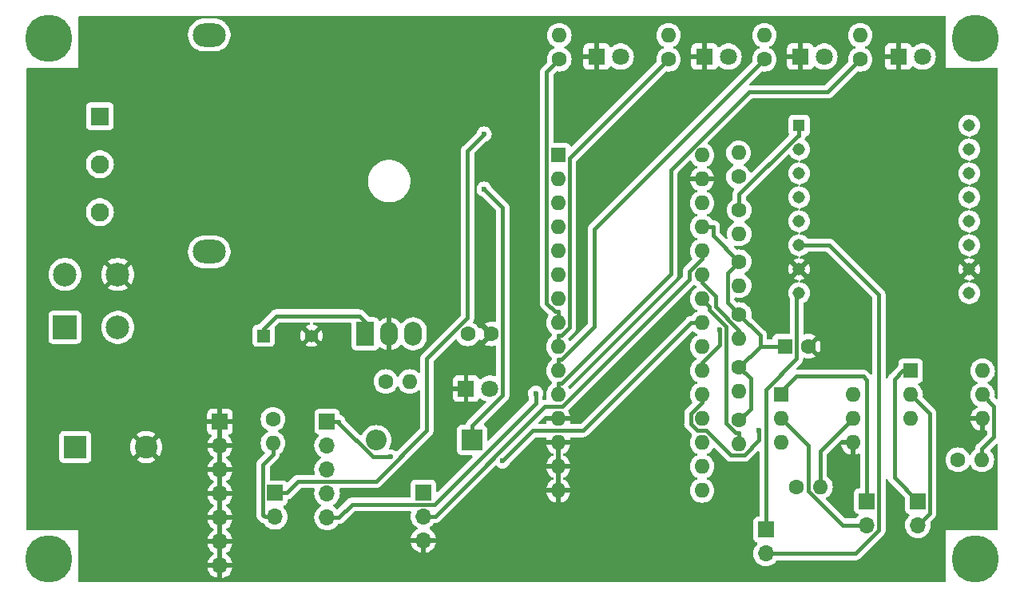
<source format=gbr>
%TF.GenerationSoftware,KiCad,Pcbnew,7.0.9*%
%TF.CreationDate,2024-06-30T11:53:46+02:00*%
%TF.ProjectId,Kicad_Projet_Trains_Sons,4b696361-645f-4507-926f-6a65745f5472,V2*%
%TF.SameCoordinates,Original*%
%TF.FileFunction,Copper,L2,Bot*%
%TF.FilePolarity,Positive*%
%FSLAX46Y46*%
G04 Gerber Fmt 4.6, Leading zero omitted, Abs format (unit mm)*
G04 Created by KiCad (PCBNEW 7.0.9) date 2024-06-30 11:53:46*
%MOMM*%
%LPD*%
G01*
G04 APERTURE LIST*
%TA.AperFunction,ComponentPad*%
%ADD10R,1.800000X1.800000*%
%TD*%
%TA.AperFunction,ComponentPad*%
%ADD11C,1.800000*%
%TD*%
%TA.AperFunction,ComponentPad*%
%ADD12R,1.700000X1.700000*%
%TD*%
%TA.AperFunction,ComponentPad*%
%ADD13O,1.700000X1.700000*%
%TD*%
%TA.AperFunction,ComponentPad*%
%ADD14C,5.000000*%
%TD*%
%TA.AperFunction,ComponentPad*%
%ADD15R,1.357000X1.357000*%
%TD*%
%TA.AperFunction,ComponentPad*%
%ADD16C,1.357000*%
%TD*%
%TA.AperFunction,ComponentPad*%
%ADD17C,1.600000*%
%TD*%
%TA.AperFunction,ComponentPad*%
%ADD18O,1.600000X1.600000*%
%TD*%
%TA.AperFunction,ComponentPad*%
%ADD19R,1.900000X2.500000*%
%TD*%
%TA.AperFunction,ComponentPad*%
%ADD20O,1.900000X2.500000*%
%TD*%
%TA.AperFunction,ComponentPad*%
%ADD21R,1.950000X1.950000*%
%TD*%
%TA.AperFunction,ComponentPad*%
%ADD22C,1.950000*%
%TD*%
%TA.AperFunction,ComponentPad*%
%ADD23R,1.600000X1.600000*%
%TD*%
%TA.AperFunction,ComponentPad*%
%ADD24O,3.500000X2.500000*%
%TD*%
%TA.AperFunction,ComponentPad*%
%ADD25R,1.308000X1.308000*%
%TD*%
%TA.AperFunction,ComponentPad*%
%ADD26C,1.308000*%
%TD*%
%TA.AperFunction,ComponentPad*%
%ADD27R,2.500000X2.500000*%
%TD*%
%TA.AperFunction,ComponentPad*%
%ADD28C,2.500000*%
%TD*%
%TA.AperFunction,ComponentPad*%
%ADD29R,2.200000X2.200000*%
%TD*%
%TA.AperFunction,ComponentPad*%
%ADD30O,2.200000X2.200000*%
%TD*%
%TA.AperFunction,ComponentPad*%
%ADD31R,2.400000X2.400000*%
%TD*%
%TA.AperFunction,ComponentPad*%
%ADD32C,2.400000*%
%TD*%
%TA.AperFunction,ViaPad*%
%ADD33C,0.600000*%
%TD*%
%TA.AperFunction,Conductor*%
%ADD34C,0.400000*%
%TD*%
G04 APERTURE END LIST*
D10*
%TO.P,D4,1,K*%
%TO.N,GND*%
X121360000Y-42300000D03*
D11*
%TO.P,D4,2,A*%
%TO.N,Net-(D4-A)*%
X123900000Y-42300000D03*
%TD*%
D12*
%TO.P,J6,1,Pin_1*%
%TO.N,GND*%
X81430000Y-81020000D03*
D13*
%TO.P,J6,2,Pin_2*%
X81430000Y-83560000D03*
%TO.P,J6,3,Pin_3*%
X81430000Y-86100000D03*
%TO.P,J6,4,Pin_4*%
X81430000Y-88640000D03*
%TO.P,J6,5,Pin_5*%
X81430000Y-91180000D03*
%TO.P,J6,6,Pin_6*%
X81430000Y-93720000D03*
%TO.P,J6,7,Pin_7*%
X81430000Y-96260000D03*
%TD*%
D14*
%TO.P,REF2,1*%
%TO.N,N/C*%
X161500000Y-40400000D03*
%TD*%
D10*
%TO.P,D3,1,K*%
%TO.N,GND*%
X107517000Y-77505000D03*
D11*
%TO.P,D3,2,A*%
%TO.N,Net-(D3-A)*%
X110057000Y-77505000D03*
%TD*%
D14*
%TO.P,REF1,1*%
%TO.N,N/C*%
X63300000Y-40400000D03*
%TD*%
D15*
%TO.P,C1,1*%
%TO.N,Net-(D1-+)*%
X86060000Y-71900000D03*
D16*
%TO.P,C1,2*%
%TO.N,GND*%
X91140000Y-71900000D03*
%TD*%
D17*
%TO.P,R9,1*%
%TO.N,+5V*%
X136473000Y-75219000D03*
D18*
%TO.P,R9,2*%
%TO.N,Net-(A1-A3)*%
X136473000Y-77759000D03*
%TD*%
D19*
%TO.P,U1,1,VI*%
%TO.N,Net-(D1-+)*%
X96830000Y-71700000D03*
D20*
%TO.P,U1,2,GND*%
%TO.N,GND*%
X99370000Y-71700000D03*
%TO.P,U1,3,VO*%
%TO.N,Net-(D2-A)*%
X101910000Y-71700000D03*
%TD*%
D17*
%TO.P,R16,1*%
%TO.N,Net-(A1-D3)*%
X136400000Y-55045000D03*
D18*
%TO.P,R16,2*%
%TO.N,Net-(U4-RX)*%
X136400000Y-52505000D03*
%TD*%
D12*
%TO.P,J2,1,Pin_1*%
%TO.N,Net-(J2-Pin_1)*%
X155400000Y-89450000D03*
D13*
%TO.P,J2,2,Pin_2*%
%TO.N,Net-(J2-Pin_2)*%
X155400000Y-91990000D03*
%TD*%
D10*
%TO.P,D7,1,K*%
%TO.N,GND*%
X153360000Y-42300000D03*
D11*
%TO.P,D7,2,A*%
%TO.N,Net-(D7-A)*%
X155900000Y-42300000D03*
%TD*%
D21*
%TO.P,J1,1,1*%
%TO.N,Net-(D1-Pad2)*%
X68700000Y-48620000D03*
D22*
%TO.P,J1,2,2*%
%TO.N,unconnected-(J1-Pad2)*%
X68700000Y-53700000D03*
%TO.P,J1,3,3*%
%TO.N,Net-(F1-Pad2)*%
X68700000Y-58780000D03*
%TD*%
D23*
%TO.P,U3,1*%
%TO.N,Net-(J3-Pin_1)*%
X140918000Y-78140000D03*
D18*
%TO.P,U3,2*%
%TO.N,Net-(J3-Pin_2)*%
X140918000Y-80680000D03*
%TO.P,U3,3,NC*%
%TO.N,unconnected-(U3-NC-Pad3)*%
X140918000Y-83220000D03*
%TO.P,U3,4*%
%TO.N,GND*%
X148538000Y-83220000D03*
%TO.P,U3,5*%
%TO.N,A1*%
X148538000Y-80680000D03*
%TO.P,U3,6*%
%TO.N,unconnected-(U3-Pad6)*%
X148538000Y-78140000D03*
%TD*%
D17*
%TO.P,R5,1*%
%TO.N,+5V*%
X136473000Y-58553000D03*
D18*
%TO.P,R5,2*%
%TO.N,Net-(A1-A2)*%
X136473000Y-61093000D03*
%TD*%
D24*
%TO.P,F1,1*%
%TO.N,Net-(D1-Pad4)*%
X80300000Y-40000000D03*
%TO.P,F1,2*%
%TO.N,Net-(F1-Pad2)*%
X80300000Y-63000000D03*
%TD*%
D12*
%TO.P,J7,1,Pin_1*%
%TO.N,+5V*%
X103000000Y-88500000D03*
D13*
%TO.P,J7,2,Pin_2*%
%TO.N,A7*%
X103000000Y-91040000D03*
%TO.P,J7,3,Pin_3*%
%TO.N,GND*%
X103000000Y-93580000D03*
%TD*%
D25*
%TO.P,U4,1,VCC*%
%TO.N,+5V*%
X142823000Y-49600000D03*
D26*
%TO.P,U4,2,RX*%
%TO.N,Net-(U4-RX)*%
X142823000Y-52140000D03*
%TO.P,U4,3,TX*%
%TO.N,Net-(A1-D2)*%
X142823000Y-54680000D03*
%TO.P,U4,4,DAC_R*%
%TO.N,unconnected-(U4-DAC_R-Pad4)*%
X142823000Y-57220000D03*
%TO.P,U4,5,DAC_L*%
%TO.N,unconnected-(U4-DAC_L-Pad5)*%
X142823000Y-59760000D03*
%TO.P,U4,6,SPK1+*%
%TO.N,Net-(J8-Pin_2)*%
X142823000Y-62300000D03*
%TO.P,U4,7,GND*%
%TO.N,GND*%
X142823000Y-64840000D03*
%TO.P,U4,8,SPK2-*%
%TO.N,Net-(J8-Pin_1)*%
X142823000Y-67380000D03*
%TO.P,U4,9,IO_1*%
%TO.N,unconnected-(U4-IO_1-Pad9)*%
X160857000Y-67380000D03*
%TO.P,U4,10,GND*%
%TO.N,GND*%
X160857000Y-64840000D03*
%TO.P,U4,11,IO_2*%
%TO.N,unconnected-(U4-IO_2-Pad11)*%
X160857000Y-62300000D03*
%TO.P,U4,12,ADKEY1*%
%TO.N,unconnected-(U4-ADKEY1-Pad12)*%
X160857000Y-59760000D03*
%TO.P,U4,13,ADKEY2*%
%TO.N,unconnected-(U4-ADKEY2-Pad13)*%
X160857000Y-57220000D03*
%TO.P,U4,14,USB+*%
%TO.N,unconnected-(U4-USB+-Pad14)*%
X160857000Y-54680000D03*
%TO.P,U4,15,USB-*%
%TO.N,unconnected-(U4-USB--Pad15)*%
X160857000Y-52140000D03*
%TO.P,U4,16,BUSY*%
%TO.N,Net-(J5-Pin_1)*%
X160857000Y-49600000D03*
%TD*%
D14*
%TO.P,REF3,1*%
%TO.N,N/C*%
X161500000Y-95600000D03*
%TD*%
D17*
%TO.P,R14,1*%
%TO.N,Net-(A1-D8)*%
X149300000Y-42580000D03*
D18*
%TO.P,R14,2*%
%TO.N,Net-(D7-A)*%
X149300000Y-40040000D03*
%TD*%
D17*
%TO.P,R13,1*%
%TO.N,Net-(A1-D7)*%
X139140000Y-42580000D03*
D18*
%TO.P,R13,2*%
%TO.N,Net-(D6-A)*%
X139140000Y-40040000D03*
%TD*%
D17*
%TO.P,C2,1*%
%TO.N,Net-(D2-A)*%
X107700000Y-71700000D03*
%TO.P,C2,2*%
%TO.N,GND*%
X110200000Y-71700000D03*
%TD*%
D27*
%TO.P,D1,1,+*%
%TO.N,Net-(D1-+)*%
X65000000Y-71000000D03*
D28*
%TO.P,D1,2*%
%TO.N,Net-(D1-Pad2)*%
X70600000Y-71000000D03*
%TO.P,D1,3,-*%
%TO.N,GND*%
X70600000Y-65400000D03*
%TO.P,D1,4*%
%TO.N,Net-(D1-Pad4)*%
X65000000Y-65400000D03*
%TD*%
D17*
%TO.P,R1,1*%
%TO.N,Net-(D2-A)*%
X99008000Y-76743000D03*
D18*
%TO.P,R1,2*%
%TO.N,Net-(D3-A)*%
X101548000Y-76743000D03*
%TD*%
D17*
%TO.P,R12,1*%
%TO.N,Net-(A1-D6)*%
X128980000Y-42580000D03*
D18*
%TO.P,R12,2*%
%TO.N,Net-(D5-A)*%
X128980000Y-40040000D03*
%TD*%
D10*
%TO.P,D5,1,K*%
%TO.N,GND*%
X132790000Y-42300000D03*
D11*
%TO.P,D5,2,A*%
%TO.N,Net-(D5-A)*%
X135330000Y-42300000D03*
%TD*%
D29*
%TO.P,D2,1,K*%
%TO.N,9V*%
X108152000Y-82966000D03*
D30*
%TO.P,D2,2,A*%
%TO.N,Net-(D2-A)*%
X97992000Y-82966000D03*
%TD*%
D14*
%TO.P,REF4,1*%
%TO.N,N/C*%
X63300000Y-95600000D03*
%TD*%
D17*
%TO.P,R15,1*%
%TO.N,+5V*%
X87050000Y-80755000D03*
D18*
%TO.P,R15,2*%
%TO.N,D4*%
X87050000Y-83295000D03*
%TD*%
D17*
%TO.P,R2,1*%
%TO.N,+5V*%
X159655000Y-85050000D03*
D18*
%TO.P,R2,2*%
%TO.N,A0*%
X162195000Y-85050000D03*
%TD*%
D10*
%TO.P,D6,1,K*%
%TO.N,GND*%
X142950000Y-42300000D03*
D11*
%TO.P,D6,2,A*%
%TO.N,Net-(D6-A)*%
X145490000Y-42300000D03*
%TD*%
D17*
%TO.P,R6,1*%
%TO.N,+5V*%
X136473000Y-64043000D03*
D18*
%TO.P,R6,2*%
%TO.N,Net-(A1-A4)*%
X136473000Y-66583000D03*
%TD*%
D12*
%TO.P,J4,1,Pin_1*%
%TO.N,Net-(A1-A2)*%
X92785000Y-81000000D03*
D13*
%TO.P,J4,2,Pin_2*%
%TO.N,Net-(A1-A3)*%
X92785000Y-83540000D03*
%TO.P,J4,3,Pin_3*%
%TO.N,Net-(A1-A4)*%
X92785000Y-86080000D03*
%TO.P,J4,4,Pin_4*%
%TO.N,Net-(A1-A5)*%
X92785000Y-88620000D03*
%TO.P,J4,5,Pin_5*%
%TO.N,Net-(A1-A6)*%
X92785000Y-91160000D03*
%TD*%
D12*
%TO.P,J3,1,Pin_1*%
%TO.N,Net-(J3-Pin_1)*%
X150000000Y-89425000D03*
D13*
%TO.P,J3,2,Pin_2*%
%TO.N,Net-(J3-Pin_2)*%
X150000000Y-91965000D03*
%TD*%
D23*
%TO.P,A1,1,D1/TX*%
%TO.N,unconnected-(A1-D1{slash}TX-Pad1)*%
X117296000Y-52740000D03*
D18*
%TO.P,A1,2,D0/RX*%
%TO.N,unconnected-(A1-D0{slash}RX-Pad2)*%
X117296000Y-55280000D03*
%TO.P,A1,3,~{RESET}*%
%TO.N,unconnected-(A1-~{RESET}-Pad3)*%
X117296000Y-57820000D03*
%TO.P,A1,4,GND*%
%TO.N,GND*%
X117296000Y-60360000D03*
%TO.P,A1,5,D2*%
%TO.N,Net-(A1-D2)*%
X117296000Y-62900000D03*
%TO.P,A1,6,D3*%
%TO.N,Net-(A1-D3)*%
X117296000Y-65440000D03*
%TO.P,A1,7,D4*%
%TO.N,D4*%
X117296000Y-67980000D03*
%TO.P,A1,8,D5*%
%TO.N,Net-(A1-D5)*%
X117296000Y-70520000D03*
%TO.P,A1,9,D6*%
%TO.N,Net-(A1-D6)*%
X117296000Y-73060000D03*
%TO.P,A1,10,D7*%
%TO.N,Net-(A1-D7)*%
X117296000Y-75600000D03*
%TO.P,A1,11,D8*%
%TO.N,Net-(A1-D8)*%
X117296000Y-78140000D03*
%TO.P,A1,12,D9*%
%TO.N,GND*%
X117296000Y-80680000D03*
%TO.P,A1,13,D10*%
X117296000Y-83220000D03*
%TO.P,A1,14,D11*%
X117296000Y-85760000D03*
%TO.P,A1,15,D12*%
X117296000Y-88300000D03*
%TO.P,A1,16,D13*%
%TO.N,unconnected-(A1-D13-Pad16)*%
X132536000Y-88300000D03*
%TO.P,A1,17,3V3*%
%TO.N,unconnected-(A1-3V3-Pad17)*%
X132536000Y-85760000D03*
%TO.P,A1,18,AREF*%
%TO.N,unconnected-(A1-AREF-Pad18)*%
X132536000Y-83220000D03*
%TO.P,A1,19,A0*%
%TO.N,A0*%
X132536000Y-80680000D03*
%TO.P,A1,20,A1*%
%TO.N,A1*%
X132536000Y-78140000D03*
%TO.P,A1,21,A2*%
%TO.N,Net-(A1-A2)*%
X132536000Y-75600000D03*
%TO.P,A1,22,A3*%
%TO.N,Net-(A1-A3)*%
X132536000Y-73060000D03*
%TO.P,A1,23,A4*%
%TO.N,Net-(A1-A4)*%
X132536000Y-70520000D03*
%TO.P,A1,24,A5*%
%TO.N,Net-(A1-A5)*%
X132536000Y-67980000D03*
%TO.P,A1,25,A6*%
%TO.N,Net-(A1-A6)*%
X132536000Y-65440000D03*
%TO.P,A1,26,A7*%
%TO.N,A7*%
X132536000Y-62900000D03*
%TO.P,A1,27,+5V*%
%TO.N,+5V*%
X132536000Y-60360000D03*
%TO.P,A1,28,~{RESET}*%
%TO.N,unconnected-(A1-~{RESET}-Pad28)*%
X132536000Y-57820000D03*
%TO.P,A1,29,GND*%
%TO.N,GND*%
X132536000Y-55280000D03*
%TO.P,A1,30,VIN*%
%TO.N,9V*%
X132536000Y-52740000D03*
%TD*%
D17*
%TO.P,R7,1*%
%TO.N,+5V*%
X136473000Y-69631000D03*
D18*
%TO.P,R7,2*%
%TO.N,Net-(A1-A6)*%
X136473000Y-72171000D03*
%TD*%
D17*
%TO.P,R11,1*%
%TO.N,Net-(A1-D5)*%
X117400000Y-42580000D03*
D18*
%TO.P,R11,2*%
%TO.N,Net-(D4-A)*%
X117400000Y-40040000D03*
%TD*%
D12*
%TO.P,J5,1,Pin_1*%
%TO.N,Net-(J5-Pin_1)*%
X87250000Y-88575000D03*
D13*
%TO.P,J5,2,Pin_2*%
%TO.N,D4*%
X87250000Y-91115000D03*
%TD*%
D31*
%TO.P,C3,1*%
%TO.N,Net-(D1-+)*%
X66100000Y-83700000D03*
D32*
%TO.P,C3,2*%
%TO.N,GND*%
X73600000Y-83700000D03*
%TD*%
D17*
%TO.P,R10,1*%
%TO.N,+5V*%
X136473000Y-80807000D03*
D18*
%TO.P,R10,2*%
%TO.N,Net-(A1-A5)*%
X136473000Y-83347000D03*
%TD*%
D23*
%TO.P,C4,1*%
%TO.N,+5V*%
X141300000Y-73000000D03*
D17*
%TO.P,C4,2*%
%TO.N,GND*%
X143800000Y-73000000D03*
%TD*%
%TO.P,R4,1*%
%TO.N,+5V*%
X142540000Y-87919000D03*
D18*
%TO.P,R4,2*%
%TO.N,A1*%
X145080000Y-87919000D03*
%TD*%
D12*
%TO.P,J8,1,Pin_1*%
%TO.N,Net-(J8-Pin_1)*%
X139300000Y-92460000D03*
D13*
%TO.P,J8,2,Pin_2*%
%TO.N,Net-(J8-Pin_2)*%
X139300000Y-95000000D03*
%TD*%
D23*
%TO.P,U2,1*%
%TO.N,Net-(J2-Pin_1)*%
X154644000Y-75615000D03*
D18*
%TO.P,U2,2*%
%TO.N,Net-(J2-Pin_2)*%
X154644000Y-78155000D03*
%TO.P,U2,3,NC*%
%TO.N,unconnected-(U2-NC-Pad3)*%
X154644000Y-80695000D03*
%TO.P,U2,4*%
%TO.N,GND*%
X162264000Y-80695000D03*
%TO.P,U2,5*%
%TO.N,A0*%
X162264000Y-78155000D03*
%TO.P,U2,6*%
%TO.N,unconnected-(U2-Pad6)*%
X162264000Y-75615000D03*
%TD*%
D33*
%TO.N,GND*%
X153000000Y-73700000D03*
X114500000Y-60300000D03*
X134600000Y-55300000D03*
X147700000Y-96500000D03*
%TO.N,A1*%
X138577700Y-81958600D03*
%TO.N,Net-(A1-A2)*%
X99524000Y-84765600D03*
X134410900Y-71245700D03*
%TO.N,Net-(A1-A4)*%
X111373300Y-85168200D03*
%TO.N,Net-(A1-A6)*%
X114900000Y-78000000D03*
%TO.N,9V*%
X109423800Y-56342600D03*
%TO.N,Net-(J5-Pin_1)*%
X109423800Y-50514000D03*
%TD*%
D34*
%TO.N,D4*%
X87050000Y-84496900D02*
X85992400Y-85554500D01*
X87050000Y-83295000D02*
X87050000Y-84496900D01*
X85992400Y-90892400D02*
X86215000Y-91115000D01*
X86215000Y-91115000D02*
X87250000Y-91115000D01*
X85992400Y-85554500D02*
X85992400Y-90892400D01*
%TO.N,Net-(A1-D5)*%
X116050700Y-68448400D02*
X116050700Y-43929300D01*
X117296000Y-69318100D02*
X116920400Y-69318100D01*
X116920400Y-69318100D02*
X116050700Y-68448400D01*
X117296000Y-70520000D02*
X117296000Y-69318100D01*
X116050700Y-43929300D02*
X117400000Y-42580000D01*
%TO.N,Net-(A1-D6)*%
X117296000Y-71858100D02*
X117671700Y-71858100D01*
X118497900Y-71031900D02*
X118497900Y-53062100D01*
X118497900Y-53062100D02*
X128980000Y-42580000D01*
X117296000Y-73060000D02*
X117296000Y-71858100D01*
X117671700Y-71858100D02*
X118497900Y-71031900D01*
%TO.N,Net-(A1-D7)*%
X117296000Y-75600000D02*
X117296000Y-74398100D01*
X121110200Y-70945600D02*
X117657700Y-74398100D01*
X117657700Y-74398100D02*
X117296000Y-74398100D01*
X139140000Y-42580000D02*
X121110200Y-60609800D01*
X121110200Y-60609800D02*
X121110200Y-70945600D01*
%TO.N,Net-(A1-D8)*%
X117671600Y-76938100D02*
X129251100Y-65358600D01*
X117296000Y-76938100D02*
X117671600Y-76938100D01*
X145844000Y-46036000D02*
X149300000Y-42580000D01*
X137522400Y-46036000D02*
X145844000Y-46036000D01*
X129251100Y-54307300D02*
X137522400Y-46036000D01*
X129251100Y-65358600D02*
X129251100Y-54307300D01*
X117296000Y-78140000D02*
X117296000Y-76938100D01*
%TO.N,A0*%
X163468100Y-82575000D02*
X163468100Y-79359100D01*
X163468100Y-79359100D02*
X162264000Y-78155000D01*
X162195000Y-85050000D02*
X162195000Y-83848100D01*
X162195000Y-83848100D02*
X163468100Y-82575000D01*
%TO.N,A1*%
X132032200Y-81950000D02*
X132993900Y-81950000D01*
X132536000Y-78140000D02*
X132536000Y-78966300D01*
X135612200Y-84568300D02*
X136997500Y-84568300D01*
X145080000Y-84138000D02*
X145080000Y-87919000D01*
X148538000Y-80680000D02*
X145080000Y-84138000D01*
X131332300Y-80170000D02*
X131332300Y-81250100D01*
X136997500Y-84568300D02*
X138577700Y-82988100D01*
X132536000Y-78966300D02*
X131332300Y-80170000D01*
X138577700Y-82988100D02*
X138577700Y-81958600D01*
X132993900Y-81950000D02*
X135612200Y-84568300D01*
X131332300Y-81250100D02*
X132032200Y-81950000D01*
%TO.N,Net-(A1-A2)*%
X94036900Y-81000000D02*
X94036900Y-81156500D01*
X97646000Y-84765600D02*
X99524000Y-84765600D01*
X92785000Y-81000000D02*
X94036900Y-81000000D01*
X134410900Y-72896800D02*
X134410900Y-71245700D01*
X132536000Y-74771700D02*
X134410900Y-72896800D01*
X132536000Y-75600000D02*
X132536000Y-74771700D01*
X94036900Y-81156500D02*
X97646000Y-84765600D01*
%TO.N,Net-(A1-A4)*%
X119904100Y-81950000D02*
X114591500Y-81950000D01*
X131334100Y-70520000D02*
X119904100Y-81950000D01*
X132536000Y-70520000D02*
X131334100Y-70520000D01*
X114591500Y-81950000D02*
X111373300Y-85168200D01*
%TO.N,Net-(A1-A5)*%
X133339700Y-68783700D02*
X132536000Y-67980000D01*
X133339700Y-69181900D02*
X133339700Y-68783700D01*
X135112800Y-81158500D02*
X135112800Y-70955000D01*
X136099400Y-82145100D02*
X135112800Y-81158500D01*
X135112800Y-70955000D02*
X133339700Y-69181900D01*
X136473000Y-83347000D02*
X136473000Y-82145100D01*
X136473000Y-82145100D02*
X136099400Y-82145100D01*
%TO.N,Net-(A1-A6)*%
X95426900Y-89770000D02*
X94036900Y-91160000D01*
X133967000Y-68836700D02*
X133967000Y-67697200D01*
X114900000Y-78000000D02*
X114900000Y-79033600D01*
X104163600Y-89770000D02*
X95426900Y-89770000D01*
X133967000Y-67697200D02*
X132536000Y-66266200D01*
X114900000Y-79033600D02*
X104163600Y-89770000D01*
X94036900Y-91160000D02*
X92785000Y-91160000D01*
X136473000Y-72171000D02*
X136473000Y-71342700D01*
X132536000Y-66266200D02*
X132536000Y-65440000D01*
X136473000Y-71342700D02*
X133967000Y-68836700D01*
%TO.N,A7*%
X131196400Y-65067900D02*
X131196400Y-65951300D01*
X115881900Y-79410000D02*
X104251900Y-91040000D01*
X132536000Y-62900000D02*
X132536000Y-63728300D01*
X104251900Y-91040000D02*
X103000000Y-91040000D01*
X131196400Y-65951300D02*
X117737700Y-79410000D01*
X117737700Y-79410000D02*
X115881900Y-79410000D01*
X132536000Y-63728300D02*
X131196400Y-65067900D01*
%TO.N,+5V*%
X132536000Y-60360000D02*
X133737900Y-60360000D01*
X136473000Y-69631000D02*
X135246500Y-68404500D01*
X133737900Y-61307900D02*
X133737900Y-60360000D01*
X136473000Y-56873800D02*
X136473000Y-58553000D01*
X138692000Y-73000000D02*
X136473000Y-75219000D01*
X136473000Y-80807000D02*
X137674900Y-79605100D01*
X138692000Y-73000000D02*
X138692000Y-71850000D01*
X142823000Y-50655900D02*
X142690900Y-50655900D01*
X136473000Y-64043000D02*
X133737900Y-61307900D01*
X138692000Y-71850000D02*
X136473000Y-69631000D01*
X142823000Y-49600000D02*
X142823000Y-50655900D01*
X142690900Y-50655900D02*
X136473000Y-56873800D01*
X141300000Y-73000000D02*
X138692000Y-73000000D01*
X137674900Y-76420900D02*
X136473000Y-75219000D01*
X135246500Y-65269500D02*
X136473000Y-64043000D01*
X137674900Y-79605100D02*
X137674900Y-76420900D01*
X135246500Y-68404500D02*
X135246500Y-65269500D01*
%TO.N,9V*%
X108152000Y-81464100D02*
X111406900Y-78209200D01*
X108152000Y-82966000D02*
X108152000Y-81464100D01*
X111406900Y-78209200D02*
X111406900Y-58325700D01*
X111406900Y-58325700D02*
X109423800Y-56342600D01*
%TO.N,Net-(D1-+)*%
X86060000Y-71900000D02*
X86060000Y-71140000D01*
X96830000Y-70430000D02*
X96830000Y-71700000D01*
X87400000Y-69800000D02*
X96200000Y-69800000D01*
X96200000Y-69800000D02*
X96830000Y-70430000D01*
X86060000Y-71140000D02*
X87400000Y-69800000D01*
%TO.N,Net-(J3-Pin_1)*%
X150000000Y-76600000D02*
X149600000Y-76200000D01*
X150000000Y-89425000D02*
X150000000Y-76600000D01*
X142500000Y-76200000D02*
X140918000Y-77782000D01*
X149600000Y-76200000D02*
X142500000Y-76200000D01*
X140918000Y-77782000D02*
X140918000Y-78140000D01*
%TO.N,Net-(J2-Pin_1)*%
X153785000Y-75615000D02*
X152900000Y-76500000D01*
X152900000Y-76500000D02*
X152900000Y-86950000D01*
X154644000Y-75615000D02*
X153785000Y-75615000D01*
X152900000Y-86950000D02*
X155400000Y-89450000D01*
%TO.N,Net-(J5-Pin_1)*%
X89726900Y-87350000D02*
X88501900Y-88575000D01*
X107677000Y-70001500D02*
X103350500Y-74328000D01*
X97959000Y-87350000D02*
X89726900Y-87350000D01*
X109423800Y-50514000D02*
X107677000Y-52260800D01*
X87250000Y-88575000D02*
X88501900Y-88575000D01*
X103350500Y-81958500D02*
X97959000Y-87350000D01*
X107677000Y-52260800D02*
X107677000Y-70001500D01*
X103350500Y-74328000D02*
X103350500Y-81958500D01*
%TO.N,Net-(J8-Pin_1)*%
X139300000Y-77582600D02*
X142549900Y-74332700D01*
X142549900Y-74332700D02*
X142549900Y-67653100D01*
X142549900Y-67653100D02*
X142823000Y-67380000D01*
X139300000Y-92460000D02*
X139300000Y-77582600D01*
%TO.N,Net-(J8-Pin_2)*%
X151278700Y-67578700D02*
X151278700Y-92474600D01*
X146000000Y-62300000D02*
X151278700Y-67578700D01*
X142823000Y-62300000D02*
X146000000Y-62300000D01*
X148753300Y-95000000D02*
X139300000Y-95000000D01*
X151278700Y-92474600D02*
X148753300Y-95000000D01*
%TO.N,Net-(J2-Pin_2)*%
X156651900Y-90738100D02*
X155400000Y-91990000D01*
X154644000Y-78155000D02*
X156651900Y-80162900D01*
X156651900Y-80162900D02*
X156651900Y-90738100D01*
%TO.N,Net-(J3-Pin_2)*%
X147396600Y-91965000D02*
X143810000Y-88378400D01*
X150000000Y-91965000D02*
X147396600Y-91965000D01*
X143810000Y-83572000D02*
X140918000Y-80680000D01*
X143810000Y-88378400D02*
X143810000Y-83572000D01*
%TD*%
%TA.AperFunction,Conductor*%
%TO.N,GND*%
G36*
X81680000Y-95824498D02*
G01*
X81572315Y-95775320D01*
X81465763Y-95760000D01*
X81394237Y-95760000D01*
X81287685Y-95775320D01*
X81180000Y-95824498D01*
X81180000Y-94155501D01*
X81287685Y-94204680D01*
X81394237Y-94220000D01*
X81465763Y-94220000D01*
X81572315Y-94204680D01*
X81680000Y-94155501D01*
X81680000Y-95824498D01*
G37*
%TD.AperFunction*%
%TA.AperFunction,Conductor*%
G36*
X81680000Y-93284498D02*
G01*
X81572315Y-93235320D01*
X81465763Y-93220000D01*
X81394237Y-93220000D01*
X81287685Y-93235320D01*
X81180000Y-93284498D01*
X81180000Y-91615501D01*
X81287685Y-91664680D01*
X81394237Y-91680000D01*
X81465763Y-91680000D01*
X81572315Y-91664680D01*
X81680000Y-91615501D01*
X81680000Y-93284498D01*
G37*
%TD.AperFunction*%
%TA.AperFunction,Conductor*%
G36*
X81680000Y-90744498D02*
G01*
X81572315Y-90695320D01*
X81465763Y-90680000D01*
X81394237Y-90680000D01*
X81287685Y-90695320D01*
X81180000Y-90744498D01*
X81180000Y-89075501D01*
X81287685Y-89124680D01*
X81394237Y-89140000D01*
X81465763Y-89140000D01*
X81572315Y-89124680D01*
X81680000Y-89075501D01*
X81680000Y-90744498D01*
G37*
%TD.AperFunction*%
%TA.AperFunction,Conductor*%
G36*
X81680000Y-88204498D02*
G01*
X81572315Y-88155320D01*
X81465763Y-88140000D01*
X81394237Y-88140000D01*
X81287685Y-88155320D01*
X81180000Y-88204498D01*
X81180000Y-86535501D01*
X81287685Y-86584680D01*
X81394237Y-86600000D01*
X81465763Y-86600000D01*
X81572315Y-86584680D01*
X81680000Y-86535501D01*
X81680000Y-88204498D01*
G37*
%TD.AperFunction*%
%TA.AperFunction,Conductor*%
G36*
X81680000Y-85664498D02*
G01*
X81572315Y-85615320D01*
X81465763Y-85600000D01*
X81394237Y-85600000D01*
X81287685Y-85615320D01*
X81180000Y-85664498D01*
X81180000Y-83995501D01*
X81287685Y-84044680D01*
X81394237Y-84060000D01*
X81465763Y-84060000D01*
X81572315Y-84044680D01*
X81680000Y-83995501D01*
X81680000Y-85664498D01*
G37*
%TD.AperFunction*%
%TA.AperFunction,Conductor*%
G36*
X81680000Y-83124498D02*
G01*
X81572315Y-83075320D01*
X81465763Y-83060000D01*
X81394237Y-83060000D01*
X81287685Y-83075320D01*
X81180000Y-83124498D01*
X81180000Y-81455501D01*
X81287685Y-81504680D01*
X81394237Y-81520000D01*
X81465763Y-81520000D01*
X81572315Y-81504680D01*
X81680000Y-81455501D01*
X81680000Y-83124498D01*
G37*
%TD.AperFunction*%
%TA.AperFunction,Conductor*%
G36*
X148210359Y-82981955D02*
G01*
X148152835Y-83094852D01*
X148133014Y-83220000D01*
X148152835Y-83345148D01*
X148210359Y-83458045D01*
X148222314Y-83470000D01*
X147259128Y-83470000D01*
X147311730Y-83666317D01*
X147311734Y-83666326D01*
X147407865Y-83872482D01*
X147538342Y-84058820D01*
X147699179Y-84219657D01*
X147885517Y-84350134D01*
X148091673Y-84446265D01*
X148091682Y-84446269D01*
X148287999Y-84498872D01*
X148288000Y-84498871D01*
X148288000Y-83535686D01*
X148299955Y-83547641D01*
X148412852Y-83605165D01*
X148506519Y-83620000D01*
X148569481Y-83620000D01*
X148663148Y-83605165D01*
X148776045Y-83547641D01*
X148788000Y-83535686D01*
X148788000Y-84498872D01*
X148984317Y-84446269D01*
X148984326Y-84446265D01*
X149123095Y-84381557D01*
X149192173Y-84371065D01*
X149255957Y-84399585D01*
X149294196Y-84458061D01*
X149299500Y-84493939D01*
X149299500Y-87950500D01*
X149279815Y-88017539D01*
X149227011Y-88063294D01*
X149175502Y-88074500D01*
X149102130Y-88074500D01*
X149102123Y-88074501D01*
X149042516Y-88080908D01*
X148907671Y-88131202D01*
X148907664Y-88131206D01*
X148792455Y-88217452D01*
X148792452Y-88217455D01*
X148706206Y-88332664D01*
X148706202Y-88332671D01*
X148655908Y-88467517D01*
X148649501Y-88527116D01*
X148649500Y-88527135D01*
X148649500Y-90322870D01*
X148649501Y-90322876D01*
X148655908Y-90382483D01*
X148706202Y-90517328D01*
X148706206Y-90517335D01*
X148792452Y-90632544D01*
X148792455Y-90632547D01*
X148907664Y-90718793D01*
X148907671Y-90718797D01*
X149039081Y-90767810D01*
X149095015Y-90809681D01*
X149119432Y-90875145D01*
X149104580Y-90943418D01*
X149083430Y-90971673D01*
X148961503Y-91093600D01*
X148878864Y-91211623D01*
X148824287Y-91255248D01*
X148777289Y-91264500D01*
X147738119Y-91264500D01*
X147671080Y-91244815D01*
X147650438Y-91228181D01*
X145680019Y-89257762D01*
X145646534Y-89196439D01*
X145651518Y-89126747D01*
X145693390Y-89070814D01*
X145715293Y-89057700D01*
X145732734Y-89049568D01*
X145919139Y-88919047D01*
X146080047Y-88758139D01*
X146210568Y-88571734D01*
X146306739Y-88365496D01*
X146365635Y-88145692D01*
X146385468Y-87919000D01*
X146385173Y-87915632D01*
X146372338Y-87768926D01*
X146365635Y-87692308D01*
X146306739Y-87472504D01*
X146210568Y-87266266D01*
X146100482Y-87109045D01*
X146080048Y-87079862D01*
X146029203Y-87029017D01*
X145919139Y-86918953D01*
X145833376Y-86858901D01*
X145789751Y-86804324D01*
X145780500Y-86757326D01*
X145780500Y-84479517D01*
X145800185Y-84412478D01*
X145816814Y-84391841D01*
X147202336Y-83006318D01*
X147263659Y-82972834D01*
X147290017Y-82970000D01*
X148222314Y-82970000D01*
X148210359Y-82981955D01*
G37*
%TD.AperFunction*%
%TA.AperFunction,Conductor*%
G36*
X109814835Y-71825148D02*
G01*
X109872359Y-71938045D01*
X109961955Y-72027641D01*
X110074852Y-72085165D01*
X110155597Y-72097953D01*
X109474526Y-72779025D01*
X109474526Y-72779026D01*
X109547512Y-72830131D01*
X109547516Y-72830133D01*
X109753673Y-72926265D01*
X109753682Y-72926269D01*
X109973389Y-72985139D01*
X109973400Y-72985141D01*
X110199998Y-73004966D01*
X110200002Y-73004966D01*
X110426599Y-72985141D01*
X110426606Y-72985140D01*
X110550306Y-72951994D01*
X110620155Y-72953657D01*
X110678018Y-72992819D01*
X110705523Y-73057047D01*
X110706400Y-73071769D01*
X110706400Y-76073536D01*
X110686715Y-76140575D01*
X110633911Y-76186330D01*
X110564753Y-76196274D01*
X110542137Y-76190817D01*
X110401984Y-76142702D01*
X110214404Y-76111401D01*
X110173049Y-76104500D01*
X109940951Y-76104500D01*
X109899596Y-76111401D01*
X109712015Y-76142702D01*
X109492504Y-76218061D01*
X109492495Y-76218064D01*
X109288371Y-76328531D01*
X109288365Y-76328535D01*
X109105222Y-76471081D01*
X109105215Y-76471087D01*
X109096484Y-76480572D01*
X109036595Y-76516561D01*
X108966757Y-76514458D01*
X108909143Y-76474932D01*
X108889075Y-76439918D01*
X108860355Y-76362915D01*
X108860350Y-76362906D01*
X108774190Y-76247812D01*
X108774187Y-76247809D01*
X108659093Y-76161649D01*
X108659086Y-76161645D01*
X108524379Y-76111403D01*
X108524372Y-76111401D01*
X108464844Y-76105000D01*
X107767000Y-76105000D01*
X107767000Y-77130810D01*
X107714453Y-77094984D01*
X107584827Y-77055000D01*
X107483276Y-77055000D01*
X107382862Y-77070135D01*
X107267000Y-77125931D01*
X107267000Y-76105000D01*
X106569155Y-76105000D01*
X106509627Y-76111401D01*
X106509620Y-76111403D01*
X106374913Y-76161645D01*
X106374906Y-76161649D01*
X106259812Y-76247809D01*
X106259809Y-76247812D01*
X106173649Y-76362906D01*
X106173645Y-76362913D01*
X106123403Y-76497620D01*
X106123401Y-76497627D01*
X106117000Y-76557155D01*
X106117000Y-77255000D01*
X107141722Y-77255000D01*
X107093375Y-77338740D01*
X107063190Y-77470992D01*
X107073327Y-77606265D01*
X107122887Y-77732541D01*
X107140797Y-77755000D01*
X106117000Y-77755000D01*
X106117000Y-78452844D01*
X106123401Y-78512372D01*
X106123403Y-78512379D01*
X106173645Y-78647086D01*
X106173649Y-78647093D01*
X106259809Y-78762187D01*
X106259812Y-78762190D01*
X106374906Y-78848350D01*
X106374913Y-78848354D01*
X106509620Y-78898596D01*
X106509627Y-78898598D01*
X106569155Y-78904999D01*
X106569172Y-78905000D01*
X107267000Y-78905000D01*
X107267000Y-77879189D01*
X107319547Y-77915016D01*
X107449173Y-77955000D01*
X107550724Y-77955000D01*
X107651138Y-77939865D01*
X107767000Y-77884068D01*
X107767000Y-78905000D01*
X108464828Y-78905000D01*
X108464844Y-78904999D01*
X108524372Y-78898598D01*
X108524379Y-78898596D01*
X108659086Y-78848354D01*
X108659093Y-78848350D01*
X108774187Y-78762190D01*
X108774190Y-78762187D01*
X108860350Y-78647093D01*
X108860355Y-78647084D01*
X108889075Y-78570081D01*
X108930945Y-78514147D01*
X108996409Y-78489729D01*
X109064682Y-78504580D01*
X109096484Y-78529428D01*
X109105216Y-78538913D01*
X109105219Y-78538915D01*
X109105222Y-78538918D01*
X109288365Y-78681464D01*
X109288371Y-78681468D01*
X109288374Y-78681470D01*
X109492497Y-78791936D01*
X109558476Y-78814586D01*
X109615490Y-78854971D01*
X109641621Y-78919770D01*
X109628570Y-78988410D01*
X109605893Y-79019548D01*
X107672966Y-80952475D01*
X107670240Y-80955042D01*
X107623818Y-80996168D01*
X107588586Y-81047209D01*
X107586368Y-81050224D01*
X107548124Y-81099039D01*
X107548119Y-81099048D01*
X107543960Y-81108288D01*
X107532942Y-81127823D01*
X107527187Y-81136161D01*
X107527183Y-81136167D01*
X107527182Y-81136170D01*
X107527180Y-81136174D01*
X107527179Y-81136177D01*
X107505189Y-81194155D01*
X107503757Y-81197613D01*
X107478304Y-81254169D01*
X107478303Y-81254171D01*
X107476528Y-81263859D01*
X107445078Y-81326250D01*
X107384890Y-81361734D01*
X107354561Y-81365500D01*
X107004130Y-81365500D01*
X107004123Y-81365501D01*
X106944516Y-81371908D01*
X106809671Y-81422202D01*
X106809664Y-81422206D01*
X106694455Y-81508452D01*
X106694452Y-81508455D01*
X106608206Y-81623664D01*
X106608202Y-81623671D01*
X106557908Y-81758517D01*
X106551501Y-81818116D01*
X106551501Y-81818123D01*
X106551500Y-81818135D01*
X106551500Y-84113870D01*
X106551501Y-84113876D01*
X106557908Y-84173483D01*
X106608202Y-84308328D01*
X106608206Y-84308335D01*
X106694452Y-84423544D01*
X106694455Y-84423547D01*
X106809664Y-84509793D01*
X106809671Y-84509797D01*
X106944517Y-84560091D01*
X106944516Y-84560091D01*
X106951444Y-84560835D01*
X107004127Y-84566500D01*
X108077081Y-84566499D01*
X108144120Y-84586183D01*
X108189875Y-84638987D01*
X108199819Y-84708146D01*
X108170794Y-84771702D01*
X108164762Y-84778180D01*
X104562180Y-88380762D01*
X104500857Y-88414247D01*
X104431165Y-88409263D01*
X104375232Y-88367391D01*
X104350815Y-88301927D01*
X104350499Y-88293081D01*
X104350499Y-87602129D01*
X104350498Y-87602123D01*
X104350497Y-87602116D01*
X104344091Y-87542517D01*
X104338008Y-87526208D01*
X104293797Y-87407671D01*
X104293793Y-87407664D01*
X104207547Y-87292455D01*
X104207544Y-87292452D01*
X104092335Y-87206206D01*
X104092328Y-87206202D01*
X103957482Y-87155908D01*
X103957483Y-87155908D01*
X103897883Y-87149501D01*
X103897881Y-87149500D01*
X103897873Y-87149500D01*
X103897864Y-87149500D01*
X102102129Y-87149500D01*
X102102123Y-87149501D01*
X102042516Y-87155908D01*
X101907671Y-87206202D01*
X101907664Y-87206206D01*
X101792455Y-87292452D01*
X101792452Y-87292455D01*
X101706206Y-87407664D01*
X101706202Y-87407671D01*
X101655908Y-87542517D01*
X101649525Y-87601890D01*
X101649500Y-87602127D01*
X101649500Y-88332671D01*
X101649501Y-88945500D01*
X101629816Y-89012539D01*
X101577013Y-89058294D01*
X101525501Y-89069500D01*
X95449948Y-89069500D01*
X95446203Y-89069387D01*
X95384296Y-89065642D01*
X95384289Y-89065642D01*
X95323286Y-89076821D01*
X95319585Y-89077384D01*
X95258028Y-89084859D01*
X95258021Y-89084861D01*
X95248547Y-89088454D01*
X95226949Y-89094475D01*
X95216969Y-89096304D01*
X95160419Y-89121755D01*
X95156960Y-89123188D01*
X95098971Y-89145181D01*
X95098966Y-89145184D01*
X95090622Y-89150943D01*
X95071087Y-89161961D01*
X95061847Y-89166120D01*
X95061845Y-89166121D01*
X95013036Y-89204359D01*
X95010022Y-89206576D01*
X94958970Y-89241817D01*
X94958968Y-89241818D01*
X94917842Y-89288240D01*
X94915275Y-89290966D01*
X93958250Y-90247991D01*
X93896927Y-90281476D01*
X93827235Y-90276492D01*
X93782888Y-90247992D01*
X93778495Y-90243599D01*
X93656401Y-90121505D01*
X93656397Y-90121502D01*
X93656396Y-90121501D01*
X93470842Y-89991575D01*
X93427217Y-89936998D01*
X93420023Y-89867500D01*
X93451546Y-89805145D01*
X93470842Y-89788425D01*
X93493026Y-89772891D01*
X93656401Y-89658495D01*
X93823495Y-89491401D01*
X93959035Y-89297830D01*
X94058903Y-89083663D01*
X94120063Y-88855408D01*
X94140659Y-88620000D01*
X94120063Y-88384592D01*
X94072369Y-88206593D01*
X94074032Y-88136743D01*
X94113195Y-88078881D01*
X94177423Y-88051377D01*
X94192144Y-88050500D01*
X97935952Y-88050500D01*
X97939697Y-88050613D01*
X97947042Y-88051057D01*
X98001606Y-88054358D01*
X98039314Y-88047447D01*
X98062621Y-88043177D01*
X98066325Y-88042613D01*
X98084170Y-88040446D01*
X98127872Y-88035140D01*
X98137335Y-88031550D01*
X98158961Y-88025522D01*
X98159893Y-88025351D01*
X98168932Y-88023695D01*
X98225512Y-87998229D01*
X98228942Y-87996809D01*
X98286930Y-87974818D01*
X98295266Y-87969062D01*
X98314821Y-87958034D01*
X98324057Y-87953878D01*
X98372896Y-87915613D01*
X98375876Y-87913421D01*
X98426929Y-87878183D01*
X98468065Y-87831748D01*
X98470599Y-87829056D01*
X103829556Y-82470099D01*
X103832248Y-82467565D01*
X103878683Y-82426429D01*
X103913927Y-82375366D01*
X103916117Y-82372390D01*
X103954377Y-82323557D01*
X103958529Y-82314328D01*
X103969562Y-82294768D01*
X103970235Y-82293793D01*
X103975318Y-82286430D01*
X103997312Y-82228433D01*
X103998731Y-82225005D01*
X104024194Y-82168432D01*
X104026020Y-82158465D01*
X104032048Y-82136840D01*
X104035640Y-82127372D01*
X104043115Y-82065809D01*
X104043679Y-82062105D01*
X104048101Y-82037973D01*
X104054857Y-82001106D01*
X104054818Y-82000468D01*
X104051113Y-81939207D01*
X104051000Y-81935463D01*
X104051000Y-74669518D01*
X104070685Y-74602479D01*
X104087314Y-74581842D01*
X106363751Y-72305404D01*
X106425072Y-72271921D01*
X106494764Y-72276905D01*
X106550697Y-72318777D01*
X106563811Y-72340680D01*
X106569430Y-72352731D01*
X106569432Y-72352734D01*
X106699954Y-72539141D01*
X106860858Y-72700045D01*
X106860861Y-72700047D01*
X107047266Y-72830568D01*
X107253504Y-72926739D01*
X107473308Y-72985635D01*
X107635230Y-72999801D01*
X107699998Y-73005468D01*
X107700000Y-73005468D01*
X107700002Y-73005468D01*
X107756673Y-73000509D01*
X107926692Y-72985635D01*
X108146496Y-72926739D01*
X108352734Y-72830568D01*
X108539139Y-72700047D01*
X108700047Y-72539139D01*
X108830568Y-72352734D01*
X108837893Y-72337023D01*
X108884062Y-72284586D01*
X108951254Y-72265432D01*
X109018136Y-72285645D01*
X109062657Y-72337023D01*
X109069865Y-72352481D01*
X109069866Y-72352483D01*
X109120973Y-72425471D01*
X109120974Y-72425472D01*
X109802046Y-71744399D01*
X109814835Y-71825148D01*
G37*
%TD.AperFunction*%
%TA.AperFunction,Conductor*%
G36*
X117546000Y-87864498D02*
G01*
X117438315Y-87815320D01*
X117331763Y-87800000D01*
X117260237Y-87800000D01*
X117153685Y-87815320D01*
X117046000Y-87864498D01*
X117046000Y-86195501D01*
X117153685Y-86244680D01*
X117260237Y-86260000D01*
X117331763Y-86260000D01*
X117438315Y-86244680D01*
X117546000Y-86195501D01*
X117546000Y-87864498D01*
G37*
%TD.AperFunction*%
%TA.AperFunction,Conductor*%
G36*
X117546000Y-85324498D02*
G01*
X117438315Y-85275320D01*
X117331763Y-85260000D01*
X117260237Y-85260000D01*
X117153685Y-85275320D01*
X117046000Y-85324498D01*
X117046000Y-83655501D01*
X117153685Y-83704680D01*
X117260237Y-83720000D01*
X117331763Y-83720000D01*
X117438315Y-83704680D01*
X117546000Y-83655501D01*
X117546000Y-85324498D01*
G37*
%TD.AperFunction*%
%TA.AperFunction,Conductor*%
G36*
X117489039Y-82670185D02*
G01*
X117534794Y-82722989D01*
X117546000Y-82774500D01*
X117546000Y-82784498D01*
X117438315Y-82735320D01*
X117331763Y-82720000D01*
X117260237Y-82720000D01*
X117153685Y-82735320D01*
X117046000Y-82784498D01*
X117046000Y-82774500D01*
X117065685Y-82707461D01*
X117118489Y-82661706D01*
X117170000Y-82650500D01*
X117422000Y-82650500D01*
X117489039Y-82670185D01*
G37*
%TD.AperFunction*%
%TA.AperFunction,Conductor*%
G36*
X115976707Y-80408361D02*
G01*
X116005975Y-80430000D01*
X116862314Y-80430000D01*
X116836507Y-80470156D01*
X116796000Y-80608111D01*
X116796000Y-80751889D01*
X116836507Y-80889844D01*
X116862314Y-80930000D01*
X116017128Y-80930000D01*
X116060912Y-81093407D01*
X116059249Y-81163257D01*
X116020086Y-81221119D01*
X115955858Y-81248623D01*
X115941137Y-81249500D01*
X115332419Y-81249500D01*
X115265380Y-81229815D01*
X115219625Y-81177011D01*
X115209681Y-81107853D01*
X115238706Y-81044297D01*
X115244738Y-81037819D01*
X115392713Y-80889844D01*
X115845697Y-80436859D01*
X115907016Y-80403377D01*
X115976707Y-80408361D01*
G37*
%TD.AperFunction*%
%TA.AperFunction,Conductor*%
G36*
X117546000Y-81125500D02*
G01*
X117526315Y-81192539D01*
X117473511Y-81238294D01*
X117422000Y-81249500D01*
X117170000Y-81249500D01*
X117102961Y-81229815D01*
X117057206Y-81177011D01*
X117046000Y-81125500D01*
X117046000Y-81115501D01*
X117153685Y-81164680D01*
X117260237Y-81180000D01*
X117331763Y-81180000D01*
X117438315Y-81164680D01*
X117546000Y-81115501D01*
X117546000Y-81125500D01*
G37*
%TD.AperFunction*%
%TA.AperFunction,Conductor*%
G36*
X131755154Y-66485715D02*
G01*
X131782943Y-66500322D01*
X131886771Y-66573022D01*
X131928723Y-66623705D01*
X131932121Y-66631256D01*
X131932122Y-66631257D01*
X131947968Y-66651484D01*
X131973818Y-66716394D01*
X131960470Y-66784977D01*
X131912163Y-66835456D01*
X131902767Y-66840337D01*
X131883271Y-66849428D01*
X131883268Y-66849430D01*
X131696858Y-66979954D01*
X131535954Y-67140858D01*
X131405432Y-67327265D01*
X131405431Y-67327267D01*
X131309261Y-67533502D01*
X131309258Y-67533511D01*
X131250366Y-67753302D01*
X131250364Y-67753313D01*
X131230532Y-67979998D01*
X131230532Y-67980001D01*
X131250364Y-68206686D01*
X131250366Y-68206697D01*
X131309258Y-68426488D01*
X131309261Y-68426497D01*
X131405431Y-68632732D01*
X131405432Y-68632734D01*
X131535954Y-68819141D01*
X131696858Y-68980045D01*
X131696861Y-68980047D01*
X131883266Y-69110568D01*
X131941275Y-69137618D01*
X131993714Y-69183791D01*
X132012866Y-69250984D01*
X131992650Y-69317865D01*
X131941275Y-69362382D01*
X131883267Y-69389431D01*
X131883265Y-69389432D01*
X131696858Y-69519954D01*
X131535954Y-69680858D01*
X131475902Y-69766623D01*
X131421325Y-69810248D01*
X131374327Y-69819500D01*
X131357148Y-69819500D01*
X131353403Y-69819387D01*
X131291496Y-69815642D01*
X131291490Y-69815642D01*
X131230486Y-69826821D01*
X131226785Y-69827384D01*
X131165228Y-69834859D01*
X131165227Y-69834860D01*
X131155753Y-69838453D01*
X131134142Y-69844477D01*
X131124168Y-69846305D01*
X131067613Y-69871757D01*
X131064155Y-69873189D01*
X131006177Y-69895179D01*
X131006174Y-69895180D01*
X131006170Y-69895182D01*
X131006167Y-69895183D01*
X131006161Y-69895187D01*
X130997823Y-69900942D01*
X130978288Y-69911960D01*
X130969048Y-69916119D01*
X130969039Y-69916124D01*
X130920224Y-69954368D01*
X130917209Y-69956586D01*
X130866168Y-69991818D01*
X130825042Y-70038240D01*
X130822475Y-70040966D01*
X119650262Y-81213181D01*
X119588939Y-81246666D01*
X119562581Y-81249500D01*
X118650863Y-81249500D01*
X118583824Y-81229815D01*
X118538069Y-81177011D01*
X118528125Y-81107853D01*
X118531088Y-81093407D01*
X118574872Y-80930000D01*
X117729686Y-80930000D01*
X117755493Y-80889844D01*
X117796000Y-80751889D01*
X117796000Y-80608111D01*
X117755493Y-80470156D01*
X117729686Y-80430000D01*
X118574872Y-80430000D01*
X118574872Y-80429999D01*
X118522269Y-80233682D01*
X118522265Y-80233673D01*
X118426133Y-80027516D01*
X118426129Y-80027510D01*
X118355963Y-79927303D01*
X118333635Y-79861097D01*
X118350645Y-79793330D01*
X118369849Y-79768506D01*
X131624141Y-66514214D01*
X131685462Y-66480731D01*
X131755154Y-66485715D01*
G37*
%TD.AperFunction*%
%TA.AperFunction,Conductor*%
G36*
X131332004Y-53319565D02*
G01*
X131387937Y-53361437D01*
X131401050Y-53383338D01*
X131405429Y-53392729D01*
X131405432Y-53392734D01*
X131535954Y-53579141D01*
X131696858Y-53740045D01*
X131696861Y-53740047D01*
X131883266Y-53870568D01*
X131941865Y-53897893D01*
X131994305Y-53944065D01*
X132013457Y-54011258D01*
X131993242Y-54078139D01*
X131941867Y-54122657D01*
X131883515Y-54149867D01*
X131697179Y-54280342D01*
X131536342Y-54441179D01*
X131405865Y-54627517D01*
X131309734Y-54833673D01*
X131309730Y-54833682D01*
X131257127Y-55029999D01*
X131257128Y-55030000D01*
X132102314Y-55030000D01*
X132076507Y-55070156D01*
X132036000Y-55208111D01*
X132036000Y-55351889D01*
X132076507Y-55489844D01*
X132102314Y-55530000D01*
X131257128Y-55530000D01*
X131309730Y-55726317D01*
X131309734Y-55726326D01*
X131405865Y-55932482D01*
X131536342Y-56118820D01*
X131697179Y-56279657D01*
X131883518Y-56410134D01*
X131883520Y-56410135D01*
X131941865Y-56437342D01*
X131994305Y-56483514D01*
X132013457Y-56550707D01*
X131993242Y-56617589D01*
X131941867Y-56662105D01*
X131916699Y-56673842D01*
X131883264Y-56689433D01*
X131696858Y-56819954D01*
X131535954Y-56980858D01*
X131405432Y-57167265D01*
X131405431Y-57167267D01*
X131309261Y-57373502D01*
X131309258Y-57373511D01*
X131250366Y-57593302D01*
X131250364Y-57593313D01*
X131230532Y-57819998D01*
X131230532Y-57820001D01*
X131250364Y-58046686D01*
X131250366Y-58046697D01*
X131309258Y-58266488D01*
X131309261Y-58266497D01*
X131405431Y-58472732D01*
X131405432Y-58472734D01*
X131535954Y-58659141D01*
X131696858Y-58820045D01*
X131696861Y-58820047D01*
X131883266Y-58950568D01*
X131941275Y-58977618D01*
X131993714Y-59023791D01*
X132012866Y-59090984D01*
X131992650Y-59157865D01*
X131941275Y-59202381D01*
X131934086Y-59205734D01*
X131883267Y-59229431D01*
X131883265Y-59229432D01*
X131696858Y-59359954D01*
X131535954Y-59520858D01*
X131405432Y-59707265D01*
X131405431Y-59707267D01*
X131309261Y-59913502D01*
X131309258Y-59913511D01*
X131250366Y-60133302D01*
X131250364Y-60133313D01*
X131230532Y-60359998D01*
X131230532Y-60360001D01*
X131250364Y-60586686D01*
X131250366Y-60586697D01*
X131309258Y-60806488D01*
X131309261Y-60806497D01*
X131405431Y-61012732D01*
X131405432Y-61012734D01*
X131535954Y-61199141D01*
X131696858Y-61360045D01*
X131696861Y-61360047D01*
X131883266Y-61490568D01*
X131941275Y-61517618D01*
X131993714Y-61563791D01*
X132012866Y-61630984D01*
X131992650Y-61697865D01*
X131941275Y-61742381D01*
X131934086Y-61745734D01*
X131883267Y-61769431D01*
X131883265Y-61769432D01*
X131696858Y-61899954D01*
X131535954Y-62060858D01*
X131405432Y-62247265D01*
X131405431Y-62247267D01*
X131309261Y-62453502D01*
X131309258Y-62453511D01*
X131250366Y-62673302D01*
X131250364Y-62673313D01*
X131230532Y-62899998D01*
X131230532Y-62900001D01*
X131250364Y-63126686D01*
X131250366Y-63126697D01*
X131309258Y-63346488D01*
X131309261Y-63346497D01*
X131359624Y-63454500D01*
X131405432Y-63552734D01*
X131473187Y-63649500D01*
X131475677Y-63653055D01*
X131498004Y-63719261D01*
X131480994Y-63787029D01*
X131461783Y-63811859D01*
X130717366Y-64556275D01*
X130714640Y-64558842D01*
X130668218Y-64599968D01*
X130632986Y-64651009D01*
X130630768Y-64654024D01*
X130592524Y-64702839D01*
X130592519Y-64702848D01*
X130588360Y-64712088D01*
X130577342Y-64731623D01*
X130571587Y-64739961D01*
X130571583Y-64739967D01*
X130571582Y-64739970D01*
X130571580Y-64739974D01*
X130571579Y-64739977D01*
X130549589Y-64797955D01*
X130548157Y-64801413D01*
X130522705Y-64857968D01*
X130520877Y-64867942D01*
X130514853Y-64889553D01*
X130511260Y-64899027D01*
X130511259Y-64899028D01*
X130503784Y-64960585D01*
X130503221Y-64964286D01*
X130492042Y-65025290D01*
X130492042Y-65025295D01*
X130495787Y-65087202D01*
X130495900Y-65090947D01*
X130495900Y-65609780D01*
X130476215Y-65676819D01*
X130459581Y-65697461D01*
X118629133Y-77527908D01*
X118567810Y-77561393D01*
X118498118Y-77556409D01*
X118442185Y-77514537D01*
X118429070Y-77492632D01*
X118426568Y-77487267D01*
X118426567Y-77487265D01*
X118357144Y-77388117D01*
X118334818Y-77321914D01*
X118351828Y-77254147D01*
X118371035Y-77229320D01*
X129730156Y-65870199D01*
X129732848Y-65867665D01*
X129779283Y-65826529D01*
X129814521Y-65775476D01*
X129816713Y-65772496D01*
X129854978Y-65723657D01*
X129859134Y-65714421D01*
X129870162Y-65694866D01*
X129875918Y-65686530D01*
X129897912Y-65628531D01*
X129899327Y-65625115D01*
X129924795Y-65568531D01*
X129926622Y-65558559D01*
X129932646Y-65536947D01*
X129936240Y-65527472D01*
X129943713Y-65465924D01*
X129944277Y-65462219D01*
X129951027Y-65425382D01*
X129955458Y-65401206D01*
X129951713Y-65339296D01*
X129951600Y-65335551D01*
X129951600Y-54648818D01*
X129971285Y-54581779D01*
X129987914Y-54561142D01*
X131200991Y-53348064D01*
X131262312Y-53314581D01*
X131332004Y-53319565D01*
G37*
%TD.AperFunction*%
%TA.AperFunction,Conductor*%
G36*
X145725520Y-63020185D02*
G01*
X145746162Y-63036819D01*
X150541881Y-67832538D01*
X150575366Y-67893861D01*
X150578200Y-67920219D01*
X150578200Y-75888181D01*
X150558515Y-75955220D01*
X150505711Y-76000975D01*
X150436553Y-76010919D01*
X150372997Y-75981894D01*
X150366519Y-75975862D01*
X150278838Y-75888181D01*
X150111598Y-75720941D01*
X150109064Y-75718250D01*
X150067929Y-75671817D01*
X150067928Y-75671816D01*
X150067924Y-75671812D01*
X150016896Y-75636591D01*
X150013887Y-75634377D01*
X149985874Y-75612431D01*
X149965060Y-75596124D01*
X149965055Y-75596120D01*
X149955813Y-75591961D01*
X149936266Y-75580936D01*
X149927931Y-75575183D01*
X149927932Y-75575183D01*
X149927930Y-75575182D01*
X149869941Y-75553189D01*
X149866490Y-75551759D01*
X149809930Y-75526304D01*
X149799946Y-75524474D01*
X149778343Y-75518451D01*
X149768874Y-75514860D01*
X149768870Y-75514859D01*
X149707313Y-75507384D01*
X149703612Y-75506821D01*
X149642608Y-75495642D01*
X149642603Y-75495642D01*
X149580697Y-75499387D01*
X149576952Y-75499500D01*
X142673118Y-75499500D01*
X142606079Y-75479815D01*
X142560324Y-75427011D01*
X142550380Y-75357853D01*
X142579405Y-75294297D01*
X142585437Y-75287819D01*
X142804682Y-75068574D01*
X143028956Y-74844299D01*
X143031648Y-74841765D01*
X143078083Y-74800629D01*
X143113317Y-74749583D01*
X143115520Y-74746587D01*
X143153778Y-74697756D01*
X143157937Y-74688513D01*
X143168961Y-74668968D01*
X143174718Y-74660630D01*
X143196710Y-74602639D01*
X143198132Y-74599203D01*
X143223595Y-74542631D01*
X143225422Y-74532659D01*
X143231446Y-74511047D01*
X143235040Y-74501572D01*
X143242513Y-74440024D01*
X143243077Y-74436319D01*
X143248515Y-74406643D01*
X143254258Y-74375306D01*
X143253849Y-74368545D01*
X143269449Y-74300440D01*
X143319394Y-74251580D01*
X143387826Y-74237478D01*
X143409717Y-74241283D01*
X143573393Y-74285140D01*
X143573400Y-74285141D01*
X143799998Y-74304966D01*
X143800002Y-74304966D01*
X144026599Y-74285141D01*
X144026610Y-74285139D01*
X144246317Y-74226269D01*
X144246331Y-74226264D01*
X144452478Y-74130136D01*
X144525472Y-74079025D01*
X143844400Y-73397953D01*
X143925148Y-73385165D01*
X144038045Y-73327641D01*
X144127641Y-73238045D01*
X144185165Y-73125148D01*
X144197953Y-73044400D01*
X144879025Y-73725472D01*
X144930136Y-73652478D01*
X145026264Y-73446331D01*
X145026269Y-73446317D01*
X145085139Y-73226610D01*
X145085141Y-73226599D01*
X145104966Y-73000002D01*
X145104966Y-72999997D01*
X145085141Y-72773400D01*
X145085139Y-72773389D01*
X145026269Y-72553682D01*
X145026265Y-72553673D01*
X144930133Y-72347516D01*
X144930131Y-72347512D01*
X144879026Y-72274526D01*
X144879025Y-72274526D01*
X144197953Y-72955598D01*
X144185165Y-72874852D01*
X144127641Y-72761955D01*
X144038045Y-72672359D01*
X143925148Y-72614835D01*
X143844400Y-72602046D01*
X144525472Y-71920974D01*
X144525471Y-71920973D01*
X144452483Y-71869866D01*
X144452481Y-71869865D01*
X144246326Y-71773734D01*
X144246317Y-71773730D01*
X144026610Y-71714860D01*
X144026599Y-71714858D01*
X143800002Y-71695034D01*
X143799998Y-71695034D01*
X143573400Y-71714858D01*
X143573389Y-71714860D01*
X143406493Y-71759580D01*
X143336643Y-71757917D01*
X143278781Y-71718754D01*
X143251277Y-71654526D01*
X143250400Y-71639805D01*
X143250400Y-68537472D01*
X143270085Y-68470433D01*
X143322889Y-68424678D01*
X143329611Y-68421844D01*
X143339802Y-68417896D01*
X143339801Y-68417896D01*
X143339810Y-68417893D01*
X143521722Y-68305258D01*
X143679841Y-68161114D01*
X143808781Y-67990370D01*
X143904151Y-67798840D01*
X143904151Y-67798837D01*
X143904153Y-67798835D01*
X143960766Y-67599858D01*
X143962704Y-67593048D01*
X143982446Y-67380000D01*
X143962704Y-67166952D01*
X143936218Y-67073862D01*
X143904153Y-66961164D01*
X143904150Y-66961158D01*
X143848515Y-66849428D01*
X143808781Y-66769630D01*
X143679841Y-66598886D01*
X143521722Y-66454742D01*
X143521716Y-66454738D01*
X143521713Y-66454736D01*
X143339813Y-66342108D01*
X143339807Y-66342106D01*
X143140297Y-66264815D01*
X143005395Y-66239597D01*
X142962795Y-66231634D01*
X142900514Y-66199965D01*
X142865241Y-66139653D01*
X142868175Y-66069845D01*
X142908384Y-66012705D01*
X142962795Y-65987856D01*
X143140163Y-65954700D01*
X143339585Y-65877444D01*
X143339586Y-65877443D01*
X143442913Y-65813465D01*
X142867401Y-65237953D01*
X142948148Y-65225165D01*
X143061045Y-65167641D01*
X143150641Y-65078045D01*
X143208165Y-64965148D01*
X143220953Y-64884400D01*
X143799018Y-65462465D01*
X143808355Y-65450101D01*
X143808357Y-65450098D01*
X143903678Y-65258669D01*
X143903684Y-65258654D01*
X143962210Y-65052956D01*
X143962211Y-65052954D01*
X143981944Y-64840000D01*
X143981944Y-64839999D01*
X143962211Y-64627045D01*
X143962210Y-64627043D01*
X143903684Y-64421345D01*
X143903678Y-64421330D01*
X143808353Y-64229893D01*
X143799019Y-64217533D01*
X143220953Y-64795598D01*
X143208165Y-64714852D01*
X143150641Y-64601955D01*
X143061045Y-64512359D01*
X142948148Y-64454835D01*
X142867401Y-64442046D01*
X143442913Y-63866533D01*
X143442912Y-63866532D01*
X143339589Y-63802557D01*
X143339583Y-63802554D01*
X143140162Y-63725299D01*
X142962795Y-63692143D01*
X142900514Y-63660475D01*
X142865241Y-63600162D01*
X142868175Y-63530354D01*
X142908384Y-63473214D01*
X142962791Y-63448366D01*
X143140297Y-63415185D01*
X143339810Y-63337893D01*
X143521722Y-63225258D01*
X143679841Y-63081114D01*
X143696173Y-63059486D01*
X143703510Y-63049772D01*
X143759619Y-63008137D01*
X143802463Y-63000500D01*
X145658481Y-63000500D01*
X145725520Y-63020185D01*
G37*
%TD.AperFunction*%
%TA.AperFunction,Conductor*%
G36*
X141763222Y-52676746D02*
G01*
X141819155Y-52718618D01*
X141830889Y-52737658D01*
X141837216Y-52750365D01*
X141837220Y-52750372D01*
X141901689Y-52835742D01*
X141966159Y-52921114D01*
X142124278Y-53065258D01*
X142124283Y-53065261D01*
X142124286Y-53065263D01*
X142306186Y-53177891D01*
X142306187Y-53177891D01*
X142306190Y-53177893D01*
X142505703Y-53255185D01*
X142681845Y-53288111D01*
X142744125Y-53319779D01*
X142779398Y-53380092D01*
X142776464Y-53449900D01*
X142736255Y-53507040D01*
X142681845Y-53531888D01*
X142505703Y-53564815D01*
X142426034Y-53595679D01*
X142306192Y-53642106D01*
X142306186Y-53642108D01*
X142124286Y-53754736D01*
X142124283Y-53754738D01*
X142124279Y-53754740D01*
X142124278Y-53754742D01*
X141997220Y-53870570D01*
X141966158Y-53898887D01*
X141837219Y-54069629D01*
X141741849Y-54261158D01*
X141741846Y-54261164D01*
X141683296Y-54466949D01*
X141683295Y-54466952D01*
X141663554Y-54679999D01*
X141663554Y-54680000D01*
X141683295Y-54893047D01*
X141683296Y-54893050D01*
X141741846Y-55098835D01*
X141741849Y-55098841D01*
X141827921Y-55271697D01*
X141837219Y-55290370D01*
X141966159Y-55461114D01*
X142124278Y-55605258D01*
X142124283Y-55605261D01*
X142124286Y-55605263D01*
X142306186Y-55717891D01*
X142306187Y-55717891D01*
X142306190Y-55717893D01*
X142505703Y-55795185D01*
X142681845Y-55828111D01*
X142744125Y-55859779D01*
X142779398Y-55920092D01*
X142776464Y-55989900D01*
X142736255Y-56047040D01*
X142681845Y-56071888D01*
X142505703Y-56104815D01*
X142449142Y-56126727D01*
X142306192Y-56182106D01*
X142306186Y-56182108D01*
X142124286Y-56294736D01*
X142124283Y-56294738D01*
X142124279Y-56294740D01*
X142124278Y-56294742D01*
X141984541Y-56422129D01*
X141966158Y-56438887D01*
X141837219Y-56609629D01*
X141741849Y-56801158D01*
X141741846Y-56801164D01*
X141683296Y-57006949D01*
X141683295Y-57006952D01*
X141663554Y-57219999D01*
X141663554Y-57220000D01*
X141683295Y-57433047D01*
X141683296Y-57433050D01*
X141741846Y-57638835D01*
X141741849Y-57638841D01*
X141797515Y-57750633D01*
X141837219Y-57830370D01*
X141966159Y-58001114D01*
X142124278Y-58145258D01*
X142124283Y-58145261D01*
X142124286Y-58145263D01*
X142306186Y-58257891D01*
X142306187Y-58257891D01*
X142306190Y-58257893D01*
X142505703Y-58335185D01*
X142681845Y-58368111D01*
X142744125Y-58399779D01*
X142779398Y-58460092D01*
X142776464Y-58529900D01*
X142736255Y-58587040D01*
X142681845Y-58611888D01*
X142505703Y-58644815D01*
X142447872Y-58667219D01*
X142306192Y-58722106D01*
X142306186Y-58722108D01*
X142124286Y-58834736D01*
X142124283Y-58834738D01*
X142124279Y-58834740D01*
X142124278Y-58834742D01*
X141997220Y-58950570D01*
X141966158Y-58978887D01*
X141837219Y-59149629D01*
X141741849Y-59341158D01*
X141741846Y-59341164D01*
X141683296Y-59546949D01*
X141683295Y-59546952D01*
X141663554Y-59759999D01*
X141663554Y-59760000D01*
X141683295Y-59973047D01*
X141683296Y-59973050D01*
X141741846Y-60178835D01*
X141741849Y-60178841D01*
X141793155Y-60281877D01*
X141837219Y-60370370D01*
X141966159Y-60541114D01*
X142124278Y-60685258D01*
X142124283Y-60685261D01*
X142124286Y-60685263D01*
X142306186Y-60797891D01*
X142306187Y-60797891D01*
X142306190Y-60797893D01*
X142505703Y-60875185D01*
X142681845Y-60908111D01*
X142744125Y-60939779D01*
X142779398Y-61000092D01*
X142776464Y-61069900D01*
X142736255Y-61127040D01*
X142681845Y-61151888D01*
X142505703Y-61184815D01*
X142379533Y-61233693D01*
X142306192Y-61262106D01*
X142306186Y-61262108D01*
X142124286Y-61374736D01*
X142124283Y-61374738D01*
X142124279Y-61374740D01*
X142124278Y-61374742D01*
X141967550Y-61517618D01*
X141966158Y-61518887D01*
X141837219Y-61689629D01*
X141741849Y-61881158D01*
X141741846Y-61881164D01*
X141683296Y-62086949D01*
X141683295Y-62086952D01*
X141663554Y-62299999D01*
X141663554Y-62300000D01*
X141683295Y-62513047D01*
X141683296Y-62513050D01*
X141741846Y-62718835D01*
X141741849Y-62718841D01*
X141816526Y-62868812D01*
X141837219Y-62910370D01*
X141966159Y-63081114D01*
X142124278Y-63225258D01*
X142124283Y-63225261D01*
X142124286Y-63225263D01*
X142306186Y-63337891D01*
X142306187Y-63337891D01*
X142306190Y-63337893D01*
X142505703Y-63415185D01*
X142683205Y-63448366D01*
X142745485Y-63480033D01*
X142780758Y-63540345D01*
X142777824Y-63610154D01*
X142737615Y-63667294D01*
X142683204Y-63692143D01*
X142505837Y-63725299D01*
X142306415Y-63802555D01*
X142203085Y-63866533D01*
X142778599Y-64442046D01*
X142697852Y-64454835D01*
X142584955Y-64512359D01*
X142495359Y-64601955D01*
X142437835Y-64714852D01*
X142425046Y-64795598D01*
X141846980Y-64217532D01*
X141846979Y-64217532D01*
X141837646Y-64229894D01*
X141837644Y-64229896D01*
X141742321Y-64421330D01*
X141742315Y-64421345D01*
X141683789Y-64627043D01*
X141683788Y-64627045D01*
X141664056Y-64839999D01*
X141664056Y-64840000D01*
X141683788Y-65052954D01*
X141683789Y-65052956D01*
X141742315Y-65258654D01*
X141742321Y-65258669D01*
X141837646Y-65450106D01*
X141846980Y-65462466D01*
X142425046Y-64884400D01*
X142437835Y-64965148D01*
X142495359Y-65078045D01*
X142584955Y-65167641D01*
X142697852Y-65225165D01*
X142778599Y-65237953D01*
X142203085Y-65813465D01*
X142306415Y-65877444D01*
X142306416Y-65877445D01*
X142505836Y-65954700D01*
X142683204Y-65987856D01*
X142745485Y-66019524D01*
X142780758Y-66079836D01*
X142777824Y-66149644D01*
X142737616Y-66206785D01*
X142683205Y-66231634D01*
X142596851Y-66247776D01*
X142505703Y-66264815D01*
X142442498Y-66289301D01*
X142306192Y-66342106D01*
X142306186Y-66342108D01*
X142124286Y-66454736D01*
X142124283Y-66454738D01*
X142124279Y-66454740D01*
X142124278Y-66454742D01*
X141983585Y-66583000D01*
X141966158Y-66598887D01*
X141837219Y-66769629D01*
X141741849Y-66961158D01*
X141741846Y-66961164D01*
X141683296Y-67166949D01*
X141683295Y-67166952D01*
X141663554Y-67379999D01*
X141663554Y-67380000D01*
X141683295Y-67593047D01*
X141683296Y-67593050D01*
X141741846Y-67798835D01*
X141741849Y-67798841D01*
X141836400Y-67988725D01*
X141849400Y-68043997D01*
X141849400Y-71575500D01*
X141829715Y-71642539D01*
X141776911Y-71688294D01*
X141725400Y-71699500D01*
X140452129Y-71699500D01*
X140452123Y-71699501D01*
X140392516Y-71705908D01*
X140257671Y-71756202D01*
X140257664Y-71756206D01*
X140142455Y-71842452D01*
X140142452Y-71842455D01*
X140056206Y-71957664D01*
X140056202Y-71957671D01*
X140005908Y-72092517D01*
X139999501Y-72152116D01*
X139999500Y-72152135D01*
X139999500Y-72175500D01*
X139979815Y-72242539D01*
X139927011Y-72288294D01*
X139875500Y-72299500D01*
X139516500Y-72299500D01*
X139449461Y-72279815D01*
X139403706Y-72227011D01*
X139392500Y-72175500D01*
X139392500Y-71873047D01*
X139392613Y-71869302D01*
X139396358Y-71807394D01*
X139385175Y-71746371D01*
X139384613Y-71742674D01*
X139381708Y-71718754D01*
X139377140Y-71681128D01*
X139373548Y-71671656D01*
X139367521Y-71650034D01*
X139366523Y-71644589D01*
X139365695Y-71640069D01*
X139340223Y-71583474D01*
X139338812Y-71580065D01*
X139316818Y-71522070D01*
X139311063Y-71513733D01*
X139300036Y-71494182D01*
X139295879Y-71484946D01*
X139295878Y-71484943D01*
X139272143Y-71454647D01*
X139257630Y-71436122D01*
X139255410Y-71433106D01*
X139247504Y-71421652D01*
X139220183Y-71382071D01*
X139173750Y-71340935D01*
X139171056Y-71338399D01*
X137794027Y-69961370D01*
X137760542Y-69900047D01*
X137758180Y-69862881D01*
X137758633Y-69857697D01*
X137758635Y-69857692D01*
X137778468Y-69631000D01*
X137758635Y-69404308D01*
X137702852Y-69196122D01*
X137699741Y-69184511D01*
X137699738Y-69184502D01*
X137603568Y-68978266D01*
X137505839Y-68838693D01*
X137473045Y-68791858D01*
X137312141Y-68630954D01*
X137125734Y-68500432D01*
X137125732Y-68500431D01*
X136919497Y-68404261D01*
X136919488Y-68404258D01*
X136699697Y-68345366D01*
X136699693Y-68345365D01*
X136699692Y-68345365D01*
X136699691Y-68345364D01*
X136699686Y-68345364D01*
X136473002Y-68325532D01*
X136472998Y-68325532D01*
X136241117Y-68345819D01*
X136172617Y-68332052D01*
X136142629Y-68309972D01*
X135983319Y-68150662D01*
X135949834Y-68089339D01*
X135947000Y-68062981D01*
X135947000Y-67950036D01*
X135966685Y-67882997D01*
X136019489Y-67837242D01*
X136088647Y-67827298D01*
X136103093Y-67830261D01*
X136111591Y-67832538D01*
X136246308Y-67868635D01*
X136408230Y-67882801D01*
X136472998Y-67888468D01*
X136473000Y-67888468D01*
X136473002Y-67888468D01*
X136535534Y-67882997D01*
X136699692Y-67868635D01*
X136919496Y-67809739D01*
X137125734Y-67713568D01*
X137312139Y-67583047D01*
X137473047Y-67422139D01*
X137603568Y-67235734D01*
X137699739Y-67029496D01*
X137758635Y-66809692D01*
X137778468Y-66583000D01*
X137758635Y-66356308D01*
X137699739Y-66136504D01*
X137603568Y-65930266D01*
X137473047Y-65743861D01*
X137473045Y-65743858D01*
X137312141Y-65582954D01*
X137125734Y-65452432D01*
X137125728Y-65452429D01*
X137067725Y-65425382D01*
X137015285Y-65379210D01*
X136996133Y-65312017D01*
X137016348Y-65245135D01*
X137067725Y-65200618D01*
X137082876Y-65193553D01*
X137125734Y-65173568D01*
X137312139Y-65043047D01*
X137473047Y-64882139D01*
X137603568Y-64695734D01*
X137699739Y-64489496D01*
X137758635Y-64269692D01*
X137778468Y-64043000D01*
X137778281Y-64040868D01*
X137764006Y-63877697D01*
X137758635Y-63816308D01*
X137711748Y-63641323D01*
X137699741Y-63596511D01*
X137699738Y-63596502D01*
X137603568Y-63390266D01*
X137473047Y-63203861D01*
X137473045Y-63203858D01*
X137312141Y-63042954D01*
X137125734Y-62912432D01*
X137125732Y-62912431D01*
X136919497Y-62816261D01*
X136919488Y-62816258D01*
X136699697Y-62757366D01*
X136699693Y-62757365D01*
X136699692Y-62757365D01*
X136699691Y-62757364D01*
X136699686Y-62757364D01*
X136473002Y-62737532D01*
X136472998Y-62737532D01*
X136241116Y-62757819D01*
X136172616Y-62744052D01*
X136142628Y-62721972D01*
X135962902Y-62542246D01*
X135929417Y-62480923D01*
X135934401Y-62411231D01*
X135976273Y-62355298D01*
X136041737Y-62330881D01*
X136082675Y-62334789D01*
X136246308Y-62378635D01*
X136408230Y-62392801D01*
X136472998Y-62398468D01*
X136473000Y-62398468D01*
X136473002Y-62398468D01*
X136529673Y-62393509D01*
X136699692Y-62378635D01*
X136919496Y-62319739D01*
X137125734Y-62223568D01*
X137312139Y-62093047D01*
X137473047Y-61932139D01*
X137603568Y-61745734D01*
X137699739Y-61539496D01*
X137758635Y-61319692D01*
X137778468Y-61093000D01*
X137758635Y-60866308D01*
X137713916Y-60699415D01*
X137699741Y-60646511D01*
X137699738Y-60646502D01*
X137671845Y-60586686D01*
X137603568Y-60440266D01*
X137473047Y-60253861D01*
X137473045Y-60253858D01*
X137312141Y-60092954D01*
X137125734Y-59962432D01*
X137125728Y-59962429D01*
X137067725Y-59935382D01*
X137015285Y-59889210D01*
X136996133Y-59822017D01*
X137016348Y-59755135D01*
X137067725Y-59710618D01*
X137125734Y-59683568D01*
X137312139Y-59553047D01*
X137473047Y-59392139D01*
X137603568Y-59205734D01*
X137699739Y-58999496D01*
X137758635Y-58779692D01*
X137778468Y-58553000D01*
X137758635Y-58326308D01*
X137699739Y-58106504D01*
X137603568Y-57900266D01*
X137478325Y-57721399D01*
X137473048Y-57713862D01*
X137398021Y-57638835D01*
X137312139Y-57552953D01*
X137226376Y-57492901D01*
X137182751Y-57438324D01*
X137173500Y-57391326D01*
X137173500Y-57215317D01*
X137193185Y-57148278D01*
X137209814Y-57127641D01*
X141632209Y-52705245D01*
X141693530Y-52671762D01*
X141763222Y-52676746D01*
G37*
%TD.AperFunction*%
%TA.AperFunction,Conductor*%
G36*
X158343039Y-38019685D02*
G01*
X158388794Y-38072489D01*
X158400000Y-38124000D01*
X158400000Y-43500000D01*
X163776000Y-43500000D01*
X163843039Y-43519685D01*
X163888794Y-43572489D01*
X163900000Y-43624000D01*
X163900000Y-78500982D01*
X163880315Y-78568021D01*
X163827511Y-78613776D01*
X163758353Y-78623720D01*
X163694797Y-78594695D01*
X163688319Y-78588663D01*
X163585027Y-78485371D01*
X163551542Y-78424048D01*
X163549180Y-78386882D01*
X163549633Y-78381697D01*
X163549635Y-78381692D01*
X163569468Y-78155000D01*
X163568155Y-78139998D01*
X163558412Y-78028633D01*
X163549635Y-77928308D01*
X163490739Y-77708504D01*
X163394568Y-77502266D01*
X163268285Y-77321914D01*
X163264045Y-77315858D01*
X163103141Y-77154954D01*
X162916734Y-77024432D01*
X162916728Y-77024429D01*
X162858725Y-76997382D01*
X162806285Y-76951210D01*
X162787133Y-76884017D01*
X162807348Y-76817135D01*
X162858725Y-76772618D01*
X162916734Y-76745568D01*
X163103139Y-76615047D01*
X163264047Y-76454139D01*
X163394568Y-76267734D01*
X163490739Y-76061496D01*
X163549635Y-75841692D01*
X163567579Y-75636591D01*
X163569468Y-75615001D01*
X163569468Y-75614998D01*
X163561548Y-75524474D01*
X163549635Y-75388308D01*
X163490739Y-75168504D01*
X163394568Y-74962266D01*
X163264047Y-74775861D01*
X163264045Y-74775858D01*
X163103141Y-74614954D01*
X162916734Y-74484432D01*
X162916732Y-74484431D01*
X162710497Y-74388261D01*
X162710488Y-74388258D01*
X162490697Y-74329366D01*
X162490693Y-74329365D01*
X162490692Y-74329365D01*
X162490691Y-74329364D01*
X162490686Y-74329364D01*
X162264002Y-74309532D01*
X162263998Y-74309532D01*
X162037313Y-74329364D01*
X162037302Y-74329366D01*
X161817511Y-74388258D01*
X161817502Y-74388261D01*
X161611267Y-74484431D01*
X161611265Y-74484432D01*
X161424858Y-74614954D01*
X161263954Y-74775858D01*
X161133432Y-74962265D01*
X161133431Y-74962267D01*
X161037261Y-75168502D01*
X161037258Y-75168511D01*
X160978366Y-75388302D01*
X160978364Y-75388313D01*
X160958532Y-75614998D01*
X160958532Y-75615001D01*
X160978364Y-75841686D01*
X160978366Y-75841697D01*
X161037258Y-76061488D01*
X161037261Y-76061497D01*
X161133431Y-76267732D01*
X161133432Y-76267734D01*
X161263954Y-76454141D01*
X161424858Y-76615045D01*
X161424861Y-76615047D01*
X161611266Y-76745568D01*
X161669275Y-76772618D01*
X161721714Y-76818791D01*
X161740866Y-76885984D01*
X161720650Y-76952865D01*
X161669275Y-76997382D01*
X161611267Y-77024431D01*
X161611265Y-77024432D01*
X161424858Y-77154954D01*
X161263954Y-77315858D01*
X161133432Y-77502265D01*
X161133431Y-77502267D01*
X161037261Y-77708502D01*
X161037258Y-77708511D01*
X160978366Y-77928302D01*
X160978364Y-77928313D01*
X160958532Y-78154998D01*
X160958532Y-78155001D01*
X160978364Y-78381686D01*
X160978366Y-78381697D01*
X161037258Y-78601488D01*
X161037261Y-78601497D01*
X161133431Y-78807732D01*
X161133432Y-78807734D01*
X161263954Y-78994141D01*
X161424858Y-79155045D01*
X161446535Y-79170223D01*
X161611266Y-79285568D01*
X161669865Y-79312893D01*
X161722305Y-79359065D01*
X161741457Y-79426258D01*
X161721242Y-79493139D01*
X161669867Y-79537657D01*
X161611515Y-79564867D01*
X161425179Y-79695342D01*
X161264342Y-79856179D01*
X161133865Y-80042517D01*
X161037734Y-80248673D01*
X161037730Y-80248682D01*
X160985127Y-80444999D01*
X160985128Y-80445000D01*
X161948314Y-80445000D01*
X161936359Y-80456955D01*
X161878835Y-80569852D01*
X161859014Y-80695000D01*
X161878835Y-80820148D01*
X161936359Y-80933045D01*
X161948314Y-80945000D01*
X160985128Y-80945000D01*
X161037730Y-81141317D01*
X161037734Y-81141326D01*
X161133865Y-81347482D01*
X161264342Y-81533820D01*
X161425179Y-81694657D01*
X161611517Y-81825134D01*
X161817673Y-81921265D01*
X161817682Y-81921269D01*
X162013999Y-81973872D01*
X162014000Y-81973871D01*
X162014000Y-81010686D01*
X162025955Y-81022641D01*
X162138852Y-81080165D01*
X162232519Y-81095000D01*
X162295481Y-81095000D01*
X162389148Y-81080165D01*
X162502045Y-81022641D01*
X162514000Y-81010686D01*
X162514000Y-81973871D01*
X162611506Y-81947745D01*
X162681356Y-81949408D01*
X162739219Y-81988570D01*
X162766723Y-82052799D01*
X162767600Y-82067520D01*
X162767600Y-82233480D01*
X162747915Y-82300519D01*
X162731281Y-82321161D01*
X161715966Y-83336475D01*
X161713240Y-83339042D01*
X161666818Y-83380168D01*
X161631586Y-83431209D01*
X161629368Y-83434224D01*
X161591124Y-83483039D01*
X161591119Y-83483048D01*
X161586960Y-83492288D01*
X161575942Y-83511823D01*
X161570187Y-83520161D01*
X161570183Y-83520167D01*
X161570182Y-83520170D01*
X161570180Y-83520174D01*
X161570179Y-83520177D01*
X161548189Y-83578155D01*
X161546757Y-83581613D01*
X161521305Y-83638168D01*
X161519477Y-83648142D01*
X161513453Y-83669753D01*
X161509860Y-83679227D01*
X161509859Y-83679228D01*
X161502384Y-83740785D01*
X161501821Y-83744486D01*
X161490642Y-83805490D01*
X161490642Y-83805495D01*
X161494387Y-83867402D01*
X161494500Y-83871147D01*
X161494500Y-83888326D01*
X161474815Y-83955365D01*
X161441624Y-83989901D01*
X161355863Y-84049951D01*
X161194951Y-84210862D01*
X161064432Y-84397265D01*
X161064431Y-84397267D01*
X161037382Y-84455275D01*
X160991209Y-84507714D01*
X160924016Y-84526866D01*
X160857135Y-84506650D01*
X160812618Y-84455275D01*
X160785568Y-84397266D01*
X160655047Y-84210861D01*
X160655045Y-84210858D01*
X160494141Y-84049954D01*
X160307734Y-83919432D01*
X160307732Y-83919431D01*
X160101497Y-83823261D01*
X160101488Y-83823258D01*
X159881697Y-83764366D01*
X159881693Y-83764365D01*
X159881692Y-83764365D01*
X159881691Y-83764364D01*
X159881686Y-83764364D01*
X159655002Y-83744532D01*
X159654998Y-83744532D01*
X159428313Y-83764364D01*
X159428302Y-83764366D01*
X159208511Y-83823258D01*
X159208502Y-83823261D01*
X159002267Y-83919431D01*
X159002265Y-83919432D01*
X158815858Y-84049954D01*
X158654954Y-84210858D01*
X158524432Y-84397265D01*
X158524431Y-84397267D01*
X158428261Y-84603502D01*
X158428258Y-84603511D01*
X158369366Y-84823302D01*
X158369364Y-84823313D01*
X158349532Y-85049998D01*
X158349532Y-85050001D01*
X158369364Y-85276686D01*
X158369366Y-85276697D01*
X158428258Y-85496488D01*
X158428261Y-85496497D01*
X158524431Y-85702732D01*
X158524432Y-85702734D01*
X158654954Y-85889141D01*
X158815858Y-86050045D01*
X158815861Y-86050047D01*
X159002266Y-86180568D01*
X159208504Y-86276739D01*
X159428308Y-86335635D01*
X159590230Y-86349801D01*
X159654998Y-86355468D01*
X159655000Y-86355468D01*
X159655002Y-86355468D01*
X159717499Y-86350000D01*
X159881692Y-86335635D01*
X160101496Y-86276739D01*
X160307734Y-86180568D01*
X160494139Y-86050047D01*
X160655047Y-85889139D01*
X160785568Y-85702734D01*
X160812618Y-85644724D01*
X160858790Y-85592285D01*
X160925983Y-85573133D01*
X160992865Y-85593348D01*
X161037382Y-85644725D01*
X161064429Y-85702728D01*
X161064432Y-85702734D01*
X161194954Y-85889141D01*
X161355858Y-86050045D01*
X161355861Y-86050047D01*
X161542266Y-86180568D01*
X161748504Y-86276739D01*
X161968308Y-86335635D01*
X162130230Y-86349801D01*
X162194998Y-86355468D01*
X162195000Y-86355468D01*
X162195002Y-86355468D01*
X162257499Y-86350000D01*
X162421692Y-86335635D01*
X162641496Y-86276739D01*
X162847734Y-86180568D01*
X163034139Y-86050047D01*
X163195047Y-85889139D01*
X163325568Y-85702734D01*
X163421739Y-85496496D01*
X163480635Y-85276692D01*
X163500468Y-85050000D01*
X163499724Y-85041501D01*
X163490107Y-84931575D01*
X163480635Y-84823308D01*
X163421739Y-84603504D01*
X163325568Y-84397266D01*
X163195047Y-84210861D01*
X163195045Y-84210858D01*
X163096652Y-84112465D01*
X163063167Y-84051142D01*
X163068151Y-83981450D01*
X163096650Y-83937105D01*
X163688319Y-83345437D01*
X163749642Y-83311952D01*
X163819334Y-83316936D01*
X163875267Y-83358808D01*
X163899684Y-83424272D01*
X163900000Y-83433118D01*
X163900000Y-92376000D01*
X163880315Y-92443039D01*
X163827511Y-92488794D01*
X163776000Y-92500000D01*
X158400000Y-92500000D01*
X158400000Y-97876000D01*
X158380315Y-97943039D01*
X158327511Y-97988794D01*
X158276000Y-98000000D01*
X66524000Y-98000000D01*
X66456961Y-97980315D01*
X66411206Y-97927511D01*
X66400000Y-97876000D01*
X66400000Y-92500000D01*
X61024000Y-92500000D01*
X60956961Y-92480315D01*
X60911206Y-92427511D01*
X60900000Y-92376000D01*
X60900000Y-84947870D01*
X64399500Y-84947870D01*
X64399501Y-84947876D01*
X64405908Y-85007483D01*
X64456202Y-85142328D01*
X64456206Y-85142335D01*
X64542452Y-85257544D01*
X64542455Y-85257547D01*
X64657664Y-85343793D01*
X64657671Y-85343797D01*
X64792517Y-85394091D01*
X64792516Y-85394091D01*
X64799444Y-85394835D01*
X64852127Y-85400500D01*
X67347872Y-85400499D01*
X67407483Y-85394091D01*
X67542331Y-85343796D01*
X67657546Y-85257546D01*
X67743796Y-85142331D01*
X67794091Y-85007483D01*
X67800500Y-84947873D01*
X67800500Y-83700004D01*
X71895233Y-83700004D01*
X71914273Y-83954079D01*
X71970968Y-84202477D01*
X71970973Y-84202494D01*
X72064058Y-84439671D01*
X72064057Y-84439671D01*
X72191457Y-84660332D01*
X72233452Y-84712993D01*
X72233453Y-84712993D01*
X73037226Y-83909219D01*
X73075901Y-84002588D01*
X73172075Y-84127925D01*
X73297412Y-84224099D01*
X73390779Y-84262772D01*
X72586813Y-85066737D01*
X72747623Y-85176375D01*
X72747624Y-85176376D01*
X72977176Y-85286921D01*
X72977174Y-85286921D01*
X73220652Y-85362024D01*
X73220658Y-85362026D01*
X73472595Y-85399999D01*
X73472604Y-85400000D01*
X73727396Y-85400000D01*
X73727404Y-85399999D01*
X73979341Y-85362026D01*
X73979347Y-85362024D01*
X74222824Y-85286921D01*
X74452381Y-85176373D01*
X74613185Y-85066737D01*
X73809220Y-84262772D01*
X73902588Y-84224099D01*
X74027925Y-84127925D01*
X74124099Y-84002589D01*
X74162773Y-83909220D01*
X74966545Y-84712993D01*
X75008545Y-84660327D01*
X75135941Y-84439671D01*
X75229026Y-84202494D01*
X75229031Y-84202477D01*
X75285726Y-83954079D01*
X75304767Y-83700004D01*
X75304767Y-83699995D01*
X75285726Y-83445920D01*
X75229031Y-83197522D01*
X75229026Y-83197505D01*
X75135941Y-82960328D01*
X75135942Y-82960328D01*
X75008544Y-82739671D01*
X74966546Y-82687006D01*
X74162772Y-83490779D01*
X74124099Y-83397412D01*
X74027925Y-83272075D01*
X73902588Y-83175901D01*
X73809220Y-83137227D01*
X74613185Y-82333261D01*
X74452377Y-82223624D01*
X74452376Y-82223623D01*
X74222823Y-82113078D01*
X74222825Y-82113078D01*
X73979347Y-82037975D01*
X73979341Y-82037973D01*
X73727404Y-82000000D01*
X73472595Y-82000000D01*
X73220658Y-82037973D01*
X73220652Y-82037975D01*
X72977175Y-82113078D01*
X72747624Y-82223623D01*
X72747616Y-82223628D01*
X72586813Y-82333261D01*
X73390779Y-83137227D01*
X73297412Y-83175901D01*
X73172075Y-83272075D01*
X73075901Y-83397411D01*
X73037226Y-83490779D01*
X72233453Y-82687006D01*
X72191455Y-82739670D01*
X72064058Y-82960328D01*
X71970973Y-83197505D01*
X71970968Y-83197522D01*
X71914273Y-83445920D01*
X71895233Y-83699995D01*
X71895233Y-83700004D01*
X67800500Y-83700004D01*
X67800499Y-82452128D01*
X67794091Y-82392517D01*
X67791168Y-82384681D01*
X67743797Y-82257671D01*
X67743793Y-82257664D01*
X67657547Y-82142455D01*
X67657544Y-82142452D01*
X67542335Y-82056206D01*
X67542328Y-82056202D01*
X67407482Y-82005908D01*
X67407483Y-82005908D01*
X67347883Y-81999501D01*
X67347881Y-81999500D01*
X67347873Y-81999500D01*
X67347864Y-81999500D01*
X64852129Y-81999500D01*
X64852123Y-81999501D01*
X64792516Y-82005908D01*
X64657671Y-82056202D01*
X64657664Y-82056206D01*
X64542455Y-82142452D01*
X64542452Y-82142455D01*
X64456206Y-82257664D01*
X64456202Y-82257671D01*
X64405908Y-82392517D01*
X64400734Y-82440649D01*
X64399501Y-82452123D01*
X64399500Y-82452135D01*
X64399500Y-84947870D01*
X60900000Y-84947870D01*
X60900000Y-81917844D01*
X80080000Y-81917844D01*
X80086401Y-81977372D01*
X80086403Y-81977379D01*
X80136645Y-82112086D01*
X80136649Y-82112093D01*
X80222809Y-82227187D01*
X80222812Y-82227190D01*
X80337906Y-82313350D01*
X80337913Y-82313354D01*
X80469986Y-82362614D01*
X80525920Y-82404485D01*
X80550337Y-82469949D01*
X80535486Y-82538222D01*
X80514335Y-82566477D01*
X80391886Y-82688926D01*
X80256400Y-82882420D01*
X80256399Y-82882422D01*
X80156570Y-83096507D01*
X80156567Y-83096513D01*
X80099364Y-83309999D01*
X80099364Y-83310000D01*
X80996314Y-83310000D01*
X80970507Y-83350156D01*
X80930000Y-83488111D01*
X80930000Y-83631889D01*
X80970507Y-83769844D01*
X80996314Y-83810000D01*
X80099364Y-83810000D01*
X80156567Y-84023486D01*
X80156570Y-84023492D01*
X80256399Y-84237578D01*
X80391894Y-84431082D01*
X80558917Y-84598105D01*
X80745031Y-84728425D01*
X80788656Y-84783003D01*
X80795848Y-84852501D01*
X80764326Y-84914856D01*
X80745031Y-84931575D01*
X80558922Y-85061890D01*
X80558920Y-85061891D01*
X80391891Y-85228920D01*
X80391886Y-85228926D01*
X80256400Y-85422420D01*
X80256399Y-85422422D01*
X80156570Y-85636507D01*
X80156567Y-85636513D01*
X80099364Y-85849999D01*
X80099364Y-85850000D01*
X80996314Y-85850000D01*
X80970507Y-85890156D01*
X80930000Y-86028111D01*
X80930000Y-86171889D01*
X80970507Y-86309844D01*
X80996314Y-86350000D01*
X80099364Y-86350000D01*
X80156567Y-86563486D01*
X80156570Y-86563492D01*
X80256399Y-86777578D01*
X80391894Y-86971082D01*
X80558917Y-87138105D01*
X80745031Y-87268425D01*
X80788656Y-87323003D01*
X80795848Y-87392501D01*
X80764326Y-87454856D01*
X80745031Y-87471575D01*
X80558922Y-87601890D01*
X80558920Y-87601891D01*
X80391891Y-87768920D01*
X80391886Y-87768926D01*
X80256400Y-87962420D01*
X80256399Y-87962422D01*
X80156570Y-88176507D01*
X80156567Y-88176513D01*
X80099364Y-88389999D01*
X80099364Y-88390000D01*
X80996314Y-88390000D01*
X80970507Y-88430156D01*
X80930000Y-88568111D01*
X80930000Y-88711889D01*
X80970507Y-88849844D01*
X80996314Y-88890000D01*
X80099364Y-88890000D01*
X80156567Y-89103486D01*
X80156570Y-89103492D01*
X80256399Y-89317578D01*
X80391894Y-89511082D01*
X80558917Y-89678105D01*
X80745031Y-89808425D01*
X80788656Y-89863003D01*
X80795848Y-89932501D01*
X80764326Y-89994856D01*
X80745031Y-90011575D01*
X80558922Y-90141890D01*
X80558920Y-90141891D01*
X80391891Y-90308920D01*
X80391886Y-90308926D01*
X80256400Y-90502420D01*
X80256399Y-90502422D01*
X80156570Y-90716507D01*
X80156567Y-90716513D01*
X80099364Y-90929999D01*
X80099364Y-90930000D01*
X80996314Y-90930000D01*
X80970507Y-90970156D01*
X80930000Y-91108111D01*
X80930000Y-91251889D01*
X80970507Y-91389844D01*
X80996314Y-91430000D01*
X80099364Y-91430000D01*
X80156567Y-91643486D01*
X80156570Y-91643492D01*
X80256399Y-91857578D01*
X80391894Y-92051082D01*
X80558917Y-92218105D01*
X80745031Y-92348425D01*
X80788656Y-92403003D01*
X80795848Y-92472501D01*
X80764326Y-92534856D01*
X80745031Y-92551575D01*
X80558922Y-92681890D01*
X80558920Y-92681891D01*
X80391891Y-92848920D01*
X80391886Y-92848926D01*
X80256400Y-93042420D01*
X80256399Y-93042422D01*
X80156570Y-93256507D01*
X80156567Y-93256513D01*
X80099364Y-93469999D01*
X80099364Y-93470000D01*
X80996314Y-93470000D01*
X80970507Y-93510156D01*
X80930000Y-93648111D01*
X80930000Y-93791889D01*
X80970507Y-93929844D01*
X80996314Y-93970000D01*
X80099364Y-93970000D01*
X80156567Y-94183486D01*
X80156570Y-94183492D01*
X80256399Y-94397578D01*
X80391894Y-94591082D01*
X80558917Y-94758105D01*
X80745031Y-94888425D01*
X80788656Y-94943003D01*
X80795848Y-95012501D01*
X80764326Y-95074856D01*
X80745031Y-95091575D01*
X80558922Y-95221890D01*
X80558920Y-95221891D01*
X80391891Y-95388920D01*
X80391886Y-95388926D01*
X80256400Y-95582420D01*
X80256399Y-95582422D01*
X80156570Y-95796507D01*
X80156567Y-95796513D01*
X80099364Y-96009999D01*
X80099364Y-96010000D01*
X80996314Y-96010000D01*
X80970507Y-96050156D01*
X80930000Y-96188111D01*
X80930000Y-96331889D01*
X80970507Y-96469844D01*
X80996314Y-96510000D01*
X80099364Y-96510000D01*
X80156567Y-96723486D01*
X80156570Y-96723492D01*
X80256399Y-96937578D01*
X80391894Y-97131082D01*
X80558917Y-97298105D01*
X80752421Y-97433600D01*
X80966507Y-97533429D01*
X80966516Y-97533433D01*
X81180000Y-97590634D01*
X81180000Y-96695501D01*
X81287685Y-96744680D01*
X81394237Y-96760000D01*
X81465763Y-96760000D01*
X81572315Y-96744680D01*
X81680000Y-96695501D01*
X81680000Y-97590633D01*
X81893483Y-97533433D01*
X81893492Y-97533429D01*
X82107578Y-97433600D01*
X82301082Y-97298105D01*
X82468105Y-97131082D01*
X82603600Y-96937578D01*
X82703429Y-96723492D01*
X82703432Y-96723486D01*
X82760636Y-96510000D01*
X81863686Y-96510000D01*
X81889493Y-96469844D01*
X81930000Y-96331889D01*
X81930000Y-96188111D01*
X81889493Y-96050156D01*
X81863686Y-96010000D01*
X82760636Y-96010000D01*
X82760635Y-96009999D01*
X82703432Y-95796513D01*
X82703429Y-95796507D01*
X82603600Y-95582422D01*
X82603599Y-95582420D01*
X82468113Y-95388926D01*
X82468108Y-95388920D01*
X82301082Y-95221894D01*
X82114968Y-95091575D01*
X82071344Y-95036998D01*
X82064151Y-94967499D01*
X82095673Y-94905145D01*
X82114968Y-94888425D01*
X82301082Y-94758105D01*
X82468105Y-94591082D01*
X82603600Y-94397578D01*
X82703429Y-94183492D01*
X82703432Y-94183486D01*
X82760636Y-93970000D01*
X81863686Y-93970000D01*
X81889493Y-93929844D01*
X81930000Y-93791889D01*
X81930000Y-93648111D01*
X81889493Y-93510156D01*
X81863686Y-93470000D01*
X82760636Y-93470000D01*
X82760635Y-93469999D01*
X82703432Y-93256513D01*
X82703429Y-93256507D01*
X82603600Y-93042422D01*
X82603599Y-93042420D01*
X82468113Y-92848926D01*
X82468108Y-92848920D01*
X82301082Y-92681894D01*
X82114968Y-92551575D01*
X82071344Y-92496998D01*
X82064151Y-92427499D01*
X82095673Y-92365145D01*
X82114968Y-92348425D01*
X82301082Y-92218105D01*
X82468105Y-92051082D01*
X82603600Y-91857578D01*
X82703429Y-91643492D01*
X82703432Y-91643486D01*
X82760636Y-91430000D01*
X81863686Y-91430000D01*
X81889493Y-91389844D01*
X81930000Y-91251889D01*
X81930000Y-91108111D01*
X81889493Y-90970156D01*
X81866903Y-90935006D01*
X85288042Y-90935006D01*
X85291065Y-90951505D01*
X85299221Y-90996012D01*
X85299784Y-90999713D01*
X85307259Y-91061270D01*
X85307260Y-91061274D01*
X85310851Y-91070743D01*
X85316874Y-91092346D01*
X85318704Y-91102330D01*
X85344159Y-91158890D01*
X85345589Y-91162341D01*
X85367582Y-91220330D01*
X85367583Y-91220331D01*
X85373336Y-91228666D01*
X85384361Y-91248213D01*
X85388520Y-91257455D01*
X85388524Y-91257460D01*
X85426771Y-91306278D01*
X85428991Y-91309296D01*
X85464212Y-91360324D01*
X85464216Y-91360328D01*
X85464217Y-91360329D01*
X85510650Y-91401464D01*
X85513341Y-91403998D01*
X85703399Y-91594056D01*
X85705935Y-91596750D01*
X85747071Y-91643183D01*
X85782926Y-91667932D01*
X85798106Y-91678410D01*
X85801122Y-91680630D01*
X85827490Y-91701287D01*
X85849943Y-91718878D01*
X85855885Y-91721552D01*
X85859182Y-91723036D01*
X85878733Y-91734063D01*
X85887070Y-91739818D01*
X85945065Y-91761812D01*
X85948474Y-91763223D01*
X85995787Y-91784517D01*
X86005064Y-91788693D01*
X86005065Y-91788693D01*
X86005069Y-91788695D01*
X86015034Y-91790521D01*
X86036656Y-91796548D01*
X86053141Y-91802800D01*
X86052390Y-91804779D01*
X86103551Y-91834563D01*
X86115074Y-91848685D01*
X86211501Y-91986395D01*
X86211505Y-91986401D01*
X86378599Y-92153495D01*
X86442863Y-92198493D01*
X86572165Y-92289032D01*
X86572167Y-92289033D01*
X86572170Y-92289035D01*
X86786337Y-92388903D01*
X86786343Y-92388904D01*
X86786344Y-92388905D01*
X86811551Y-92395659D01*
X87014592Y-92450063D01*
X87202918Y-92466539D01*
X87249999Y-92470659D01*
X87250000Y-92470659D01*
X87250001Y-92470659D01*
X87289234Y-92467226D01*
X87485408Y-92450063D01*
X87713663Y-92388903D01*
X87927830Y-92289035D01*
X88121401Y-92153495D01*
X88288495Y-91986401D01*
X88424035Y-91792830D01*
X88523903Y-91578663D01*
X88585063Y-91350408D01*
X88605659Y-91115000D01*
X88604550Y-91102330D01*
X88595572Y-90999713D01*
X88585063Y-90879592D01*
X88523903Y-90651337D01*
X88424035Y-90437171D01*
X88403247Y-90407483D01*
X88288496Y-90243600D01*
X88288495Y-90243599D01*
X88166567Y-90121671D01*
X88133084Y-90060351D01*
X88138068Y-89990659D01*
X88179939Y-89934725D01*
X88210915Y-89917810D01*
X88342331Y-89868796D01*
X88457546Y-89782546D01*
X88543796Y-89667331D01*
X88594091Y-89532483D01*
X88600500Y-89472873D01*
X88600499Y-89372437D01*
X88620183Y-89305400D01*
X88672986Y-89259644D01*
X88702151Y-89250468D01*
X88711832Y-89248695D01*
X88768412Y-89223229D01*
X88771842Y-89221809D01*
X88829830Y-89199818D01*
X88838166Y-89194062D01*
X88857721Y-89183034D01*
X88866957Y-89178878D01*
X88915796Y-89140613D01*
X88918776Y-89138421D01*
X88969829Y-89103183D01*
X89010965Y-89056748D01*
X89013499Y-89054056D01*
X89980737Y-88086819D01*
X90042060Y-88053334D01*
X90068418Y-88050500D01*
X91377856Y-88050500D01*
X91444895Y-88070185D01*
X91490650Y-88122989D01*
X91500594Y-88192147D01*
X91497631Y-88206593D01*
X91449938Y-88384586D01*
X91449936Y-88384596D01*
X91429341Y-88619999D01*
X91429341Y-88620000D01*
X91449936Y-88855403D01*
X91449938Y-88855413D01*
X91511094Y-89083655D01*
X91511096Y-89083659D01*
X91511097Y-89083663D01*
X91588053Y-89248695D01*
X91610965Y-89297830D01*
X91610967Y-89297834D01*
X91746501Y-89491395D01*
X91746506Y-89491402D01*
X91913597Y-89658493D01*
X91913603Y-89658498D01*
X92099158Y-89788425D01*
X92142783Y-89843002D01*
X92149977Y-89912500D01*
X92118454Y-89974855D01*
X92099158Y-89991575D01*
X91913597Y-90121505D01*
X91746505Y-90288597D01*
X91610965Y-90482169D01*
X91610964Y-90482171D01*
X91511098Y-90696335D01*
X91511094Y-90696344D01*
X91449938Y-90924586D01*
X91449936Y-90924596D01*
X91429341Y-91159999D01*
X91429341Y-91160000D01*
X91449936Y-91395403D01*
X91449938Y-91395413D01*
X91511094Y-91623655D01*
X91511096Y-91623659D01*
X91511097Y-91623663D01*
X91589852Y-91792553D01*
X91610965Y-91837830D01*
X91610967Y-91837834D01*
X91714991Y-91986395D01*
X91746505Y-92031401D01*
X91913599Y-92198495D01*
X92006160Y-92263307D01*
X92107165Y-92334032D01*
X92107167Y-92334033D01*
X92107170Y-92334035D01*
X92321337Y-92433903D01*
X92321343Y-92433904D01*
X92321344Y-92433905D01*
X92364114Y-92445365D01*
X92549592Y-92495063D01*
X92737918Y-92511539D01*
X92784999Y-92515659D01*
X92785000Y-92515659D01*
X92785001Y-92515659D01*
X92824234Y-92512226D01*
X93020408Y-92495063D01*
X93248663Y-92433903D01*
X93462830Y-92334035D01*
X93656401Y-92198495D01*
X93823495Y-92031401D01*
X93906136Y-91913376D01*
X93960713Y-91869752D01*
X94007711Y-91860500D01*
X94013852Y-91860500D01*
X94017597Y-91860613D01*
X94024942Y-91861057D01*
X94079506Y-91864358D01*
X94117214Y-91857447D01*
X94140521Y-91853177D01*
X94144225Y-91852613D01*
X94162070Y-91850446D01*
X94205772Y-91845140D01*
X94215235Y-91841550D01*
X94236861Y-91835522D01*
X94237793Y-91835351D01*
X94246832Y-91833695D01*
X94303412Y-91808229D01*
X94306842Y-91806809D01*
X94364830Y-91784818D01*
X94373166Y-91779062D01*
X94392721Y-91768034D01*
X94401957Y-91763878D01*
X94450796Y-91725613D01*
X94453776Y-91723421D01*
X94504829Y-91688183D01*
X94545965Y-91641748D01*
X94548499Y-91639056D01*
X95680738Y-90506819D01*
X95742061Y-90473334D01*
X95768419Y-90470500D01*
X101592856Y-90470500D01*
X101659895Y-90490185D01*
X101705650Y-90542989D01*
X101715594Y-90612147D01*
X101712631Y-90626593D01*
X101664938Y-90804586D01*
X101664936Y-90804596D01*
X101644341Y-91039999D01*
X101644341Y-91040000D01*
X101664936Y-91275403D01*
X101664938Y-91275413D01*
X101726094Y-91503655D01*
X101726096Y-91503659D01*
X101726097Y-91503663D01*
X101791298Y-91643486D01*
X101825965Y-91717830D01*
X101825967Y-91717834D01*
X101961501Y-91911395D01*
X101961506Y-91911402D01*
X102128597Y-92078493D01*
X102128603Y-92078498D01*
X102314594Y-92208730D01*
X102358219Y-92263307D01*
X102365413Y-92332805D01*
X102333890Y-92395160D01*
X102314595Y-92411880D01*
X102128922Y-92541890D01*
X102128920Y-92541891D01*
X101961891Y-92708920D01*
X101961886Y-92708926D01*
X101826400Y-92902420D01*
X101826399Y-92902422D01*
X101726570Y-93116507D01*
X101726567Y-93116513D01*
X101669364Y-93329999D01*
X101669364Y-93330000D01*
X102566314Y-93330000D01*
X102540507Y-93370156D01*
X102500000Y-93508111D01*
X102500000Y-93651889D01*
X102540507Y-93789844D01*
X102566314Y-93830000D01*
X101669364Y-93830000D01*
X101726567Y-94043486D01*
X101726570Y-94043492D01*
X101826399Y-94257578D01*
X101961894Y-94451082D01*
X102128917Y-94618105D01*
X102322421Y-94753600D01*
X102536507Y-94853429D01*
X102536516Y-94853433D01*
X102750000Y-94910634D01*
X102750000Y-94015501D01*
X102857685Y-94064680D01*
X102964237Y-94080000D01*
X103035763Y-94080000D01*
X103142315Y-94064680D01*
X103250000Y-94015501D01*
X103250000Y-94910633D01*
X103463483Y-94853433D01*
X103463492Y-94853429D01*
X103677578Y-94753600D01*
X103871082Y-94618105D01*
X104038105Y-94451082D01*
X104173600Y-94257578D01*
X104273429Y-94043492D01*
X104273432Y-94043486D01*
X104330636Y-93830000D01*
X103433686Y-93830000D01*
X103459493Y-93789844D01*
X103500000Y-93651889D01*
X103500000Y-93508111D01*
X103459493Y-93370156D01*
X103433686Y-93330000D01*
X104330636Y-93330000D01*
X104330635Y-93329999D01*
X104273432Y-93116513D01*
X104273429Y-93116507D01*
X104173600Y-92902422D01*
X104173599Y-92902420D01*
X104038113Y-92708926D01*
X104038108Y-92708920D01*
X103871078Y-92541890D01*
X103685405Y-92411879D01*
X103641780Y-92357302D01*
X103634588Y-92287804D01*
X103666110Y-92225449D01*
X103685406Y-92208730D01*
X103700026Y-92198493D01*
X103871401Y-92078495D01*
X104038495Y-91911401D01*
X104121136Y-91793376D01*
X104175713Y-91749752D01*
X104222711Y-91740500D01*
X104228852Y-91740500D01*
X104232597Y-91740613D01*
X104239942Y-91741057D01*
X104294506Y-91744358D01*
X104332214Y-91737447D01*
X104355521Y-91733177D01*
X104359225Y-91732613D01*
X104377070Y-91730446D01*
X104420772Y-91725140D01*
X104430235Y-91721550D01*
X104451861Y-91715522D01*
X104452793Y-91715351D01*
X104461832Y-91713695D01*
X104518412Y-91688229D01*
X104521842Y-91686809D01*
X104579830Y-91664818D01*
X104588166Y-91659062D01*
X104607721Y-91648034D01*
X104616957Y-91643878D01*
X104665796Y-91605613D01*
X104668776Y-91603421D01*
X104719829Y-91568183D01*
X104760965Y-91521748D01*
X104763499Y-91519056D01*
X110590108Y-85692448D01*
X110651431Y-85658963D01*
X110721123Y-85663947D01*
X110765470Y-85692448D01*
X110871038Y-85798016D01*
X110924947Y-85831889D01*
X111017677Y-85890156D01*
X111023778Y-85893989D01*
X111029577Y-85896018D01*
X111194045Y-85953568D01*
X111194050Y-85953569D01*
X111373296Y-85973765D01*
X111373300Y-85973765D01*
X111373304Y-85973765D01*
X111552549Y-85953569D01*
X111552552Y-85953568D01*
X111552555Y-85953568D01*
X111722822Y-85893989D01*
X111875562Y-85798016D01*
X112003116Y-85670462D01*
X112099089Y-85517722D01*
X112135307Y-85414213D01*
X112164665Y-85367490D01*
X114845338Y-82686819D01*
X114906661Y-82653334D01*
X114933019Y-82650500D01*
X115941137Y-82650500D01*
X116008176Y-82670185D01*
X116053931Y-82722989D01*
X116063875Y-82792147D01*
X116060912Y-82806593D01*
X116017127Y-82969999D01*
X116017128Y-82970000D01*
X116862314Y-82970000D01*
X116836507Y-83010156D01*
X116796000Y-83148111D01*
X116796000Y-83291889D01*
X116836507Y-83429844D01*
X116862314Y-83470000D01*
X116017128Y-83470000D01*
X116069730Y-83666317D01*
X116069734Y-83666326D01*
X116165865Y-83872482D01*
X116296342Y-84058820D01*
X116457179Y-84219657D01*
X116643517Y-84350134D01*
X116702457Y-84377618D01*
X116754896Y-84423790D01*
X116774048Y-84490984D01*
X116753832Y-84557865D01*
X116702457Y-84602382D01*
X116643517Y-84629865D01*
X116457179Y-84760342D01*
X116296342Y-84921179D01*
X116165865Y-85107517D01*
X116069734Y-85313673D01*
X116069730Y-85313682D01*
X116017127Y-85509999D01*
X116017128Y-85510000D01*
X116862314Y-85510000D01*
X116836507Y-85550156D01*
X116796000Y-85688111D01*
X116796000Y-85831889D01*
X116836507Y-85969844D01*
X116862314Y-86010000D01*
X116017128Y-86010000D01*
X116069730Y-86206317D01*
X116069734Y-86206326D01*
X116165865Y-86412482D01*
X116296342Y-86598820D01*
X116457179Y-86759657D01*
X116643517Y-86890134D01*
X116702457Y-86917618D01*
X116754896Y-86963790D01*
X116774048Y-87030984D01*
X116753832Y-87097865D01*
X116702457Y-87142382D01*
X116643517Y-87169865D01*
X116457179Y-87300342D01*
X116296342Y-87461179D01*
X116165865Y-87647517D01*
X116069734Y-87853673D01*
X116069730Y-87853682D01*
X116017127Y-88049999D01*
X116017128Y-88050000D01*
X116862314Y-88050000D01*
X116836507Y-88090156D01*
X116796000Y-88228111D01*
X116796000Y-88371889D01*
X116836507Y-88509844D01*
X116862314Y-88550000D01*
X116017128Y-88550000D01*
X116069730Y-88746317D01*
X116069734Y-88746326D01*
X116165865Y-88952482D01*
X116296342Y-89138820D01*
X116457179Y-89299657D01*
X116643517Y-89430134D01*
X116849673Y-89526265D01*
X116849682Y-89526269D01*
X117045999Y-89578872D01*
X117046000Y-89578871D01*
X117046000Y-88735501D01*
X117153685Y-88784680D01*
X117260237Y-88800000D01*
X117331763Y-88800000D01*
X117438315Y-88784680D01*
X117546000Y-88735501D01*
X117546000Y-89578872D01*
X117742317Y-89526269D01*
X117742326Y-89526265D01*
X117948482Y-89430134D01*
X118134820Y-89299657D01*
X118295657Y-89138820D01*
X118426134Y-88952482D01*
X118522265Y-88746326D01*
X118522269Y-88746317D01*
X118574872Y-88550000D01*
X117729686Y-88550000D01*
X117755493Y-88509844D01*
X117796000Y-88371889D01*
X117796000Y-88228111D01*
X117755493Y-88090156D01*
X117729686Y-88050000D01*
X118574872Y-88050000D01*
X118574872Y-88049999D01*
X118522269Y-87853682D01*
X118522265Y-87853673D01*
X118426134Y-87647517D01*
X118295657Y-87461179D01*
X118134820Y-87300342D01*
X117948481Y-87169865D01*
X117948479Y-87169864D01*
X117889543Y-87142382D01*
X117837103Y-87096210D01*
X117817951Y-87029017D01*
X117838166Y-86962136D01*
X117889543Y-86917618D01*
X117948479Y-86890135D01*
X117948481Y-86890134D01*
X118134820Y-86759657D01*
X118295657Y-86598820D01*
X118426134Y-86412482D01*
X118522265Y-86206326D01*
X118522269Y-86206317D01*
X118574872Y-86010000D01*
X117729686Y-86010000D01*
X117755493Y-85969844D01*
X117796000Y-85831889D01*
X117796000Y-85688111D01*
X117755493Y-85550156D01*
X117729686Y-85510000D01*
X118574872Y-85510000D01*
X118574872Y-85509999D01*
X118522269Y-85313682D01*
X118522265Y-85313673D01*
X118426134Y-85107517D01*
X118295657Y-84921179D01*
X118134820Y-84760342D01*
X117948481Y-84629865D01*
X117948479Y-84629864D01*
X117889543Y-84602382D01*
X117837103Y-84556210D01*
X117817951Y-84489017D01*
X117838166Y-84422136D01*
X117889543Y-84377618D01*
X117948479Y-84350135D01*
X117948481Y-84350134D01*
X118134820Y-84219657D01*
X118295657Y-84058820D01*
X118426134Y-83872482D01*
X118522265Y-83666326D01*
X118522269Y-83666317D01*
X118574872Y-83470000D01*
X117729686Y-83470000D01*
X117755493Y-83429844D01*
X117796000Y-83291889D01*
X117796000Y-83148111D01*
X117755493Y-83010156D01*
X117729686Y-82970000D01*
X118574872Y-82970000D01*
X118574872Y-82969999D01*
X118531088Y-82806593D01*
X118532751Y-82736743D01*
X118571914Y-82678881D01*
X118636142Y-82651377D01*
X118650863Y-82650500D01*
X119881052Y-82650500D01*
X119884797Y-82650613D01*
X119892142Y-82651057D01*
X119946706Y-82654358D01*
X119984414Y-82647447D01*
X120007721Y-82643177D01*
X120011425Y-82642613D01*
X120029270Y-82640446D01*
X120072972Y-82635140D01*
X120082435Y-82631550D01*
X120104061Y-82625522D01*
X120104993Y-82625351D01*
X120114032Y-82623695D01*
X120170612Y-82598229D01*
X120174042Y-82596809D01*
X120232030Y-82574818D01*
X120240366Y-82569062D01*
X120259921Y-82558034D01*
X120269157Y-82553878D01*
X120317996Y-82515613D01*
X120320976Y-82513421D01*
X120372029Y-82478183D01*
X120413165Y-82431748D01*
X120415699Y-82429056D01*
X131423105Y-71421650D01*
X131484426Y-71388167D01*
X131554118Y-71393151D01*
X131598465Y-71421652D01*
X131696858Y-71520045D01*
X131734564Y-71546447D01*
X131883266Y-71650568D01*
X131932746Y-71673641D01*
X131941275Y-71677618D01*
X131993714Y-71723791D01*
X132012866Y-71790984D01*
X131992650Y-71857865D01*
X131941275Y-71902382D01*
X131883267Y-71929431D01*
X131883265Y-71929432D01*
X131696858Y-72059954D01*
X131535954Y-72220858D01*
X131405432Y-72407265D01*
X131405431Y-72407267D01*
X131309261Y-72613502D01*
X131309258Y-72613511D01*
X131250366Y-72833302D01*
X131250364Y-72833313D01*
X131230532Y-73059998D01*
X131230532Y-73060001D01*
X131250364Y-73286686D01*
X131250366Y-73286697D01*
X131309258Y-73506488D01*
X131309261Y-73506497D01*
X131405431Y-73712732D01*
X131405432Y-73712734D01*
X131535954Y-73899141D01*
X131696858Y-74060045D01*
X131696861Y-74060047D01*
X131883266Y-74190568D01*
X131901557Y-74199097D01*
X131953996Y-74245268D01*
X131973149Y-74312461D01*
X131952934Y-74379342D01*
X131946767Y-74387948D01*
X131932123Y-74406640D01*
X131932119Y-74406648D01*
X131927960Y-74415888D01*
X131916947Y-74435416D01*
X131915687Y-74437242D01*
X131884750Y-74468392D01*
X131696859Y-74599953D01*
X131535954Y-74760858D01*
X131405432Y-74947265D01*
X131405431Y-74947267D01*
X131309261Y-75153502D01*
X131309258Y-75153511D01*
X131250366Y-75373302D01*
X131250364Y-75373313D01*
X131230532Y-75599998D01*
X131230532Y-75600001D01*
X131250364Y-75826686D01*
X131250366Y-75826697D01*
X131309258Y-76046488D01*
X131309261Y-76046497D01*
X131405431Y-76252732D01*
X131405432Y-76252734D01*
X131535954Y-76439141D01*
X131696858Y-76600045D01*
X131718283Y-76615047D01*
X131883266Y-76730568D01*
X131915438Y-76745570D01*
X131941275Y-76757618D01*
X131993714Y-76803791D01*
X132012866Y-76870984D01*
X131992650Y-76937865D01*
X131941275Y-76982382D01*
X131883267Y-77009431D01*
X131883265Y-77009432D01*
X131696858Y-77139954D01*
X131535954Y-77300858D01*
X131405432Y-77487265D01*
X131405431Y-77487267D01*
X131309261Y-77693502D01*
X131309258Y-77693511D01*
X131250366Y-77913302D01*
X131250364Y-77913313D01*
X131230532Y-78139998D01*
X131230532Y-78140001D01*
X131250364Y-78366686D01*
X131250366Y-78366697D01*
X131309258Y-78586488D01*
X131309261Y-78586497D01*
X131405059Y-78791935D01*
X131405432Y-78792734D01*
X131473235Y-78889568D01*
X131474853Y-78891878D01*
X131497180Y-78958084D01*
X131480170Y-79025852D01*
X131460959Y-79050682D01*
X130853266Y-79658375D01*
X130850540Y-79660942D01*
X130804118Y-79702068D01*
X130768886Y-79753109D01*
X130766668Y-79756124D01*
X130728424Y-79804939D01*
X130728419Y-79804948D01*
X130724260Y-79814188D01*
X130713242Y-79833723D01*
X130707487Y-79842061D01*
X130707483Y-79842067D01*
X130707482Y-79842070D01*
X130707480Y-79842074D01*
X130707479Y-79842077D01*
X130685489Y-79900055D01*
X130684057Y-79903513D01*
X130658605Y-79960068D01*
X130656777Y-79970042D01*
X130650753Y-79991653D01*
X130647160Y-80001127D01*
X130647159Y-80001128D01*
X130639684Y-80062685D01*
X130639121Y-80066386D01*
X130627942Y-80127390D01*
X130627942Y-80127395D01*
X130631687Y-80189302D01*
X130631800Y-80193047D01*
X130631800Y-81227051D01*
X130631687Y-81230796D01*
X130627942Y-81292703D01*
X130627942Y-81292705D01*
X130639121Y-81353712D01*
X130639684Y-81357413D01*
X130647159Y-81418970D01*
X130647160Y-81418974D01*
X130650751Y-81428443D01*
X130656774Y-81450046D01*
X130658604Y-81460030D01*
X130684059Y-81516590D01*
X130685489Y-81520041D01*
X130707482Y-81578030D01*
X130707483Y-81578031D01*
X130713236Y-81586366D01*
X130724261Y-81605913D01*
X130728420Y-81615155D01*
X130728424Y-81615160D01*
X130766671Y-81663978D01*
X130768891Y-81666996D01*
X130804112Y-81718024D01*
X130804116Y-81718028D01*
X130804117Y-81718029D01*
X130850550Y-81759164D01*
X130853241Y-81761698D01*
X131147745Y-82056202D01*
X131436208Y-82344665D01*
X131469693Y-82405988D01*
X131464709Y-82475680D01*
X131450103Y-82503468D01*
X131405431Y-82567267D01*
X131309261Y-82773502D01*
X131309258Y-82773511D01*
X131250366Y-82993302D01*
X131250364Y-82993313D01*
X131230532Y-83219998D01*
X131230532Y-83220001D01*
X131250364Y-83446686D01*
X131250366Y-83446697D01*
X131309258Y-83666488D01*
X131309261Y-83666497D01*
X131405431Y-83872732D01*
X131405432Y-83872734D01*
X131535954Y-84059141D01*
X131696858Y-84220045D01*
X131696861Y-84220047D01*
X131883266Y-84350568D01*
X131911102Y-84363548D01*
X131941275Y-84377618D01*
X131993714Y-84423791D01*
X132012866Y-84490984D01*
X131992650Y-84557865D01*
X131941275Y-84602381D01*
X131937357Y-84604209D01*
X131883267Y-84629431D01*
X131883265Y-84629432D01*
X131696858Y-84759954D01*
X131535954Y-84920858D01*
X131405432Y-85107265D01*
X131405431Y-85107267D01*
X131309261Y-85313502D01*
X131309258Y-85313511D01*
X131250366Y-85533302D01*
X131250364Y-85533313D01*
X131230532Y-85759998D01*
X131230532Y-85760001D01*
X131250364Y-85986686D01*
X131250366Y-85986697D01*
X131309258Y-86206488D01*
X131309261Y-86206497D01*
X131405431Y-86412732D01*
X131405432Y-86412734D01*
X131535954Y-86599141D01*
X131696858Y-86760045D01*
X131696861Y-86760047D01*
X131883266Y-86890568D01*
X131941275Y-86917618D01*
X131993714Y-86963791D01*
X132012866Y-87030984D01*
X131992650Y-87097865D01*
X131941275Y-87142382D01*
X131883267Y-87169431D01*
X131883265Y-87169432D01*
X131696858Y-87299954D01*
X131535954Y-87460858D01*
X131405432Y-87647265D01*
X131405431Y-87647267D01*
X131309261Y-87853502D01*
X131309258Y-87853511D01*
X131250366Y-88073302D01*
X131250364Y-88073313D01*
X131230532Y-88299998D01*
X131230532Y-88300001D01*
X131250364Y-88526686D01*
X131250366Y-88526697D01*
X131309258Y-88746488D01*
X131309261Y-88746497D01*
X131405431Y-88952732D01*
X131405432Y-88952734D01*
X131535954Y-89139141D01*
X131696858Y-89300045D01*
X131696861Y-89300047D01*
X131883266Y-89430568D01*
X132089504Y-89526739D01*
X132309308Y-89585635D01*
X132471230Y-89599801D01*
X132535998Y-89605468D01*
X132536000Y-89605468D01*
X132536002Y-89605468D01*
X132592673Y-89600509D01*
X132762692Y-89585635D01*
X132982496Y-89526739D01*
X133188734Y-89430568D01*
X133375139Y-89300047D01*
X133536047Y-89139139D01*
X133666568Y-88952734D01*
X133762739Y-88746496D01*
X133821635Y-88526692D01*
X133841468Y-88300000D01*
X133821635Y-88073308D01*
X133762739Y-87853504D01*
X133666568Y-87647266D01*
X133544204Y-87472511D01*
X133536045Y-87460858D01*
X133375141Y-87299954D01*
X133188734Y-87169432D01*
X133188728Y-87169429D01*
X133130725Y-87142382D01*
X133078285Y-87096210D01*
X133059133Y-87029017D01*
X133079348Y-86962135D01*
X133130725Y-86917618D01*
X133188734Y-86890568D01*
X133375139Y-86760047D01*
X133536047Y-86599139D01*
X133666568Y-86412734D01*
X133762739Y-86206496D01*
X133821635Y-85986692D01*
X133841468Y-85760000D01*
X133821635Y-85533308D01*
X133767489Y-85331230D01*
X133762741Y-85313511D01*
X133762738Y-85313502D01*
X133743692Y-85272658D01*
X133666568Y-85107266D01*
X133536047Y-84920861D01*
X133536045Y-84920858D01*
X133375141Y-84759954D01*
X133188734Y-84629432D01*
X133188728Y-84629429D01*
X133134643Y-84604209D01*
X133130724Y-84602381D01*
X133078285Y-84556210D01*
X133059133Y-84489017D01*
X133079348Y-84422135D01*
X133130725Y-84377618D01*
X133144778Y-84371065D01*
X133188734Y-84350568D01*
X133375139Y-84220047D01*
X133536047Y-84059139D01*
X133666568Y-83872734D01*
X133674222Y-83856319D01*
X133720392Y-83803881D01*
X133787585Y-83784727D01*
X133854466Y-83804941D01*
X133874285Y-83821042D01*
X135100599Y-85047356D01*
X135103135Y-85050050D01*
X135144271Y-85096483D01*
X135160257Y-85107517D01*
X135195310Y-85131713D01*
X135198327Y-85133933D01*
X135247138Y-85172174D01*
X135247143Y-85172177D01*
X135256374Y-85176331D01*
X135275927Y-85187359D01*
X135284270Y-85193118D01*
X135342244Y-85215104D01*
X135342257Y-85215109D01*
X135345708Y-85216538D01*
X135367978Y-85226561D01*
X135402263Y-85241992D01*
X135402264Y-85241992D01*
X135402268Y-85241994D01*
X135412230Y-85243819D01*
X135433851Y-85249846D01*
X135433867Y-85249852D01*
X135443328Y-85253440D01*
X135460071Y-85255473D01*
X135504889Y-85260915D01*
X135508586Y-85261477D01*
X135569594Y-85272657D01*
X135569595Y-85272656D01*
X135569596Y-85272657D01*
X135631493Y-85268913D01*
X135635237Y-85268800D01*
X136974452Y-85268800D01*
X136978197Y-85268913D01*
X136985542Y-85269357D01*
X137040106Y-85272658D01*
X137077814Y-85265747D01*
X137101121Y-85261477D01*
X137104825Y-85260913D01*
X137122670Y-85258746D01*
X137166372Y-85253440D01*
X137175835Y-85249850D01*
X137197461Y-85243822D01*
X137198393Y-85243651D01*
X137207432Y-85241995D01*
X137264012Y-85216529D01*
X137267442Y-85215109D01*
X137325430Y-85193118D01*
X137333766Y-85187362D01*
X137353321Y-85176334D01*
X137362557Y-85172178D01*
X137411396Y-85133913D01*
X137414376Y-85131721D01*
X137465429Y-85096483D01*
X137506565Y-85050048D01*
X137509099Y-85047356D01*
X138387820Y-84168636D01*
X138449142Y-84135152D01*
X138518834Y-84140136D01*
X138574767Y-84182008D01*
X138599184Y-84247472D01*
X138599500Y-84256318D01*
X138599500Y-90985500D01*
X138579815Y-91052539D01*
X138527011Y-91098294D01*
X138475502Y-91109500D01*
X138402130Y-91109500D01*
X138402123Y-91109501D01*
X138342516Y-91115908D01*
X138207671Y-91166202D01*
X138207664Y-91166206D01*
X138092455Y-91252452D01*
X138092452Y-91252455D01*
X138006206Y-91367664D01*
X138006202Y-91367671D01*
X137955908Y-91502517D01*
X137953347Y-91526344D01*
X137949501Y-91562123D01*
X137949500Y-91562135D01*
X137949500Y-93357870D01*
X137949501Y-93357876D01*
X137955908Y-93417483D01*
X138006202Y-93552328D01*
X138006206Y-93552335D01*
X138092452Y-93667544D01*
X138092455Y-93667547D01*
X138207664Y-93753793D01*
X138207671Y-93753797D01*
X138339081Y-93802810D01*
X138395015Y-93844681D01*
X138419432Y-93910145D01*
X138404580Y-93978418D01*
X138383430Y-94006673D01*
X138261503Y-94128600D01*
X138125965Y-94322169D01*
X138125964Y-94322171D01*
X138026098Y-94536335D01*
X138026094Y-94536344D01*
X137964938Y-94764586D01*
X137964936Y-94764596D01*
X137944341Y-94999999D01*
X137944341Y-95000000D01*
X137964936Y-95235403D01*
X137964938Y-95235413D01*
X138026094Y-95463655D01*
X138026096Y-95463659D01*
X138026097Y-95463663D01*
X138089672Y-95600000D01*
X138125965Y-95677830D01*
X138125967Y-95677834D01*
X138209068Y-95796513D01*
X138261505Y-95871401D01*
X138428599Y-96038495D01*
X138445253Y-96050156D01*
X138622165Y-96174032D01*
X138622167Y-96174033D01*
X138622170Y-96174035D01*
X138836337Y-96273903D01*
X139064592Y-96335063D01*
X139252918Y-96351539D01*
X139299999Y-96355659D01*
X139300000Y-96355659D01*
X139300001Y-96355659D01*
X139339234Y-96352226D01*
X139535408Y-96335063D01*
X139763663Y-96273903D01*
X139977830Y-96174035D01*
X140171401Y-96038495D01*
X140338495Y-95871401D01*
X140421136Y-95753376D01*
X140475713Y-95709752D01*
X140522711Y-95700500D01*
X148730252Y-95700500D01*
X148733997Y-95700613D01*
X148741342Y-95701057D01*
X148795906Y-95704358D01*
X148833614Y-95697447D01*
X148856921Y-95693177D01*
X148860625Y-95692613D01*
X148878470Y-95690446D01*
X148922172Y-95685140D01*
X148931635Y-95681550D01*
X148953261Y-95675522D01*
X148954193Y-95675351D01*
X148963232Y-95673695D01*
X149019812Y-95648229D01*
X149023242Y-95646809D01*
X149081230Y-95624818D01*
X149089566Y-95619062D01*
X149109121Y-95608034D01*
X149118357Y-95603878D01*
X149167196Y-95565613D01*
X149170176Y-95563421D01*
X149221229Y-95528183D01*
X149262365Y-95481748D01*
X149264899Y-95479056D01*
X151757756Y-92986199D01*
X151760448Y-92983665D01*
X151806883Y-92942529D01*
X151842121Y-92891476D01*
X151844313Y-92888496D01*
X151882578Y-92839657D01*
X151886734Y-92830421D01*
X151897762Y-92810866D01*
X151903518Y-92802530D01*
X151925512Y-92744531D01*
X151926927Y-92741115D01*
X151952395Y-92684531D01*
X151954222Y-92674559D01*
X151960246Y-92652947D01*
X151963840Y-92643472D01*
X151970354Y-92589818D01*
X151971313Y-92581924D01*
X151971877Y-92578219D01*
X151980597Y-92530633D01*
X151983058Y-92517206D01*
X151979313Y-92455296D01*
X151979200Y-92451551D01*
X151979200Y-87176084D01*
X151998885Y-87109045D01*
X152051689Y-87063290D01*
X152120847Y-87053346D01*
X152184403Y-87082371D01*
X152222177Y-87141149D01*
X152225167Y-87153727D01*
X152226305Y-87159932D01*
X152239777Y-87189868D01*
X152251759Y-87216490D01*
X152253189Y-87219941D01*
X152275182Y-87277930D01*
X152275183Y-87277931D01*
X152280936Y-87286266D01*
X152291961Y-87305813D01*
X152296120Y-87315055D01*
X152296124Y-87315060D01*
X152334371Y-87363878D01*
X152336591Y-87366896D01*
X152371812Y-87417924D01*
X152371816Y-87417928D01*
X152371817Y-87417929D01*
X152418250Y-87459064D01*
X152420941Y-87461598D01*
X153252424Y-88293081D01*
X154013181Y-89053838D01*
X154046666Y-89115161D01*
X154049500Y-89141519D01*
X154049500Y-90347870D01*
X154049501Y-90347876D01*
X154055908Y-90407483D01*
X154106202Y-90542328D01*
X154106206Y-90542335D01*
X154192452Y-90657544D01*
X154192455Y-90657547D01*
X154307664Y-90743793D01*
X154307671Y-90743797D01*
X154439081Y-90792810D01*
X154495015Y-90834681D01*
X154519432Y-90900145D01*
X154504580Y-90968418D01*
X154483430Y-90996673D01*
X154361503Y-91118600D01*
X154225965Y-91312169D01*
X154225964Y-91312171D01*
X154126098Y-91526335D01*
X154126094Y-91526344D01*
X154064938Y-91754586D01*
X154064936Y-91754596D01*
X154044341Y-91989999D01*
X154044341Y-91990000D01*
X154064936Y-92225403D01*
X154064938Y-92225413D01*
X154126094Y-92453655D01*
X154126096Y-92453659D01*
X154126097Y-92453663D01*
X154200511Y-92613243D01*
X154225965Y-92667830D01*
X154225967Y-92667834D01*
X154320283Y-92802530D01*
X154361505Y-92861401D01*
X154528599Y-93028495D01*
X154548489Y-93042422D01*
X154722165Y-93164032D01*
X154722167Y-93164033D01*
X154722170Y-93164035D01*
X154936337Y-93263903D01*
X155164592Y-93325063D01*
X155352918Y-93341539D01*
X155399999Y-93345659D01*
X155400000Y-93345659D01*
X155400001Y-93345659D01*
X155439234Y-93342226D01*
X155635408Y-93325063D01*
X155863663Y-93263903D01*
X156077830Y-93164035D01*
X156271401Y-93028495D01*
X156438495Y-92861401D01*
X156574035Y-92667830D01*
X156673903Y-92453663D01*
X156735063Y-92225408D01*
X156755659Y-91990000D01*
X156735063Y-91754592D01*
X156730558Y-91737779D01*
X156732219Y-91667932D01*
X156762649Y-91618006D01*
X157130956Y-91249699D01*
X157133648Y-91247165D01*
X157180083Y-91206029D01*
X157215321Y-91154976D01*
X157217513Y-91151996D01*
X157255778Y-91103157D01*
X157259934Y-91093921D01*
X157270962Y-91074366D01*
X157276718Y-91066030D01*
X157298712Y-91008031D01*
X157300127Y-91004615D01*
X157325595Y-90948031D01*
X157327422Y-90938059D01*
X157333446Y-90916447D01*
X157337040Y-90906972D01*
X157344513Y-90845424D01*
X157345077Y-90841719D01*
X157350948Y-90809681D01*
X157356258Y-90780706D01*
X157352513Y-90718793D01*
X157352400Y-90715051D01*
X157352400Y-80185935D01*
X157352513Y-80182190D01*
X157356257Y-80120294D01*
X157345077Y-80059286D01*
X157344515Y-80055589D01*
X157337040Y-79994029D01*
X157337039Y-79994025D01*
X157333446Y-79984551D01*
X157327419Y-79962929D01*
X157325594Y-79952970D01*
X157325594Y-79952968D01*
X157316620Y-79933030D01*
X157305204Y-79907664D01*
X157300139Y-79896412D01*
X157298709Y-79892957D01*
X157297726Y-79890365D01*
X157276718Y-79834970D01*
X157270959Y-79826627D01*
X157259930Y-79807072D01*
X157259030Y-79805073D01*
X157255777Y-79797843D01*
X157255774Y-79797838D01*
X157217533Y-79749027D01*
X157215313Y-79746010D01*
X157192165Y-79712475D01*
X157180083Y-79694971D01*
X157133650Y-79653835D01*
X157130956Y-79651299D01*
X155965027Y-78485370D01*
X155931542Y-78424047D01*
X155929180Y-78386881D01*
X155929633Y-78381697D01*
X155929635Y-78381692D01*
X155949468Y-78155000D01*
X155948155Y-78139998D01*
X155938412Y-78028633D01*
X155929635Y-77928308D01*
X155870739Y-77708504D01*
X155774568Y-77502266D01*
X155648285Y-77321914D01*
X155644045Y-77315858D01*
X155483143Y-77154956D01*
X155461716Y-77139953D01*
X155458535Y-77137725D01*
X155414912Y-77083149D01*
X155407719Y-77013650D01*
X155439241Y-76951296D01*
X155499471Y-76915882D01*
X155516404Y-76912861D01*
X155551483Y-76909091D01*
X155686331Y-76858796D01*
X155801546Y-76772546D01*
X155887796Y-76657331D01*
X155938091Y-76522483D01*
X155944500Y-76462873D01*
X155944499Y-74767128D01*
X155938091Y-74707517D01*
X155934450Y-74697756D01*
X155887797Y-74572671D01*
X155887793Y-74572664D01*
X155801547Y-74457455D01*
X155801544Y-74457452D01*
X155686335Y-74371206D01*
X155686328Y-74371202D01*
X155551482Y-74320908D01*
X155551483Y-74320908D01*
X155491883Y-74314501D01*
X155491881Y-74314500D01*
X155491873Y-74314500D01*
X155491864Y-74314500D01*
X153796129Y-74314500D01*
X153796123Y-74314501D01*
X153736516Y-74320908D01*
X153601671Y-74371202D01*
X153601664Y-74371206D01*
X153486455Y-74457452D01*
X153486452Y-74457455D01*
X153400206Y-74572664D01*
X153400202Y-74572671D01*
X153349908Y-74707517D01*
X153344082Y-74761713D01*
X153343501Y-74767123D01*
X153343500Y-74767135D01*
X153343500Y-75009957D01*
X153323815Y-75076996D01*
X153312314Y-75092186D01*
X153275942Y-75133240D01*
X153273375Y-75135966D01*
X152420966Y-75988375D01*
X152418240Y-75990942D01*
X152371818Y-76032068D01*
X152336586Y-76083109D01*
X152334368Y-76086124D01*
X152296124Y-76134939D01*
X152296119Y-76134948D01*
X152291960Y-76144188D01*
X152280942Y-76163723D01*
X152275187Y-76172061D01*
X152275183Y-76172067D01*
X152275182Y-76172070D01*
X152275180Y-76172074D01*
X152275179Y-76172077D01*
X152253189Y-76230055D01*
X152251757Y-76233513D01*
X152226305Y-76290068D01*
X152225168Y-76296272D01*
X152193719Y-76358664D01*
X152133531Y-76394149D01*
X152063713Y-76391461D01*
X152006432Y-76351453D01*
X151979874Y-76286827D01*
X151979200Y-76273916D01*
X151979200Y-67601735D01*
X151979313Y-67597990D01*
X151983057Y-67536094D01*
X151971877Y-67475086D01*
X151971315Y-67471389D01*
X151963840Y-67409829D01*
X151963839Y-67409825D01*
X151960246Y-67400351D01*
X151954573Y-67380000D01*
X159697554Y-67380000D01*
X159717295Y-67593047D01*
X159717296Y-67593050D01*
X159775846Y-67798835D01*
X159775849Y-67798841D01*
X159836288Y-67920219D01*
X159871219Y-67990370D01*
X160000159Y-68161114D01*
X160158278Y-68305258D01*
X160158283Y-68305261D01*
X160158286Y-68305263D01*
X160340186Y-68417891D01*
X160340187Y-68417891D01*
X160340190Y-68417893D01*
X160539703Y-68495185D01*
X160750020Y-68534500D01*
X160750022Y-68534500D01*
X160963978Y-68534500D01*
X160963980Y-68534500D01*
X161174297Y-68495185D01*
X161373810Y-68417893D01*
X161555722Y-68305258D01*
X161713841Y-68161114D01*
X161842781Y-67990370D01*
X161938151Y-67798840D01*
X161938151Y-67798837D01*
X161938153Y-67798835D01*
X161994766Y-67599858D01*
X161996704Y-67593048D01*
X162016446Y-67380000D01*
X161996704Y-67166952D01*
X161970218Y-67073862D01*
X161938153Y-66961164D01*
X161938150Y-66961158D01*
X161882515Y-66849428D01*
X161842781Y-66769630D01*
X161713841Y-66598886D01*
X161555722Y-66454742D01*
X161555716Y-66454738D01*
X161555713Y-66454736D01*
X161373813Y-66342108D01*
X161373807Y-66342106D01*
X161174297Y-66264815D01*
X161039395Y-66239597D01*
X160996795Y-66231634D01*
X160934514Y-66199965D01*
X160899241Y-66139653D01*
X160902175Y-66069845D01*
X160942384Y-66012705D01*
X160996795Y-65987856D01*
X161174163Y-65954700D01*
X161373585Y-65877444D01*
X161373586Y-65877443D01*
X161476913Y-65813465D01*
X160901401Y-65237953D01*
X160982148Y-65225165D01*
X161095045Y-65167641D01*
X161184641Y-65078045D01*
X161242165Y-64965148D01*
X161254953Y-64884400D01*
X161833018Y-65462465D01*
X161842355Y-65450101D01*
X161842357Y-65450098D01*
X161937678Y-65258669D01*
X161937684Y-65258654D01*
X161996210Y-65052956D01*
X161996211Y-65052954D01*
X162015944Y-64840000D01*
X162015944Y-64839999D01*
X161996211Y-64627045D01*
X161996210Y-64627043D01*
X161937684Y-64421345D01*
X161937678Y-64421330D01*
X161842353Y-64229893D01*
X161833019Y-64217533D01*
X161254953Y-64795598D01*
X161242165Y-64714852D01*
X161184641Y-64601955D01*
X161095045Y-64512359D01*
X160982148Y-64454835D01*
X160901401Y-64442046D01*
X161476913Y-63866533D01*
X161476912Y-63866532D01*
X161373589Y-63802557D01*
X161373583Y-63802554D01*
X161174162Y-63725299D01*
X160996795Y-63692143D01*
X160934514Y-63660475D01*
X160899241Y-63600162D01*
X160902175Y-63530354D01*
X160942384Y-63473214D01*
X160996791Y-63448366D01*
X161174297Y-63415185D01*
X161373810Y-63337893D01*
X161555722Y-63225258D01*
X161713841Y-63081114D01*
X161842781Y-62910370D01*
X161938151Y-62718840D01*
X161938151Y-62718837D01*
X161938153Y-62718835D01*
X161996703Y-62513050D01*
X161996704Y-62513047D01*
X162007322Y-62398468D01*
X162016446Y-62300000D01*
X162009363Y-62223568D01*
X161996704Y-62086952D01*
X161996703Y-62086949D01*
X161938153Y-61881164D01*
X161938150Y-61881158D01*
X161842781Y-61689630D01*
X161713841Y-61518886D01*
X161555722Y-61374742D01*
X161555716Y-61374738D01*
X161555713Y-61374736D01*
X161373813Y-61262108D01*
X161373807Y-61262106D01*
X161174297Y-61184815D01*
X160998153Y-61151888D01*
X160935874Y-61120221D01*
X160900601Y-61059908D01*
X160903535Y-60990100D01*
X160943744Y-60932960D01*
X160998152Y-60908112D01*
X161174297Y-60875185D01*
X161373810Y-60797893D01*
X161555722Y-60685258D01*
X161713841Y-60541114D01*
X161842781Y-60370370D01*
X161938151Y-60178840D01*
X161938151Y-60178837D01*
X161938153Y-60178835D01*
X161996703Y-59973050D01*
X161996704Y-59973047D01*
X162004208Y-59892073D01*
X162016446Y-59760000D01*
X162010905Y-59700209D01*
X161996704Y-59546952D01*
X161996703Y-59546949D01*
X161938153Y-59341164D01*
X161938150Y-59341158D01*
X161869048Y-59202382D01*
X161842781Y-59149630D01*
X161713841Y-58978886D01*
X161555722Y-58834742D01*
X161555716Y-58834738D01*
X161555713Y-58834736D01*
X161373813Y-58722108D01*
X161373807Y-58722106D01*
X161174297Y-58644815D01*
X160998153Y-58611888D01*
X160935874Y-58580221D01*
X160900601Y-58519908D01*
X160903535Y-58450100D01*
X160943744Y-58392960D01*
X160998152Y-58368112D01*
X161174297Y-58335185D01*
X161373810Y-58257893D01*
X161555722Y-58145258D01*
X161713841Y-58001114D01*
X161842781Y-57830370D01*
X161938151Y-57638840D01*
X161938151Y-57638837D01*
X161938153Y-57638835D01*
X161983566Y-57479224D01*
X161996704Y-57433048D01*
X162016446Y-57220000D01*
X162012074Y-57172824D01*
X161996704Y-57006952D01*
X161996703Y-57006949D01*
X161938153Y-56801164D01*
X161938150Y-56801158D01*
X161920885Y-56766485D01*
X161842781Y-56609630D01*
X161713841Y-56438886D01*
X161555722Y-56294742D01*
X161555716Y-56294738D01*
X161555713Y-56294736D01*
X161373813Y-56182108D01*
X161373807Y-56182106D01*
X161174297Y-56104815D01*
X160998153Y-56071888D01*
X160935874Y-56040221D01*
X160900601Y-55979908D01*
X160903535Y-55910100D01*
X160943744Y-55852960D01*
X160998152Y-55828112D01*
X161174297Y-55795185D01*
X161373810Y-55717893D01*
X161555722Y-55605258D01*
X161713841Y-55461114D01*
X161842781Y-55290370D01*
X161938151Y-55098840D01*
X161938151Y-55098837D01*
X161938153Y-55098835D01*
X161983496Y-54939470D01*
X161996704Y-54893048D01*
X162016446Y-54680000D01*
X161996704Y-54466952D01*
X161982216Y-54416031D01*
X161938153Y-54261164D01*
X161938150Y-54261158D01*
X161842781Y-54069630D01*
X161713841Y-53898886D01*
X161555722Y-53754742D01*
X161555716Y-53754738D01*
X161555713Y-53754736D01*
X161373813Y-53642108D01*
X161373807Y-53642106D01*
X161174297Y-53564815D01*
X160998153Y-53531888D01*
X160935874Y-53500221D01*
X160900601Y-53439908D01*
X160903535Y-53370100D01*
X160943744Y-53312960D01*
X160998152Y-53288112D01*
X161174297Y-53255185D01*
X161373810Y-53177893D01*
X161555722Y-53065258D01*
X161713841Y-52921114D01*
X161842781Y-52750370D01*
X161938151Y-52558840D01*
X161938151Y-52558837D01*
X161938153Y-52558835D01*
X161996703Y-52353050D01*
X161996704Y-52353047D01*
X162003464Y-52280102D01*
X162016446Y-52140000D01*
X162011991Y-52091928D01*
X161996704Y-51926952D01*
X161996703Y-51926949D01*
X161938153Y-51721164D01*
X161938150Y-51721158D01*
X161926451Y-51697664D01*
X161842781Y-51529630D01*
X161713841Y-51358886D01*
X161555722Y-51214742D01*
X161555716Y-51214738D01*
X161555713Y-51214736D01*
X161373813Y-51102108D01*
X161373807Y-51102106D01*
X161339197Y-51088698D01*
X161174297Y-51024815D01*
X160998153Y-50991888D01*
X160935874Y-50960221D01*
X160900601Y-50899908D01*
X160903535Y-50830100D01*
X160943744Y-50772960D01*
X160998152Y-50748112D01*
X161174297Y-50715185D01*
X161373810Y-50637893D01*
X161555722Y-50525258D01*
X161713841Y-50381114D01*
X161842781Y-50210370D01*
X161938151Y-50018840D01*
X161938151Y-50018837D01*
X161938153Y-50018835D01*
X161976464Y-49884184D01*
X161996704Y-49813048D01*
X162016446Y-49600000D01*
X161996704Y-49386952D01*
X161988200Y-49357065D01*
X161938153Y-49181164D01*
X161938150Y-49181158D01*
X161842781Y-48989630D01*
X161713841Y-48818886D01*
X161555722Y-48674742D01*
X161555716Y-48674738D01*
X161555713Y-48674736D01*
X161373813Y-48562108D01*
X161373807Y-48562106D01*
X161174297Y-48484815D01*
X160963980Y-48445500D01*
X160750020Y-48445500D01*
X160539703Y-48484815D01*
X160494812Y-48502206D01*
X160340192Y-48562106D01*
X160340186Y-48562108D01*
X160158286Y-48674736D01*
X160158283Y-48674738D01*
X160158279Y-48674740D01*
X160158278Y-48674742D01*
X160000159Y-48818886D01*
X160000158Y-48818887D01*
X159871219Y-48989629D01*
X159775849Y-49181158D01*
X159775846Y-49181164D01*
X159717296Y-49386949D01*
X159717295Y-49386952D01*
X159697554Y-49599999D01*
X159697554Y-49600000D01*
X159717295Y-49813047D01*
X159717296Y-49813050D01*
X159775846Y-50018835D01*
X159775849Y-50018841D01*
X159814020Y-50095498D01*
X159871219Y-50210370D01*
X160000159Y-50381114D01*
X160158278Y-50525258D01*
X160158283Y-50525261D01*
X160158286Y-50525263D01*
X160340186Y-50637891D01*
X160340187Y-50637891D01*
X160340190Y-50637893D01*
X160539703Y-50715185D01*
X160715845Y-50748111D01*
X160778125Y-50779779D01*
X160813398Y-50840092D01*
X160810464Y-50909900D01*
X160770255Y-50967040D01*
X160715845Y-50991888D01*
X160539703Y-51024815D01*
X160445935Y-51061141D01*
X160340192Y-51102106D01*
X160340186Y-51102108D01*
X160158286Y-51214736D01*
X160158283Y-51214738D01*
X160158279Y-51214740D01*
X160158278Y-51214742D01*
X160000161Y-51358884D01*
X160000158Y-51358887D01*
X159871219Y-51529629D01*
X159775849Y-51721158D01*
X159775846Y-51721164D01*
X159717296Y-51926949D01*
X159717295Y-51926952D01*
X159697554Y-52139999D01*
X159697554Y-52140000D01*
X159717295Y-52353047D01*
X159717296Y-52353050D01*
X159775846Y-52558835D01*
X159775849Y-52558841D01*
X159861921Y-52731697D01*
X159871219Y-52750370D01*
X160000159Y-52921114D01*
X160158278Y-53065258D01*
X160158283Y-53065261D01*
X160158286Y-53065263D01*
X160340186Y-53177891D01*
X160340187Y-53177891D01*
X160340190Y-53177893D01*
X160539703Y-53255185D01*
X160715845Y-53288111D01*
X160778125Y-53319779D01*
X160813398Y-53380092D01*
X160810464Y-53449900D01*
X160770255Y-53507040D01*
X160715845Y-53531888D01*
X160539703Y-53564815D01*
X160460034Y-53595679D01*
X160340192Y-53642106D01*
X160340186Y-53642108D01*
X160158286Y-53754736D01*
X160158283Y-53754738D01*
X160158279Y-53754740D01*
X160158278Y-53754742D01*
X160031220Y-53870570D01*
X160000158Y-53898887D01*
X159871219Y-54069629D01*
X159775849Y-54261158D01*
X159775846Y-54261164D01*
X159717296Y-54466949D01*
X159717295Y-54466952D01*
X159697554Y-54679999D01*
X159697554Y-54680000D01*
X159717295Y-54893047D01*
X159717296Y-54893050D01*
X159775846Y-55098835D01*
X159775849Y-55098841D01*
X159861921Y-55271697D01*
X159871219Y-55290370D01*
X160000159Y-55461114D01*
X160158278Y-55605258D01*
X160158283Y-55605261D01*
X160158286Y-55605263D01*
X160340186Y-55717891D01*
X160340187Y-55717891D01*
X160340190Y-55717893D01*
X160539703Y-55795185D01*
X160715845Y-55828111D01*
X160778125Y-55859779D01*
X160813398Y-55920092D01*
X160810464Y-55989900D01*
X160770255Y-56047040D01*
X160715845Y-56071888D01*
X160539703Y-56104815D01*
X160483142Y-56126727D01*
X160340192Y-56182106D01*
X160340186Y-56182108D01*
X160158286Y-56294736D01*
X160158283Y-56294738D01*
X160158279Y-56294740D01*
X160158278Y-56294742D01*
X160018541Y-56422129D01*
X160000158Y-56438887D01*
X159871219Y-56609629D01*
X159775849Y-56801158D01*
X159775846Y-56801164D01*
X159717296Y-57006949D01*
X159717295Y-57006952D01*
X159697554Y-57219999D01*
X159697554Y-57220000D01*
X159717295Y-57433047D01*
X159717296Y-57433050D01*
X159775846Y-57638835D01*
X159775849Y-57638841D01*
X159831515Y-57750633D01*
X159871219Y-57830370D01*
X160000159Y-58001114D01*
X160158278Y-58145258D01*
X160158283Y-58145261D01*
X160158286Y-58145263D01*
X160340186Y-58257891D01*
X160340187Y-58257891D01*
X160340190Y-58257893D01*
X160539703Y-58335185D01*
X160715845Y-58368111D01*
X160778125Y-58399779D01*
X160813398Y-58460092D01*
X160810464Y-58529900D01*
X160770255Y-58587040D01*
X160715845Y-58611888D01*
X160539703Y-58644815D01*
X160481872Y-58667219D01*
X160340192Y-58722106D01*
X160340186Y-58722108D01*
X160158286Y-58834736D01*
X160158283Y-58834738D01*
X160158279Y-58834740D01*
X160158278Y-58834742D01*
X160031220Y-58950570D01*
X160000158Y-58978887D01*
X159871219Y-59149629D01*
X159775849Y-59341158D01*
X159775846Y-59341164D01*
X159717296Y-59546949D01*
X159717295Y-59546952D01*
X159697554Y-59759999D01*
X159697554Y-59760000D01*
X159717295Y-59973047D01*
X159717296Y-59973050D01*
X159775846Y-60178835D01*
X159775849Y-60178841D01*
X159827155Y-60281877D01*
X159871219Y-60370370D01*
X160000159Y-60541114D01*
X160158278Y-60685258D01*
X160158283Y-60685261D01*
X160158286Y-60685263D01*
X160340186Y-60797891D01*
X160340187Y-60797891D01*
X160340190Y-60797893D01*
X160539703Y-60875185D01*
X160715845Y-60908111D01*
X160778125Y-60939779D01*
X160813398Y-61000092D01*
X160810464Y-61069900D01*
X160770255Y-61127040D01*
X160715845Y-61151888D01*
X160539703Y-61184815D01*
X160413533Y-61233693D01*
X160340192Y-61262106D01*
X160340186Y-61262108D01*
X160158286Y-61374736D01*
X160158283Y-61374738D01*
X160158279Y-61374740D01*
X160158278Y-61374742D01*
X160001550Y-61517618D01*
X160000158Y-61518887D01*
X159871219Y-61689629D01*
X159775849Y-61881158D01*
X159775846Y-61881164D01*
X159717296Y-62086949D01*
X159717295Y-62086952D01*
X159697554Y-62299999D01*
X159697554Y-62300000D01*
X159717295Y-62513047D01*
X159717296Y-62513050D01*
X159775846Y-62718835D01*
X159775849Y-62718841D01*
X159850526Y-62868812D01*
X159871219Y-62910370D01*
X160000159Y-63081114D01*
X160158278Y-63225258D01*
X160158283Y-63225261D01*
X160158286Y-63225263D01*
X160340186Y-63337891D01*
X160340187Y-63337891D01*
X160340190Y-63337893D01*
X160539703Y-63415185D01*
X160717205Y-63448366D01*
X160779485Y-63480033D01*
X160814758Y-63540345D01*
X160811824Y-63610154D01*
X160771615Y-63667294D01*
X160717204Y-63692143D01*
X160539837Y-63725299D01*
X160340415Y-63802555D01*
X160237085Y-63866533D01*
X160812599Y-64442046D01*
X160731852Y-64454835D01*
X160618955Y-64512359D01*
X160529359Y-64601955D01*
X160471835Y-64714852D01*
X160459046Y-64795598D01*
X159880980Y-64217532D01*
X159880979Y-64217532D01*
X159871646Y-64229894D01*
X159871644Y-64229896D01*
X159776321Y-64421330D01*
X159776315Y-64421345D01*
X159717789Y-64627043D01*
X159717788Y-64627045D01*
X159698056Y-64839999D01*
X159698056Y-64840000D01*
X159717788Y-65052954D01*
X159717789Y-65052956D01*
X159776315Y-65258654D01*
X159776321Y-65258669D01*
X159871646Y-65450106D01*
X159880980Y-65462466D01*
X160459046Y-64884400D01*
X160471835Y-64965148D01*
X160529359Y-65078045D01*
X160618955Y-65167641D01*
X160731852Y-65225165D01*
X160812599Y-65237953D01*
X160237085Y-65813465D01*
X160340415Y-65877444D01*
X160340416Y-65877445D01*
X160539836Y-65954700D01*
X160717204Y-65987856D01*
X160779485Y-66019524D01*
X160814758Y-66079836D01*
X160811824Y-66149644D01*
X160771616Y-66206785D01*
X160717205Y-66231634D01*
X160630851Y-66247776D01*
X160539703Y-66264815D01*
X160476498Y-66289301D01*
X160340192Y-66342106D01*
X160340186Y-66342108D01*
X160158286Y-66454736D01*
X160158283Y-66454738D01*
X160158279Y-66454740D01*
X160158278Y-66454742D01*
X160017585Y-66583000D01*
X160000158Y-66598887D01*
X159871219Y-66769629D01*
X159775849Y-66961158D01*
X159775846Y-66961164D01*
X159717296Y-67166949D01*
X159717295Y-67166952D01*
X159697554Y-67379999D01*
X159697554Y-67380000D01*
X151954573Y-67380000D01*
X151954219Y-67378729D01*
X151952394Y-67368770D01*
X151952394Y-67368768D01*
X151926941Y-67312214D01*
X151925507Y-67308752D01*
X151903518Y-67250771D01*
X151903518Y-67250770D01*
X151897758Y-67242426D01*
X151886735Y-67222880D01*
X151882578Y-67213643D01*
X151844317Y-67164807D01*
X151842117Y-67161817D01*
X151825486Y-67137721D01*
X151806885Y-67110773D01*
X151806883Y-67110771D01*
X151760450Y-67069635D01*
X151757756Y-67067099D01*
X146511598Y-61820941D01*
X146509064Y-61818250D01*
X146467929Y-61771817D01*
X146467928Y-61771816D01*
X146467924Y-61771812D01*
X146416896Y-61736591D01*
X146413887Y-61734377D01*
X146365060Y-61696124D01*
X146365055Y-61696120D01*
X146355813Y-61691961D01*
X146336266Y-61680936D01*
X146327931Y-61675183D01*
X146327932Y-61675183D01*
X146327930Y-61675182D01*
X146269941Y-61653189D01*
X146266490Y-61651759D01*
X146209930Y-61626304D01*
X146199946Y-61624474D01*
X146178343Y-61618451D01*
X146168874Y-61614860D01*
X146168870Y-61614859D01*
X146107313Y-61607384D01*
X146103612Y-61606821D01*
X146042608Y-61595642D01*
X146042603Y-61595642D01*
X145980697Y-61599387D01*
X145976952Y-61599500D01*
X143802463Y-61599500D01*
X143735424Y-61579815D01*
X143703510Y-61550228D01*
X143691037Y-61533712D01*
X143679841Y-61518886D01*
X143521722Y-61374742D01*
X143521716Y-61374738D01*
X143521713Y-61374736D01*
X143339813Y-61262108D01*
X143339807Y-61262106D01*
X143140297Y-61184815D01*
X142964153Y-61151888D01*
X142901874Y-61120221D01*
X142866601Y-61059908D01*
X142869535Y-60990100D01*
X142909744Y-60932960D01*
X142964152Y-60908112D01*
X143140297Y-60875185D01*
X143339810Y-60797893D01*
X143521722Y-60685258D01*
X143679841Y-60541114D01*
X143808781Y-60370370D01*
X143904151Y-60178840D01*
X143904151Y-60178837D01*
X143904153Y-60178835D01*
X143962703Y-59973050D01*
X143962704Y-59973047D01*
X143970208Y-59892073D01*
X143982446Y-59760000D01*
X143976905Y-59700209D01*
X143962704Y-59546952D01*
X143962703Y-59546949D01*
X143904153Y-59341164D01*
X143904150Y-59341158D01*
X143835048Y-59202382D01*
X143808781Y-59149630D01*
X143679841Y-58978886D01*
X143521722Y-58834742D01*
X143521716Y-58834738D01*
X143521713Y-58834736D01*
X143339813Y-58722108D01*
X143339807Y-58722106D01*
X143140297Y-58644815D01*
X142964153Y-58611888D01*
X142901874Y-58580221D01*
X142866601Y-58519908D01*
X142869535Y-58450100D01*
X142909744Y-58392960D01*
X142964152Y-58368112D01*
X143140297Y-58335185D01*
X143339810Y-58257893D01*
X143521722Y-58145258D01*
X143679841Y-58001114D01*
X143808781Y-57830370D01*
X143904151Y-57638840D01*
X143904151Y-57638837D01*
X143904153Y-57638835D01*
X143949566Y-57479224D01*
X143962704Y-57433048D01*
X143982446Y-57220000D01*
X143978074Y-57172824D01*
X143962704Y-57006952D01*
X143962703Y-57006949D01*
X143904153Y-56801164D01*
X143904150Y-56801158D01*
X143886885Y-56766485D01*
X143808781Y-56609630D01*
X143679841Y-56438886D01*
X143521722Y-56294742D01*
X143521716Y-56294738D01*
X143521713Y-56294736D01*
X143339813Y-56182108D01*
X143339807Y-56182106D01*
X143140297Y-56104815D01*
X142964153Y-56071888D01*
X142901874Y-56040221D01*
X142866601Y-55979908D01*
X142869535Y-55910100D01*
X142909744Y-55852960D01*
X142964152Y-55828112D01*
X143140297Y-55795185D01*
X143339810Y-55717893D01*
X143521722Y-55605258D01*
X143679841Y-55461114D01*
X143808781Y-55290370D01*
X143904151Y-55098840D01*
X143904151Y-55098837D01*
X143904153Y-55098835D01*
X143949496Y-54939470D01*
X143962704Y-54893048D01*
X143982446Y-54680000D01*
X143962704Y-54466952D01*
X143948216Y-54416031D01*
X143904153Y-54261164D01*
X143904150Y-54261158D01*
X143808781Y-54069630D01*
X143679841Y-53898886D01*
X143521722Y-53754742D01*
X143521716Y-53754738D01*
X143521713Y-53754736D01*
X143339813Y-53642108D01*
X143339807Y-53642106D01*
X143140297Y-53564815D01*
X142964153Y-53531888D01*
X142901874Y-53500221D01*
X142866601Y-53439908D01*
X142869535Y-53370100D01*
X142909744Y-53312960D01*
X142964152Y-53288112D01*
X143140297Y-53255185D01*
X143339810Y-53177893D01*
X143521722Y-53065258D01*
X143679841Y-52921114D01*
X143808781Y-52750370D01*
X143904151Y-52558840D01*
X143904151Y-52558837D01*
X143904153Y-52558835D01*
X143962703Y-52353050D01*
X143962704Y-52353047D01*
X143969464Y-52280102D01*
X143982446Y-52140000D01*
X143977991Y-52091928D01*
X143962704Y-51926952D01*
X143962703Y-51926949D01*
X143904153Y-51721164D01*
X143904150Y-51721158D01*
X143892451Y-51697664D01*
X143808781Y-51529630D01*
X143679841Y-51358886D01*
X143521722Y-51214742D01*
X143521717Y-51214738D01*
X143469088Y-51182151D01*
X143422453Y-51130123D01*
X143411349Y-51061141D01*
X143432319Y-51006283D01*
X143447818Y-50983830D01*
X143461630Y-50947407D01*
X143464691Y-50940607D01*
X143482790Y-50906125D01*
X143492108Y-50868318D01*
X143494335Y-50861173D01*
X143509499Y-50821188D01*
X143551676Y-50765485D01*
X143582109Y-50748976D01*
X143584481Y-50748091D01*
X143584483Y-50748091D01*
X143719331Y-50697796D01*
X143834546Y-50611546D01*
X143920796Y-50496331D01*
X143971091Y-50361483D01*
X143977500Y-50301873D01*
X143977499Y-48898128D01*
X143971091Y-48838517D01*
X143963769Y-48818887D01*
X143920797Y-48703671D01*
X143920793Y-48703664D01*
X143834547Y-48588455D01*
X143834544Y-48588452D01*
X143719335Y-48502206D01*
X143719328Y-48502202D01*
X143584482Y-48451908D01*
X143584483Y-48451908D01*
X143524883Y-48445501D01*
X143524881Y-48445500D01*
X143524873Y-48445500D01*
X143524864Y-48445500D01*
X142121129Y-48445500D01*
X142121123Y-48445501D01*
X142061516Y-48451908D01*
X141926671Y-48502202D01*
X141926664Y-48502206D01*
X141811455Y-48588452D01*
X141811452Y-48588455D01*
X141725206Y-48703664D01*
X141725202Y-48703671D01*
X141674908Y-48838517D01*
X141668501Y-48898116D01*
X141668501Y-48898123D01*
X141668500Y-48898135D01*
X141668500Y-50301870D01*
X141668501Y-50301876D01*
X141674908Y-50361483D01*
X141725203Y-50496331D01*
X141728260Y-50501929D01*
X141743110Y-50570203D01*
X141718691Y-50635666D01*
X141707107Y-50649034D01*
X137793588Y-54562553D01*
X137732265Y-54596038D01*
X137662573Y-54591054D01*
X137606640Y-54549182D01*
X137593525Y-54527277D01*
X137562641Y-54461046D01*
X137530568Y-54392266D01*
X137400047Y-54205861D01*
X137400045Y-54205858D01*
X137239141Y-54044954D01*
X137052734Y-53914432D01*
X137052728Y-53914429D01*
X136994725Y-53887382D01*
X136942285Y-53841210D01*
X136923133Y-53774017D01*
X136943348Y-53707135D01*
X136994725Y-53662618D01*
X137052734Y-53635568D01*
X137239139Y-53505047D01*
X137400047Y-53344139D01*
X137530568Y-53157734D01*
X137626739Y-52951496D01*
X137685635Y-52731692D01*
X137705468Y-52505000D01*
X137685635Y-52278308D01*
X137634446Y-52087266D01*
X137626741Y-52058511D01*
X137626738Y-52058502D01*
X137596007Y-51992599D01*
X137530568Y-51852266D01*
X137422319Y-51697669D01*
X137400045Y-51665858D01*
X137239141Y-51504954D01*
X137052734Y-51374432D01*
X137052732Y-51374431D01*
X136846497Y-51278261D01*
X136846488Y-51278258D01*
X136626697Y-51219366D01*
X136626693Y-51219365D01*
X136626692Y-51219365D01*
X136626691Y-51219364D01*
X136626686Y-51219364D01*
X136400002Y-51199532D01*
X136399998Y-51199532D01*
X136173313Y-51219364D01*
X136173302Y-51219366D01*
X135953511Y-51278258D01*
X135953502Y-51278261D01*
X135747267Y-51374431D01*
X135747265Y-51374432D01*
X135560858Y-51504954D01*
X135399954Y-51665858D01*
X135269432Y-51852265D01*
X135269431Y-51852267D01*
X135173261Y-52058502D01*
X135173258Y-52058511D01*
X135114366Y-52278302D01*
X135114364Y-52278313D01*
X135094532Y-52504998D01*
X135094532Y-52505001D01*
X135114364Y-52731686D01*
X135114366Y-52731697D01*
X135173258Y-52951488D01*
X135173261Y-52951497D01*
X135269431Y-53157732D01*
X135269432Y-53157734D01*
X135399954Y-53344141D01*
X135560858Y-53505045D01*
X135560861Y-53505047D01*
X135747266Y-53635568D01*
X135805275Y-53662618D01*
X135857714Y-53708791D01*
X135876866Y-53775984D01*
X135856650Y-53842865D01*
X135805275Y-53887382D01*
X135747267Y-53914431D01*
X135747265Y-53914432D01*
X135560858Y-54044954D01*
X135399954Y-54205858D01*
X135269432Y-54392265D01*
X135269431Y-54392267D01*
X135173261Y-54598502D01*
X135173258Y-54598511D01*
X135114366Y-54818302D01*
X135114364Y-54818313D01*
X135094532Y-55044998D01*
X135094532Y-55045001D01*
X135114364Y-55271686D01*
X135114366Y-55271697D01*
X135173258Y-55491488D01*
X135173261Y-55491497D01*
X135269431Y-55697732D01*
X135269432Y-55697734D01*
X135399954Y-55884141D01*
X135560858Y-56045045D01*
X135578784Y-56057597D01*
X135747266Y-56175568D01*
X135883950Y-56239305D01*
X135936389Y-56285478D01*
X135955541Y-56352671D01*
X135935325Y-56419552D01*
X135933594Y-56422129D01*
X135909587Y-56456908D01*
X135907368Y-56459923D01*
X135869124Y-56508739D01*
X135869119Y-56508748D01*
X135864960Y-56517988D01*
X135853942Y-56537523D01*
X135848187Y-56545861D01*
X135848183Y-56545867D01*
X135848182Y-56545870D01*
X135848180Y-56545874D01*
X135848179Y-56545877D01*
X135826189Y-56603855D01*
X135824757Y-56607313D01*
X135799305Y-56663868D01*
X135797477Y-56673842D01*
X135791453Y-56695453D01*
X135787860Y-56704927D01*
X135787859Y-56704928D01*
X135780384Y-56766485D01*
X135779821Y-56770186D01*
X135768642Y-56831190D01*
X135768642Y-56831195D01*
X135772387Y-56893102D01*
X135772500Y-56896847D01*
X135772500Y-57391326D01*
X135752815Y-57458365D01*
X135719624Y-57492901D01*
X135633863Y-57552951D01*
X135472951Y-57713862D01*
X135342432Y-57900265D01*
X135342431Y-57900267D01*
X135246261Y-58106502D01*
X135246258Y-58106511D01*
X135187366Y-58326302D01*
X135187364Y-58326313D01*
X135167532Y-58552998D01*
X135167532Y-58553001D01*
X135187364Y-58779686D01*
X135187366Y-58779697D01*
X135246258Y-58999488D01*
X135246261Y-58999497D01*
X135342431Y-59205732D01*
X135342432Y-59205734D01*
X135472954Y-59392141D01*
X135633858Y-59553045D01*
X135633861Y-59553047D01*
X135820266Y-59683568D01*
X135878275Y-59710618D01*
X135930714Y-59756791D01*
X135949866Y-59823984D01*
X135929650Y-59890865D01*
X135878275Y-59935382D01*
X135820267Y-59962431D01*
X135820265Y-59962432D01*
X135633858Y-60092954D01*
X135472954Y-60253858D01*
X135342432Y-60440265D01*
X135342431Y-60440267D01*
X135246261Y-60646502D01*
X135246258Y-60646511D01*
X135187366Y-60866302D01*
X135187364Y-60866313D01*
X135167532Y-61092998D01*
X135167532Y-61093001D01*
X135187364Y-61319686D01*
X135187366Y-61319697D01*
X135231209Y-61483322D01*
X135229546Y-61553172D01*
X135190383Y-61611034D01*
X135126155Y-61638538D01*
X135057252Y-61626951D01*
X135023753Y-61603096D01*
X134474719Y-61054062D01*
X134441234Y-60992739D01*
X134438400Y-60966381D01*
X134438400Y-60274943D01*
X134433607Y-60255500D01*
X134429081Y-60237140D01*
X134427732Y-60229773D01*
X134423040Y-60191130D01*
X134423040Y-60191128D01*
X134409229Y-60154712D01*
X134407010Y-60147590D01*
X134397690Y-60109775D01*
X134379587Y-60075283D01*
X134376527Y-60068484D01*
X134362718Y-60032070D01*
X134340594Y-60000018D01*
X134336723Y-59993614D01*
X134318636Y-59959151D01*
X134318632Y-59959145D01*
X134304050Y-59942685D01*
X134292816Y-59930005D01*
X134288199Y-59924111D01*
X134266085Y-59892073D01*
X134266083Y-59892071D01*
X134236937Y-59866250D01*
X134231643Y-59860955D01*
X134205833Y-59831821D01*
X134205830Y-59831819D01*
X134205829Y-59831817D01*
X134205825Y-59831814D01*
X134173782Y-59809695D01*
X134167886Y-59805075D01*
X134138751Y-59779265D01*
X134138748Y-59779263D01*
X134104287Y-59761177D01*
X134097874Y-59757300D01*
X134065833Y-59735183D01*
X134065831Y-59735182D01*
X134029424Y-59721374D01*
X134022593Y-59718299D01*
X133988126Y-59700210D01*
X133988121Y-59700209D01*
X133986501Y-59699809D01*
X133950324Y-59690892D01*
X133943176Y-59688665D01*
X133906776Y-59674861D01*
X133906769Y-59674859D01*
X133868123Y-59670166D01*
X133860755Y-59668816D01*
X133822958Y-59659500D01*
X133822956Y-59659500D01*
X133780272Y-59659500D01*
X133697673Y-59659500D01*
X133630634Y-59639815D01*
X133596098Y-59606623D01*
X133536045Y-59520858D01*
X133375141Y-59359954D01*
X133188734Y-59229432D01*
X133188728Y-59229429D01*
X133161038Y-59216517D01*
X133130724Y-59202381D01*
X133078285Y-59156210D01*
X133059133Y-59089017D01*
X133079348Y-59022135D01*
X133130725Y-58977618D01*
X133188734Y-58950568D01*
X133375139Y-58820047D01*
X133536047Y-58659139D01*
X133666568Y-58472734D01*
X133762739Y-58266496D01*
X133821635Y-58046692D01*
X133841468Y-57820000D01*
X133821635Y-57593308D01*
X133762739Y-57373504D01*
X133666568Y-57167266D01*
X133536047Y-56980861D01*
X133536045Y-56980858D01*
X133375141Y-56819954D01*
X133188734Y-56689432D01*
X133188732Y-56689431D01*
X133155301Y-56673842D01*
X133130132Y-56662105D01*
X133077694Y-56615934D01*
X133058542Y-56548740D01*
X133078758Y-56481859D01*
X133130134Y-56437341D01*
X133188484Y-56410132D01*
X133374820Y-56279657D01*
X133535657Y-56118820D01*
X133666134Y-55932482D01*
X133762265Y-55726326D01*
X133762269Y-55726317D01*
X133814872Y-55530000D01*
X132969686Y-55530000D01*
X132995493Y-55489844D01*
X133036000Y-55351889D01*
X133036000Y-55208111D01*
X132995493Y-55070156D01*
X132969686Y-55030000D01*
X133814872Y-55030000D01*
X133814872Y-55029999D01*
X133762269Y-54833682D01*
X133762265Y-54833673D01*
X133666134Y-54627517D01*
X133535657Y-54441179D01*
X133374820Y-54280342D01*
X133188482Y-54149865D01*
X133130133Y-54122657D01*
X133077694Y-54076484D01*
X133058542Y-54009291D01*
X133078758Y-53942410D01*
X133130129Y-53897895D01*
X133188734Y-53870568D01*
X133375139Y-53740047D01*
X133536047Y-53579139D01*
X133666568Y-53392734D01*
X133762739Y-53186496D01*
X133821635Y-52966692D01*
X133841468Y-52740000D01*
X133821635Y-52513308D01*
X133762739Y-52293504D01*
X133666568Y-52087266D01*
X133536047Y-51900861D01*
X133536045Y-51900858D01*
X133375141Y-51739954D01*
X133188734Y-51609432D01*
X133188729Y-51609429D01*
X133179338Y-51605050D01*
X133126900Y-51558875D01*
X133107751Y-51491681D01*
X133127970Y-51424801D01*
X133144061Y-51404994D01*
X137776238Y-46772819D01*
X137837561Y-46739334D01*
X137863919Y-46736500D01*
X145820952Y-46736500D01*
X145824697Y-46736613D01*
X145832042Y-46737057D01*
X145886606Y-46740358D01*
X145924314Y-46733447D01*
X145947621Y-46729177D01*
X145951325Y-46728613D01*
X145969170Y-46726446D01*
X146012872Y-46721140D01*
X146022335Y-46717550D01*
X146043961Y-46711522D01*
X146044893Y-46711351D01*
X146053932Y-46709695D01*
X146110512Y-46684229D01*
X146113942Y-46682809D01*
X146171930Y-46660818D01*
X146180266Y-46655062D01*
X146199821Y-46644034D01*
X146209057Y-46639878D01*
X146257896Y-46601613D01*
X146260876Y-46599421D01*
X146311929Y-46564183D01*
X146353065Y-46517748D01*
X146355599Y-46515056D01*
X148969630Y-43901025D01*
X149030951Y-43867542D01*
X149068117Y-43865180D01*
X149073303Y-43865633D01*
X149073308Y-43865635D01*
X149278263Y-43883566D01*
X149299999Y-43885468D01*
X149300000Y-43885468D01*
X149300002Y-43885468D01*
X149356673Y-43880509D01*
X149526692Y-43865635D01*
X149746496Y-43806739D01*
X149952734Y-43710568D01*
X150139139Y-43580047D01*
X150300047Y-43419139D01*
X150419988Y-43247844D01*
X151960000Y-43247844D01*
X151966401Y-43307372D01*
X151966403Y-43307379D01*
X152016645Y-43442086D01*
X152016649Y-43442093D01*
X152102809Y-43557187D01*
X152102812Y-43557190D01*
X152217906Y-43643350D01*
X152217913Y-43643354D01*
X152352620Y-43693596D01*
X152352627Y-43693598D01*
X152412155Y-43699999D01*
X152412172Y-43700000D01*
X153110000Y-43700000D01*
X153110000Y-42674189D01*
X153162547Y-42710016D01*
X153292173Y-42750000D01*
X153393724Y-42750000D01*
X153494138Y-42734865D01*
X153610000Y-42679068D01*
X153610000Y-43700000D01*
X154307828Y-43700000D01*
X154307844Y-43699999D01*
X154367372Y-43693598D01*
X154367379Y-43693596D01*
X154502086Y-43643354D01*
X154502093Y-43643350D01*
X154617187Y-43557190D01*
X154617190Y-43557187D01*
X154703350Y-43442093D01*
X154703355Y-43442084D01*
X154732075Y-43365081D01*
X154773945Y-43309147D01*
X154839409Y-43284729D01*
X154907682Y-43299580D01*
X154939484Y-43324428D01*
X154948216Y-43333913D01*
X154948219Y-43333915D01*
X154948222Y-43333918D01*
X155131365Y-43476464D01*
X155131371Y-43476468D01*
X155131374Y-43476470D01*
X155280108Y-43556961D01*
X155322763Y-43580045D01*
X155335497Y-43586936D01*
X155443461Y-43624000D01*
X155555015Y-43662297D01*
X155555017Y-43662297D01*
X155555019Y-43662298D01*
X155783951Y-43700500D01*
X155783952Y-43700500D01*
X156016048Y-43700500D01*
X156016049Y-43700500D01*
X156244981Y-43662298D01*
X156464503Y-43586936D01*
X156668626Y-43476470D01*
X156851784Y-43333913D01*
X157008979Y-43163153D01*
X157135924Y-42968849D01*
X157229157Y-42756300D01*
X157286134Y-42531305D01*
X157291524Y-42466260D01*
X157305300Y-42300006D01*
X157305300Y-42299993D01*
X157286135Y-42068702D01*
X157286133Y-42068691D01*
X157229157Y-41843699D01*
X157135924Y-41631151D01*
X157008983Y-41436852D01*
X157008980Y-41436849D01*
X157008979Y-41436847D01*
X156851784Y-41266087D01*
X156851779Y-41266083D01*
X156851777Y-41266081D01*
X156668634Y-41123535D01*
X156668628Y-41123531D01*
X156464504Y-41013064D01*
X156464495Y-41013061D01*
X156244984Y-40937702D01*
X156057404Y-40906401D01*
X156016049Y-40899500D01*
X155783951Y-40899500D01*
X155742596Y-40906401D01*
X155555015Y-40937702D01*
X155335504Y-41013061D01*
X155335495Y-41013064D01*
X155131371Y-41123531D01*
X155131365Y-41123535D01*
X154948222Y-41266081D01*
X154948215Y-41266087D01*
X154939484Y-41275572D01*
X154879595Y-41311561D01*
X154809757Y-41309458D01*
X154752143Y-41269932D01*
X154732075Y-41234918D01*
X154703355Y-41157915D01*
X154703350Y-41157906D01*
X154617190Y-41042812D01*
X154617187Y-41042809D01*
X154502093Y-40956649D01*
X154502086Y-40956645D01*
X154367379Y-40906403D01*
X154367372Y-40906401D01*
X154307844Y-40900000D01*
X153610000Y-40900000D01*
X153610000Y-41925810D01*
X153557453Y-41889984D01*
X153427827Y-41850000D01*
X153326276Y-41850000D01*
X153225862Y-41865135D01*
X153110000Y-41920931D01*
X153110000Y-40900000D01*
X152412155Y-40900000D01*
X152352627Y-40906401D01*
X152352620Y-40906403D01*
X152217913Y-40956645D01*
X152217906Y-40956649D01*
X152102812Y-41042809D01*
X152102809Y-41042812D01*
X152016649Y-41157906D01*
X152016645Y-41157913D01*
X151966403Y-41292620D01*
X151966401Y-41292627D01*
X151960000Y-41352155D01*
X151960000Y-42050000D01*
X152984722Y-42050000D01*
X152936375Y-42133740D01*
X152906190Y-42265992D01*
X152916327Y-42401265D01*
X152965887Y-42527541D01*
X152983797Y-42550000D01*
X151960000Y-42550000D01*
X151960000Y-43247844D01*
X150419988Y-43247844D01*
X150430568Y-43232734D01*
X150526739Y-43026496D01*
X150585635Y-42806692D01*
X150605468Y-42580000D01*
X150585635Y-42353308D01*
X150526739Y-42133504D01*
X150430568Y-41927266D01*
X150300047Y-41740861D01*
X150300045Y-41740858D01*
X150139141Y-41579954D01*
X149952734Y-41449432D01*
X149952728Y-41449429D01*
X149894725Y-41422382D01*
X149842285Y-41376210D01*
X149823133Y-41309017D01*
X149843348Y-41242135D01*
X149894725Y-41197618D01*
X149952734Y-41170568D01*
X150139139Y-41040047D01*
X150300047Y-40879139D01*
X150430568Y-40692734D01*
X150526739Y-40486496D01*
X150585635Y-40266692D01*
X150605468Y-40040000D01*
X150585635Y-39813308D01*
X150530994Y-39609385D01*
X150526741Y-39593511D01*
X150526738Y-39593502D01*
X150430568Y-39387267D01*
X150430567Y-39387265D01*
X150300045Y-39200858D01*
X150139141Y-39039954D01*
X149952734Y-38909432D01*
X149952732Y-38909431D01*
X149746497Y-38813261D01*
X149746488Y-38813258D01*
X149526697Y-38754366D01*
X149526693Y-38754365D01*
X149526692Y-38754365D01*
X149526691Y-38754364D01*
X149526686Y-38754364D01*
X149300002Y-38734532D01*
X149299998Y-38734532D01*
X149073313Y-38754364D01*
X149073302Y-38754366D01*
X148853511Y-38813258D01*
X148853502Y-38813261D01*
X148647267Y-38909431D01*
X148647265Y-38909432D01*
X148460858Y-39039954D01*
X148299954Y-39200858D01*
X148169432Y-39387265D01*
X148169431Y-39387267D01*
X148073261Y-39593502D01*
X148073258Y-39593511D01*
X148014366Y-39813302D01*
X148014364Y-39813313D01*
X147994532Y-40039998D01*
X147994532Y-40040001D01*
X148014364Y-40266686D01*
X148014366Y-40266697D01*
X148073258Y-40486488D01*
X148073261Y-40486497D01*
X148169431Y-40692732D01*
X148169432Y-40692734D01*
X148299954Y-40879141D01*
X148460858Y-41040045D01*
X148464810Y-41042812D01*
X148647266Y-41170568D01*
X148705275Y-41197618D01*
X148757714Y-41243791D01*
X148776866Y-41310984D01*
X148756650Y-41377865D01*
X148705275Y-41422382D01*
X148647267Y-41449431D01*
X148647265Y-41449432D01*
X148460858Y-41579954D01*
X148299954Y-41740858D01*
X148169432Y-41927265D01*
X148169431Y-41927267D01*
X148073261Y-42133502D01*
X148073258Y-42133511D01*
X148014366Y-42353302D01*
X148014364Y-42353313D01*
X147994532Y-42579998D01*
X147994532Y-42580001D01*
X148014819Y-42811881D01*
X148001052Y-42880381D01*
X147978972Y-42910369D01*
X145590162Y-45299181D01*
X145528839Y-45332666D01*
X145502481Y-45335500D01*
X137674518Y-45335500D01*
X137607479Y-45315815D01*
X137561724Y-45263011D01*
X137551780Y-45193853D01*
X137580805Y-45130297D01*
X137586837Y-45123819D01*
X138809630Y-43901025D01*
X138870951Y-43867542D01*
X138908117Y-43865180D01*
X138913303Y-43865633D01*
X138913308Y-43865635D01*
X139118263Y-43883566D01*
X139139999Y-43885468D01*
X139140000Y-43885468D01*
X139140002Y-43885468D01*
X139196673Y-43880509D01*
X139366692Y-43865635D01*
X139586496Y-43806739D01*
X139792734Y-43710568D01*
X139979139Y-43580047D01*
X140140047Y-43419139D01*
X140259988Y-43247844D01*
X141550000Y-43247844D01*
X141556401Y-43307372D01*
X141556403Y-43307379D01*
X141606645Y-43442086D01*
X141606649Y-43442093D01*
X141692809Y-43557187D01*
X141692812Y-43557190D01*
X141807906Y-43643350D01*
X141807913Y-43643354D01*
X141942620Y-43693596D01*
X141942627Y-43693598D01*
X142002155Y-43699999D01*
X142002172Y-43700000D01*
X142700000Y-43700000D01*
X142700000Y-42674189D01*
X142752547Y-42710016D01*
X142882173Y-42750000D01*
X142983724Y-42750000D01*
X143084138Y-42734865D01*
X143200000Y-42679068D01*
X143200000Y-43700000D01*
X143897828Y-43700000D01*
X143897844Y-43699999D01*
X143957372Y-43693598D01*
X143957379Y-43693596D01*
X144092086Y-43643354D01*
X144092093Y-43643350D01*
X144207187Y-43557190D01*
X144207190Y-43557187D01*
X144293350Y-43442093D01*
X144293355Y-43442084D01*
X144322075Y-43365081D01*
X144363945Y-43309147D01*
X144429409Y-43284729D01*
X144497682Y-43299580D01*
X144529484Y-43324428D01*
X144538216Y-43333913D01*
X144538219Y-43333915D01*
X144538222Y-43333918D01*
X144721365Y-43476464D01*
X144721371Y-43476468D01*
X144721374Y-43476470D01*
X144870108Y-43556961D01*
X144912763Y-43580045D01*
X144925497Y-43586936D01*
X145033461Y-43624000D01*
X145145015Y-43662297D01*
X145145017Y-43662297D01*
X145145019Y-43662298D01*
X145373951Y-43700500D01*
X145373952Y-43700500D01*
X145606048Y-43700500D01*
X145606049Y-43700500D01*
X145834981Y-43662298D01*
X146054503Y-43586936D01*
X146258626Y-43476470D01*
X146441784Y-43333913D01*
X146598979Y-43163153D01*
X146725924Y-42968849D01*
X146819157Y-42756300D01*
X146876134Y-42531305D01*
X146881524Y-42466260D01*
X146895300Y-42300006D01*
X146895300Y-42299993D01*
X146876135Y-42068702D01*
X146876133Y-42068691D01*
X146819157Y-41843699D01*
X146725924Y-41631151D01*
X146598983Y-41436852D01*
X146598980Y-41436849D01*
X146598979Y-41436847D01*
X146441784Y-41266087D01*
X146441779Y-41266083D01*
X146441777Y-41266081D01*
X146258634Y-41123535D01*
X146258628Y-41123531D01*
X146054504Y-41013064D01*
X146054495Y-41013061D01*
X145834984Y-40937702D01*
X145647404Y-40906401D01*
X145606049Y-40899500D01*
X145373951Y-40899500D01*
X145332596Y-40906401D01*
X145145015Y-40937702D01*
X144925504Y-41013061D01*
X144925495Y-41013064D01*
X144721371Y-41123531D01*
X144721365Y-41123535D01*
X144538222Y-41266081D01*
X144538215Y-41266087D01*
X144529484Y-41275572D01*
X144469595Y-41311561D01*
X144399757Y-41309458D01*
X144342143Y-41269932D01*
X144322075Y-41234918D01*
X144293355Y-41157915D01*
X144293350Y-41157906D01*
X144207190Y-41042812D01*
X144207187Y-41042809D01*
X144092093Y-40956649D01*
X144092086Y-40956645D01*
X143957379Y-40906403D01*
X143957372Y-40906401D01*
X143897844Y-40900000D01*
X143200000Y-40900000D01*
X143200000Y-41925810D01*
X143147453Y-41889984D01*
X143017827Y-41850000D01*
X142916276Y-41850000D01*
X142815862Y-41865135D01*
X142700000Y-41920931D01*
X142700000Y-40900000D01*
X142002155Y-40900000D01*
X141942627Y-40906401D01*
X141942620Y-40906403D01*
X141807913Y-40956645D01*
X141807906Y-40956649D01*
X141692812Y-41042809D01*
X141692809Y-41042812D01*
X141606649Y-41157906D01*
X141606645Y-41157913D01*
X141556403Y-41292620D01*
X141556401Y-41292627D01*
X141550000Y-41352155D01*
X141550000Y-42050000D01*
X142574722Y-42050000D01*
X142526375Y-42133740D01*
X142496190Y-42265992D01*
X142506327Y-42401265D01*
X142555887Y-42527541D01*
X142573797Y-42550000D01*
X141550000Y-42550000D01*
X141550000Y-43247844D01*
X140259988Y-43247844D01*
X140270568Y-43232734D01*
X140366739Y-43026496D01*
X140425635Y-42806692D01*
X140445468Y-42580000D01*
X140425635Y-42353308D01*
X140366739Y-42133504D01*
X140270568Y-41927266D01*
X140140047Y-41740861D01*
X140140045Y-41740858D01*
X139979141Y-41579954D01*
X139792734Y-41449432D01*
X139792728Y-41449429D01*
X139734725Y-41422382D01*
X139682285Y-41376210D01*
X139663133Y-41309017D01*
X139683348Y-41242135D01*
X139734725Y-41197618D01*
X139792734Y-41170568D01*
X139979139Y-41040047D01*
X140140047Y-40879139D01*
X140270568Y-40692734D01*
X140366739Y-40486496D01*
X140425635Y-40266692D01*
X140445468Y-40040000D01*
X140425635Y-39813308D01*
X140370994Y-39609385D01*
X140366741Y-39593511D01*
X140366738Y-39593502D01*
X140270568Y-39387267D01*
X140270567Y-39387265D01*
X140140045Y-39200858D01*
X139979141Y-39039954D01*
X139792734Y-38909432D01*
X139792732Y-38909431D01*
X139586497Y-38813261D01*
X139586488Y-38813258D01*
X139366697Y-38754366D01*
X139366693Y-38754365D01*
X139366692Y-38754365D01*
X139366691Y-38754364D01*
X139366686Y-38754364D01*
X139140002Y-38734532D01*
X139139998Y-38734532D01*
X138913313Y-38754364D01*
X138913302Y-38754366D01*
X138693511Y-38813258D01*
X138693502Y-38813261D01*
X138487267Y-38909431D01*
X138487265Y-38909432D01*
X138300858Y-39039954D01*
X138139954Y-39200858D01*
X138009432Y-39387265D01*
X138009431Y-39387267D01*
X137913261Y-39593502D01*
X137913258Y-39593511D01*
X137854366Y-39813302D01*
X137854364Y-39813313D01*
X137834532Y-40039998D01*
X137834532Y-40040001D01*
X137854364Y-40266686D01*
X137854366Y-40266697D01*
X137913258Y-40486488D01*
X137913261Y-40486497D01*
X138009431Y-40692732D01*
X138009432Y-40692734D01*
X138139954Y-40879141D01*
X138300858Y-41040045D01*
X138304810Y-41042812D01*
X138487266Y-41170568D01*
X138545275Y-41197618D01*
X138597714Y-41243791D01*
X138616866Y-41310984D01*
X138596650Y-41377865D01*
X138545275Y-41422382D01*
X138487267Y-41449431D01*
X138487265Y-41449432D01*
X138300858Y-41579954D01*
X138139954Y-41740858D01*
X138009432Y-41927265D01*
X138009431Y-41927267D01*
X137913261Y-42133502D01*
X137913258Y-42133511D01*
X137854366Y-42353302D01*
X137854364Y-42353313D01*
X137834532Y-42579998D01*
X137834532Y-42580001D01*
X137854819Y-42811881D01*
X137841052Y-42880381D01*
X137818972Y-42910369D01*
X120631166Y-60098175D01*
X120628440Y-60100742D01*
X120582018Y-60141868D01*
X120546786Y-60192909D01*
X120544568Y-60195924D01*
X120506324Y-60244739D01*
X120506319Y-60244748D01*
X120502160Y-60253988D01*
X120491142Y-60273523D01*
X120485387Y-60281861D01*
X120485383Y-60281867D01*
X120485382Y-60281870D01*
X120485380Y-60281874D01*
X120485379Y-60281877D01*
X120463389Y-60339855D01*
X120461957Y-60343313D01*
X120436505Y-60399868D01*
X120434677Y-60409842D01*
X120428653Y-60431453D01*
X120425060Y-60440927D01*
X120425059Y-60440928D01*
X120417584Y-60502485D01*
X120417021Y-60506186D01*
X120405842Y-60567190D01*
X120405842Y-60567195D01*
X120409587Y-60629102D01*
X120409700Y-60632847D01*
X120409700Y-70604080D01*
X120390015Y-70671119D01*
X120373381Y-70691761D01*
X118625349Y-72439792D01*
X118564026Y-72473277D01*
X118494334Y-72468293D01*
X118438401Y-72426421D01*
X118429623Y-72411762D01*
X118429279Y-72411961D01*
X118426573Y-72407274D01*
X118426568Y-72407267D01*
X118426568Y-72407266D01*
X118357184Y-72308175D01*
X118334859Y-72241973D01*
X118351869Y-72174206D01*
X118371076Y-72149379D01*
X118976956Y-71543499D01*
X118979648Y-71540965D01*
X119026083Y-71499829D01*
X119061336Y-71448755D01*
X119063513Y-71445796D01*
X119101778Y-71396957D01*
X119105937Y-71387715D01*
X119116962Y-71368168D01*
X119122718Y-71359830D01*
X119144720Y-71301812D01*
X119146135Y-71298395D01*
X119171594Y-71241832D01*
X119173420Y-71231865D01*
X119179448Y-71210240D01*
X119183040Y-71200772D01*
X119190515Y-71139209D01*
X119191079Y-71135505D01*
X119195356Y-71112158D01*
X119202257Y-71074506D01*
X119201559Y-71062974D01*
X119198513Y-71012607D01*
X119198400Y-71008863D01*
X119198400Y-53403618D01*
X119218085Y-53336579D01*
X119234714Y-53315942D01*
X128649630Y-43901025D01*
X128710951Y-43867542D01*
X128748117Y-43865180D01*
X128753303Y-43865633D01*
X128753308Y-43865635D01*
X128958263Y-43883566D01*
X128979999Y-43885468D01*
X128980000Y-43885468D01*
X128980002Y-43885468D01*
X129036673Y-43880509D01*
X129206692Y-43865635D01*
X129426496Y-43806739D01*
X129632734Y-43710568D01*
X129819139Y-43580047D01*
X129980047Y-43419139D01*
X130099988Y-43247844D01*
X131390000Y-43247844D01*
X131396401Y-43307372D01*
X131396403Y-43307379D01*
X131446645Y-43442086D01*
X131446649Y-43442093D01*
X131532809Y-43557187D01*
X131532812Y-43557190D01*
X131647906Y-43643350D01*
X131647913Y-43643354D01*
X131782620Y-43693596D01*
X131782627Y-43693598D01*
X131842155Y-43699999D01*
X131842172Y-43700000D01*
X132540000Y-43700000D01*
X132540000Y-42674189D01*
X132592547Y-42710016D01*
X132722173Y-42750000D01*
X132823724Y-42750000D01*
X132924138Y-42734865D01*
X133040000Y-42679068D01*
X133040000Y-43700000D01*
X133737828Y-43700000D01*
X133737844Y-43699999D01*
X133797372Y-43693598D01*
X133797379Y-43693596D01*
X133932086Y-43643354D01*
X133932093Y-43643350D01*
X134047187Y-43557190D01*
X134047190Y-43557187D01*
X134133350Y-43442093D01*
X134133355Y-43442084D01*
X134162075Y-43365081D01*
X134203945Y-43309147D01*
X134269409Y-43284729D01*
X134337682Y-43299580D01*
X134369484Y-43324428D01*
X134378216Y-43333913D01*
X134378219Y-43333915D01*
X134378222Y-43333918D01*
X134561365Y-43476464D01*
X134561371Y-43476468D01*
X134561374Y-43476470D01*
X134710108Y-43556961D01*
X134752763Y-43580045D01*
X134765497Y-43586936D01*
X134873461Y-43624000D01*
X134985015Y-43662297D01*
X134985017Y-43662297D01*
X134985019Y-43662298D01*
X135213951Y-43700500D01*
X135213952Y-43700500D01*
X135446048Y-43700500D01*
X135446049Y-43700500D01*
X135674981Y-43662298D01*
X135894503Y-43586936D01*
X136098626Y-43476470D01*
X136281784Y-43333913D01*
X136438979Y-43163153D01*
X136565924Y-42968849D01*
X136659157Y-42756300D01*
X136716134Y-42531305D01*
X136721524Y-42466260D01*
X136735300Y-42300006D01*
X136735300Y-42299993D01*
X136716135Y-42068702D01*
X136716133Y-42068691D01*
X136659157Y-41843699D01*
X136565924Y-41631151D01*
X136438983Y-41436852D01*
X136438980Y-41436849D01*
X136438979Y-41436847D01*
X136281784Y-41266087D01*
X136281779Y-41266083D01*
X136281777Y-41266081D01*
X136098634Y-41123535D01*
X136098628Y-41123531D01*
X135894504Y-41013064D01*
X135894495Y-41013061D01*
X135674984Y-40937702D01*
X135487404Y-40906401D01*
X135446049Y-40899500D01*
X135213951Y-40899500D01*
X135172596Y-40906401D01*
X134985015Y-40937702D01*
X134765504Y-41013061D01*
X134765495Y-41013064D01*
X134561371Y-41123531D01*
X134561365Y-41123535D01*
X134378222Y-41266081D01*
X134378215Y-41266087D01*
X134369484Y-41275572D01*
X134309595Y-41311561D01*
X134239757Y-41309458D01*
X134182143Y-41269932D01*
X134162075Y-41234918D01*
X134133355Y-41157915D01*
X134133350Y-41157906D01*
X134047190Y-41042812D01*
X134047187Y-41042809D01*
X133932093Y-40956649D01*
X133932086Y-40956645D01*
X133797379Y-40906403D01*
X133797372Y-40906401D01*
X133737844Y-40900000D01*
X133040000Y-40900000D01*
X133040000Y-41925810D01*
X132987453Y-41889984D01*
X132857827Y-41850000D01*
X132756276Y-41850000D01*
X132655862Y-41865135D01*
X132540000Y-41920931D01*
X132540000Y-40900000D01*
X131842155Y-40900000D01*
X131782627Y-40906401D01*
X131782620Y-40906403D01*
X131647913Y-40956645D01*
X131647906Y-40956649D01*
X131532812Y-41042809D01*
X131532809Y-41042812D01*
X131446649Y-41157906D01*
X131446645Y-41157913D01*
X131396403Y-41292620D01*
X131396401Y-41292627D01*
X131390000Y-41352155D01*
X131390000Y-42050000D01*
X132414722Y-42050000D01*
X132366375Y-42133740D01*
X132336190Y-42265992D01*
X132346327Y-42401265D01*
X132395887Y-42527541D01*
X132413797Y-42550000D01*
X131390000Y-42550000D01*
X131390000Y-43247844D01*
X130099988Y-43247844D01*
X130110568Y-43232734D01*
X130206739Y-43026496D01*
X130265635Y-42806692D01*
X130285468Y-42580000D01*
X130265635Y-42353308D01*
X130206739Y-42133504D01*
X130110568Y-41927266D01*
X129980047Y-41740861D01*
X129980045Y-41740858D01*
X129819141Y-41579954D01*
X129632734Y-41449432D01*
X129632728Y-41449429D01*
X129574725Y-41422382D01*
X129522285Y-41376210D01*
X129503133Y-41309017D01*
X129523348Y-41242135D01*
X129574725Y-41197618D01*
X129632734Y-41170568D01*
X129819139Y-41040047D01*
X129980047Y-40879139D01*
X130110568Y-40692734D01*
X130206739Y-40486496D01*
X130265635Y-40266692D01*
X130285468Y-40040000D01*
X130265635Y-39813308D01*
X130210994Y-39609385D01*
X130206741Y-39593511D01*
X130206738Y-39593502D01*
X130110568Y-39387267D01*
X130110567Y-39387265D01*
X129980045Y-39200858D01*
X129819141Y-39039954D01*
X129632734Y-38909432D01*
X129632732Y-38909431D01*
X129426497Y-38813261D01*
X129426488Y-38813258D01*
X129206697Y-38754366D01*
X129206693Y-38754365D01*
X129206692Y-38754365D01*
X129206691Y-38754364D01*
X129206686Y-38754364D01*
X128980002Y-38734532D01*
X128979998Y-38734532D01*
X128753313Y-38754364D01*
X128753302Y-38754366D01*
X128533511Y-38813258D01*
X128533502Y-38813261D01*
X128327267Y-38909431D01*
X128327265Y-38909432D01*
X128140858Y-39039954D01*
X127979954Y-39200858D01*
X127849432Y-39387265D01*
X127849431Y-39387267D01*
X127753261Y-39593502D01*
X127753258Y-39593511D01*
X127694366Y-39813302D01*
X127694364Y-39813313D01*
X127674532Y-40039998D01*
X127674532Y-40040001D01*
X127694364Y-40266686D01*
X127694366Y-40266697D01*
X127753258Y-40486488D01*
X127753261Y-40486497D01*
X127849431Y-40692732D01*
X127849432Y-40692734D01*
X127979954Y-40879141D01*
X128140858Y-41040045D01*
X128144810Y-41042812D01*
X128327266Y-41170568D01*
X128385275Y-41197618D01*
X128437714Y-41243791D01*
X128456866Y-41310984D01*
X128436650Y-41377865D01*
X128385275Y-41422382D01*
X128327267Y-41449431D01*
X128327265Y-41449432D01*
X128140858Y-41579954D01*
X127979954Y-41740858D01*
X127849432Y-41927265D01*
X127849431Y-41927267D01*
X127753261Y-42133502D01*
X127753258Y-42133511D01*
X127694366Y-42353302D01*
X127694364Y-42353313D01*
X127674532Y-42579998D01*
X127674532Y-42580001D01*
X127694819Y-42811881D01*
X127681052Y-42880381D01*
X127658972Y-42910369D01*
X118766387Y-51802954D01*
X118705064Y-51836439D01*
X118635372Y-51831455D01*
X118579439Y-51789583D01*
X118562524Y-51758605D01*
X118539798Y-51697673D01*
X118539793Y-51697664D01*
X118453547Y-51582455D01*
X118453544Y-51582452D01*
X118338335Y-51496206D01*
X118338328Y-51496202D01*
X118203482Y-51445908D01*
X118203483Y-51445908D01*
X118143883Y-51439501D01*
X118143881Y-51439500D01*
X118143873Y-51439500D01*
X118143865Y-51439500D01*
X116875200Y-51439500D01*
X116808161Y-51419815D01*
X116762406Y-51367011D01*
X116751200Y-51315500D01*
X116751200Y-44270818D01*
X116770885Y-44203779D01*
X116787515Y-44183141D01*
X117069630Y-43901025D01*
X117130951Y-43867542D01*
X117168117Y-43865180D01*
X117173303Y-43865633D01*
X117173308Y-43865635D01*
X117378263Y-43883566D01*
X117399999Y-43885468D01*
X117400000Y-43885468D01*
X117400002Y-43885468D01*
X117456673Y-43880509D01*
X117626692Y-43865635D01*
X117846496Y-43806739D01*
X118052734Y-43710568D01*
X118239139Y-43580047D01*
X118400047Y-43419139D01*
X118519988Y-43247844D01*
X119960000Y-43247844D01*
X119966401Y-43307372D01*
X119966403Y-43307379D01*
X120016645Y-43442086D01*
X120016649Y-43442093D01*
X120102809Y-43557187D01*
X120102812Y-43557190D01*
X120217906Y-43643350D01*
X120217913Y-43643354D01*
X120352620Y-43693596D01*
X120352627Y-43693598D01*
X120412155Y-43699999D01*
X120412172Y-43700000D01*
X121110000Y-43700000D01*
X121110000Y-42674189D01*
X121162547Y-42710016D01*
X121292173Y-42750000D01*
X121393724Y-42750000D01*
X121494138Y-42734865D01*
X121610000Y-42679068D01*
X121610000Y-43700000D01*
X122307828Y-43700000D01*
X122307844Y-43699999D01*
X122367372Y-43693598D01*
X122367379Y-43693596D01*
X122502086Y-43643354D01*
X122502093Y-43643350D01*
X122617187Y-43557190D01*
X122617190Y-43557187D01*
X122703350Y-43442093D01*
X122703355Y-43442084D01*
X122732075Y-43365081D01*
X122773945Y-43309147D01*
X122839409Y-43284729D01*
X122907682Y-43299580D01*
X122939484Y-43324428D01*
X122948216Y-43333913D01*
X122948219Y-43333915D01*
X122948222Y-43333918D01*
X123131365Y-43476464D01*
X123131371Y-43476468D01*
X123131374Y-43476470D01*
X123280108Y-43556961D01*
X123322763Y-43580045D01*
X123335497Y-43586936D01*
X123443461Y-43624000D01*
X123555015Y-43662297D01*
X123555017Y-43662297D01*
X123555019Y-43662298D01*
X123783951Y-43700500D01*
X123783952Y-43700500D01*
X124016048Y-43700500D01*
X124016049Y-43700500D01*
X124244981Y-43662298D01*
X124464503Y-43586936D01*
X124668626Y-43476470D01*
X124851784Y-43333913D01*
X125008979Y-43163153D01*
X125135924Y-42968849D01*
X125229157Y-42756300D01*
X125286134Y-42531305D01*
X125291524Y-42466260D01*
X125305300Y-42300006D01*
X125305300Y-42299993D01*
X125286135Y-42068702D01*
X125286133Y-42068691D01*
X125229157Y-41843699D01*
X125135924Y-41631151D01*
X125008983Y-41436852D01*
X125008980Y-41436849D01*
X125008979Y-41436847D01*
X124851784Y-41266087D01*
X124851779Y-41266083D01*
X124851777Y-41266081D01*
X124668634Y-41123535D01*
X124668628Y-41123531D01*
X124464504Y-41013064D01*
X124464495Y-41013061D01*
X124244984Y-40937702D01*
X124057404Y-40906401D01*
X124016049Y-40899500D01*
X123783951Y-40899500D01*
X123742596Y-40906401D01*
X123555015Y-40937702D01*
X123335504Y-41013061D01*
X123335495Y-41013064D01*
X123131371Y-41123531D01*
X123131365Y-41123535D01*
X122948222Y-41266081D01*
X122948215Y-41266087D01*
X122939484Y-41275572D01*
X122879595Y-41311561D01*
X122809757Y-41309458D01*
X122752143Y-41269932D01*
X122732075Y-41234918D01*
X122703355Y-41157915D01*
X122703350Y-41157906D01*
X122617190Y-41042812D01*
X122617187Y-41042809D01*
X122502093Y-40956649D01*
X122502086Y-40956645D01*
X122367379Y-40906403D01*
X122367372Y-40906401D01*
X122307844Y-40900000D01*
X121610000Y-40900000D01*
X121610000Y-41925810D01*
X121557453Y-41889984D01*
X121427827Y-41850000D01*
X121326276Y-41850000D01*
X121225862Y-41865135D01*
X121110000Y-41920931D01*
X121110000Y-40900000D01*
X120412155Y-40900000D01*
X120352627Y-40906401D01*
X120352620Y-40906403D01*
X120217913Y-40956645D01*
X120217906Y-40956649D01*
X120102812Y-41042809D01*
X120102809Y-41042812D01*
X120016649Y-41157906D01*
X120016645Y-41157913D01*
X119966403Y-41292620D01*
X119966401Y-41292627D01*
X119960000Y-41352155D01*
X119960000Y-42050000D01*
X120984722Y-42050000D01*
X120936375Y-42133740D01*
X120906190Y-42265992D01*
X120916327Y-42401265D01*
X120965887Y-42527541D01*
X120983797Y-42550000D01*
X119960000Y-42550000D01*
X119960000Y-43247844D01*
X118519988Y-43247844D01*
X118530568Y-43232734D01*
X118626739Y-43026496D01*
X118685635Y-42806692D01*
X118705468Y-42580000D01*
X118685635Y-42353308D01*
X118626739Y-42133504D01*
X118530568Y-41927266D01*
X118400047Y-41740861D01*
X118400045Y-41740858D01*
X118239141Y-41579954D01*
X118052734Y-41449432D01*
X118052728Y-41449429D01*
X117994725Y-41422382D01*
X117942285Y-41376210D01*
X117923133Y-41309017D01*
X117943348Y-41242135D01*
X117994725Y-41197618D01*
X118052734Y-41170568D01*
X118239139Y-41040047D01*
X118400047Y-40879139D01*
X118530568Y-40692734D01*
X118626739Y-40486496D01*
X118685635Y-40266692D01*
X118705468Y-40040000D01*
X118685635Y-39813308D01*
X118630994Y-39609385D01*
X118626741Y-39593511D01*
X118626738Y-39593502D01*
X118530568Y-39387267D01*
X118530567Y-39387265D01*
X118400045Y-39200858D01*
X118239141Y-39039954D01*
X118052734Y-38909432D01*
X118052732Y-38909431D01*
X117846497Y-38813261D01*
X117846488Y-38813258D01*
X117626697Y-38754366D01*
X117626693Y-38754365D01*
X117626692Y-38754365D01*
X117626691Y-38754364D01*
X117626686Y-38754364D01*
X117400002Y-38734532D01*
X117399998Y-38734532D01*
X117173313Y-38754364D01*
X117173302Y-38754366D01*
X116953511Y-38813258D01*
X116953502Y-38813261D01*
X116747267Y-38909431D01*
X116747265Y-38909432D01*
X116560858Y-39039954D01*
X116399954Y-39200858D01*
X116269432Y-39387265D01*
X116269431Y-39387267D01*
X116173261Y-39593502D01*
X116173258Y-39593511D01*
X116114366Y-39813302D01*
X116114364Y-39813313D01*
X116094532Y-40039998D01*
X116094532Y-40040001D01*
X116114364Y-40266686D01*
X116114366Y-40266697D01*
X116173258Y-40486488D01*
X116173261Y-40486497D01*
X116269431Y-40692732D01*
X116269432Y-40692734D01*
X116399954Y-40879141D01*
X116560858Y-41040045D01*
X116564810Y-41042812D01*
X116747266Y-41170568D01*
X116805275Y-41197618D01*
X116857714Y-41243791D01*
X116876866Y-41310984D01*
X116856650Y-41377865D01*
X116805275Y-41422382D01*
X116747267Y-41449431D01*
X116747265Y-41449432D01*
X116560858Y-41579954D01*
X116399954Y-41740858D01*
X116269432Y-41927265D01*
X116269431Y-41927267D01*
X116173261Y-42133502D01*
X116173258Y-42133511D01*
X116114366Y-42353302D01*
X116114364Y-42353313D01*
X116094532Y-42579998D01*
X116094532Y-42580001D01*
X116114819Y-42811881D01*
X116101052Y-42880381D01*
X116078972Y-42910369D01*
X115571666Y-43417675D01*
X115568940Y-43420242D01*
X115522518Y-43461368D01*
X115487286Y-43512409D01*
X115485068Y-43515424D01*
X115446824Y-43564239D01*
X115446819Y-43564248D01*
X115442660Y-43573488D01*
X115431642Y-43593023D01*
X115425887Y-43601361D01*
X115425883Y-43601367D01*
X115425882Y-43601370D01*
X115425880Y-43601374D01*
X115425879Y-43601377D01*
X115403889Y-43659355D01*
X115402457Y-43662813D01*
X115377005Y-43719368D01*
X115375177Y-43729342D01*
X115369153Y-43750953D01*
X115365560Y-43760427D01*
X115365559Y-43760428D01*
X115358084Y-43821985D01*
X115357521Y-43825686D01*
X115346342Y-43886690D01*
X115346342Y-43886695D01*
X115350087Y-43948602D01*
X115350200Y-43952347D01*
X115350200Y-68425351D01*
X115350087Y-68429096D01*
X115346342Y-68491003D01*
X115346342Y-68491005D01*
X115357521Y-68552012D01*
X115358084Y-68555713D01*
X115365559Y-68617270D01*
X115365560Y-68617274D01*
X115369151Y-68626743D01*
X115375174Y-68648346D01*
X115377004Y-68658330D01*
X115402459Y-68714890D01*
X115403889Y-68718341D01*
X115425882Y-68776330D01*
X115425883Y-68776331D01*
X115431636Y-68784666D01*
X115442661Y-68804213D01*
X115446820Y-68813455D01*
X115446824Y-68813460D01*
X115485071Y-68862278D01*
X115487291Y-68865296D01*
X115522512Y-68916324D01*
X115522516Y-68916328D01*
X115522517Y-68916329D01*
X115568950Y-68957464D01*
X115571641Y-68959998D01*
X115900247Y-69288604D01*
X116220959Y-69609316D01*
X116254444Y-69670639D01*
X116249460Y-69740331D01*
X116234853Y-69768120D01*
X116165434Y-69867262D01*
X116069261Y-70073502D01*
X116069258Y-70073511D01*
X116010366Y-70293302D01*
X116010364Y-70293313D01*
X115990532Y-70519998D01*
X115990532Y-70520001D01*
X116010364Y-70746686D01*
X116010366Y-70746697D01*
X116069258Y-70966488D01*
X116069261Y-70966497D01*
X116165431Y-71172732D01*
X116165432Y-71172734D01*
X116295954Y-71359141D01*
X116456857Y-71520044D01*
X116456860Y-71520046D01*
X116456861Y-71520047D01*
X116556785Y-71590013D01*
X116600410Y-71644589D01*
X116608757Y-71706538D01*
X116606166Y-71727876D01*
X116604816Y-71735243D01*
X116595500Y-71773045D01*
X116595500Y-71898326D01*
X116575815Y-71965365D01*
X116542624Y-71999901D01*
X116456863Y-72059951D01*
X116295951Y-72220862D01*
X116165432Y-72407265D01*
X116165431Y-72407267D01*
X116069261Y-72613502D01*
X116069258Y-72613511D01*
X116010366Y-72833302D01*
X116010364Y-72833313D01*
X115990532Y-73059998D01*
X115990532Y-73060001D01*
X116010364Y-73286686D01*
X116010366Y-73286697D01*
X116069258Y-73506488D01*
X116069261Y-73506497D01*
X116165431Y-73712732D01*
X116165432Y-73712734D01*
X116295954Y-73899141D01*
X116456857Y-74060044D01*
X116456860Y-74060046D01*
X116456861Y-74060047D01*
X116556785Y-74130013D01*
X116600410Y-74184589D01*
X116608757Y-74246538D01*
X116606166Y-74267876D01*
X116604816Y-74275243D01*
X116600171Y-74294091D01*
X116597786Y-74303771D01*
X116595500Y-74313045D01*
X116595500Y-74438326D01*
X116575815Y-74505365D01*
X116542624Y-74539901D01*
X116456863Y-74599951D01*
X116295951Y-74760862D01*
X116165432Y-74947265D01*
X116165431Y-74947267D01*
X116069261Y-75153502D01*
X116069258Y-75153511D01*
X116010366Y-75373302D01*
X116010364Y-75373313D01*
X115990532Y-75599998D01*
X115990532Y-75600001D01*
X116010364Y-75826686D01*
X116010366Y-75826697D01*
X116069258Y-76046488D01*
X116069261Y-76046497D01*
X116165431Y-76252732D01*
X116165432Y-76252734D01*
X116295954Y-76439141D01*
X116456857Y-76600044D01*
X116456860Y-76600046D01*
X116456861Y-76600047D01*
X116556785Y-76670013D01*
X116600410Y-76724589D01*
X116608757Y-76786538D01*
X116606166Y-76807876D01*
X116604816Y-76815243D01*
X116595500Y-76853045D01*
X116595500Y-76978326D01*
X116575815Y-77045365D01*
X116542624Y-77079901D01*
X116456863Y-77139951D01*
X116295951Y-77300862D01*
X116165432Y-77487265D01*
X116165431Y-77487267D01*
X116069261Y-77693502D01*
X116069258Y-77693511D01*
X116010366Y-77913302D01*
X116010364Y-77913313D01*
X115990532Y-78139998D01*
X115990532Y-78140001D01*
X116010364Y-78366686D01*
X116010366Y-78366697D01*
X116042165Y-78485371D01*
X116056033Y-78537130D01*
X116060395Y-78553407D01*
X116058732Y-78623256D01*
X116019569Y-78681119D01*
X115955341Y-78708623D01*
X115940620Y-78709500D01*
X115904948Y-78709500D01*
X115901203Y-78709387D01*
X115839296Y-78705642D01*
X115839289Y-78705642D01*
X115778286Y-78716821D01*
X115774584Y-78717384D01*
X115739448Y-78721651D01*
X115670524Y-78710191D01*
X115618738Y-78663288D01*
X115600500Y-78598555D01*
X115600500Y-78425493D01*
X115619508Y-78359519D01*
X115625787Y-78349525D01*
X115625786Y-78349525D01*
X115625789Y-78349522D01*
X115685368Y-78179255D01*
X115705565Y-78000000D01*
X115702155Y-77969739D01*
X115685369Y-77820750D01*
X115685368Y-77820745D01*
X115670953Y-77779549D01*
X115625789Y-77650478D01*
X115529816Y-77497738D01*
X115402262Y-77370184D01*
X115399556Y-77368484D01*
X115249523Y-77274211D01*
X115079254Y-77214631D01*
X115079249Y-77214630D01*
X114900004Y-77194435D01*
X114899996Y-77194435D01*
X114720750Y-77214630D01*
X114720745Y-77214631D01*
X114550476Y-77274211D01*
X114397737Y-77370184D01*
X114270184Y-77497737D01*
X114174211Y-77650476D01*
X114114631Y-77820745D01*
X114114630Y-77820750D01*
X114094435Y-77999996D01*
X114094435Y-78000003D01*
X114114630Y-78179249D01*
X114114631Y-78179254D01*
X114174212Y-78349525D01*
X114180492Y-78359519D01*
X114199500Y-78425493D01*
X114199500Y-78692080D01*
X114179815Y-78759119D01*
X114163181Y-78779761D01*
X109964180Y-82978762D01*
X109902857Y-83012247D01*
X109833165Y-83007263D01*
X109777232Y-82965391D01*
X109752815Y-82899927D01*
X109752499Y-82891081D01*
X109752499Y-81818129D01*
X109752498Y-81818123D01*
X109752497Y-81818116D01*
X109746435Y-81761715D01*
X109746091Y-81758516D01*
X109695797Y-81623671D01*
X109695793Y-81623664D01*
X109609547Y-81508455D01*
X109609544Y-81508452D01*
X109494335Y-81422206D01*
X109494328Y-81422202D01*
X109449488Y-81405478D01*
X109393554Y-81363607D01*
X109369137Y-81298142D01*
X109383989Y-81229869D01*
X109405137Y-81201618D01*
X111885956Y-78720799D01*
X111888648Y-78718265D01*
X111935083Y-78677129D01*
X111970317Y-78626083D01*
X111972520Y-78623087D01*
X112010778Y-78574256D01*
X112014937Y-78565013D01*
X112025961Y-78545468D01*
X112031718Y-78537130D01*
X112053710Y-78479139D01*
X112055132Y-78475703D01*
X112080595Y-78419131D01*
X112082422Y-78409159D01*
X112088446Y-78387547D01*
X112092040Y-78378072D01*
X112099513Y-78316524D01*
X112100077Y-78312819D01*
X112103435Y-78294489D01*
X112111258Y-78251806D01*
X112107513Y-78189896D01*
X112107400Y-78186151D01*
X112107400Y-58348747D01*
X112107513Y-58345002D01*
X112111258Y-58283094D01*
X112100075Y-58222071D01*
X112099513Y-58218374D01*
X112097518Y-58201951D01*
X112092040Y-58156828D01*
X112088448Y-58147356D01*
X112082421Y-58125734D01*
X112080595Y-58115771D01*
X112080595Y-58115769D01*
X112055123Y-58059174D01*
X112053712Y-58055765D01*
X112031718Y-57997770D01*
X112025963Y-57989433D01*
X112014936Y-57969882D01*
X112010779Y-57960646D01*
X112010778Y-57960643D01*
X111993187Y-57938190D01*
X111972530Y-57911822D01*
X111970310Y-57908806D01*
X111935082Y-57857770D01*
X111930048Y-57853310D01*
X111888650Y-57816635D01*
X111885956Y-57814099D01*
X110215167Y-56143310D01*
X110185806Y-56096583D01*
X110177165Y-56071889D01*
X110149589Y-55993078D01*
X110053616Y-55840338D01*
X109926062Y-55712784D01*
X109773323Y-55616811D01*
X109603054Y-55557231D01*
X109603049Y-55557230D01*
X109423804Y-55537035D01*
X109423796Y-55537035D01*
X109244550Y-55557230D01*
X109244545Y-55557231D01*
X109074276Y-55616811D01*
X108921537Y-55712784D01*
X108793984Y-55840337D01*
X108698011Y-55993076D01*
X108638431Y-56163345D01*
X108638430Y-56163350D01*
X108624720Y-56285038D01*
X108599141Y-56345910D01*
X108620477Y-56379109D01*
X108624720Y-56400161D01*
X108638430Y-56521849D01*
X108638431Y-56521854D01*
X108698011Y-56692123D01*
X108761598Y-56793320D01*
X108793984Y-56844862D01*
X108921538Y-56972416D01*
X108976497Y-57006949D01*
X109073709Y-57068032D01*
X109074278Y-57068389D01*
X109177784Y-57104607D01*
X109224510Y-57133967D01*
X110670081Y-58579538D01*
X110703566Y-58640861D01*
X110706400Y-58667219D01*
X110706400Y-70328229D01*
X110686715Y-70395268D01*
X110633911Y-70441023D01*
X110564753Y-70450967D01*
X110550307Y-70448004D01*
X110426610Y-70414860D01*
X110426599Y-70414858D01*
X110200002Y-70395034D01*
X110199998Y-70395034D01*
X109973400Y-70414858D01*
X109973389Y-70414860D01*
X109753682Y-70473730D01*
X109753673Y-70473734D01*
X109547513Y-70569868D01*
X109474526Y-70620973D01*
X110155599Y-71302046D01*
X110074852Y-71314835D01*
X109961955Y-71372359D01*
X109872359Y-71461955D01*
X109814835Y-71574852D01*
X109802046Y-71655599D01*
X109120973Y-70974526D01*
X109120972Y-70974527D01*
X109069868Y-71047512D01*
X109062656Y-71062979D01*
X109016482Y-71115417D01*
X108949288Y-71134567D01*
X108882407Y-71114350D01*
X108837893Y-71062976D01*
X108830568Y-71047266D01*
X108732839Y-70907693D01*
X108700045Y-70860858D01*
X108539141Y-70699954D01*
X108352731Y-70569430D01*
X108325169Y-70556578D01*
X108272730Y-70510406D01*
X108253578Y-70443212D01*
X108273794Y-70376331D01*
X108279948Y-70367743D01*
X108280878Y-70366557D01*
X108285034Y-70357321D01*
X108296062Y-70337766D01*
X108301818Y-70329430D01*
X108323809Y-70271442D01*
X108325229Y-70268012D01*
X108350695Y-70211432D01*
X108352522Y-70201461D01*
X108358552Y-70179831D01*
X108362140Y-70170371D01*
X108362140Y-70170368D01*
X108369613Y-70108825D01*
X108370177Y-70105121D01*
X108375969Y-70073511D01*
X108381358Y-70044106D01*
X108377613Y-69982196D01*
X108377500Y-69978451D01*
X108377500Y-56414044D01*
X108397185Y-56347005D01*
X108403547Y-56341492D01*
X108379360Y-56292549D01*
X108377500Y-56271155D01*
X108377500Y-52602318D01*
X108397185Y-52535279D01*
X108413814Y-52514642D01*
X109623090Y-51305365D01*
X109669813Y-51276007D01*
X109773322Y-51239789D01*
X109926062Y-51143816D01*
X110053616Y-51016262D01*
X110149589Y-50863522D01*
X110209168Y-50693255D01*
X110209169Y-50693249D01*
X110229365Y-50514003D01*
X110229365Y-50513996D01*
X110209169Y-50334750D01*
X110209168Y-50334745D01*
X110197665Y-50301872D01*
X110149589Y-50164478D01*
X110053616Y-50011738D01*
X109926062Y-49884184D01*
X109773323Y-49788211D01*
X109603054Y-49728631D01*
X109603049Y-49728630D01*
X109423804Y-49708435D01*
X109423796Y-49708435D01*
X109244550Y-49728630D01*
X109244545Y-49728631D01*
X109074276Y-49788211D01*
X108921537Y-49884184D01*
X108793984Y-50011737D01*
X108698012Y-50164475D01*
X108698011Y-50164476D01*
X108661792Y-50267984D01*
X108632432Y-50314709D01*
X107197966Y-51749175D01*
X107195240Y-51751742D01*
X107148818Y-51792868D01*
X107113586Y-51843909D01*
X107111368Y-51846924D01*
X107073124Y-51895739D01*
X107073119Y-51895748D01*
X107068960Y-51904988D01*
X107057942Y-51924523D01*
X107052187Y-51932861D01*
X107052183Y-51932867D01*
X107052182Y-51932870D01*
X107052180Y-51932874D01*
X107052179Y-51932877D01*
X107030189Y-51990855D01*
X107028757Y-51994313D01*
X107003305Y-52050868D01*
X107001906Y-52058504D01*
X107001477Y-52060842D01*
X106995453Y-52082453D01*
X106991860Y-52091927D01*
X106991859Y-52091928D01*
X106984384Y-52153485D01*
X106983821Y-52157186D01*
X106972642Y-52218190D01*
X106972642Y-52218195D01*
X106976387Y-52280102D01*
X106976500Y-52283847D01*
X106976500Y-69659980D01*
X106956815Y-69727019D01*
X106940181Y-69747661D01*
X102871466Y-73816375D01*
X102868740Y-73818942D01*
X102822318Y-73860068D01*
X102787086Y-73911109D01*
X102784868Y-73914124D01*
X102746624Y-73962939D01*
X102746619Y-73962948D01*
X102742460Y-73972188D01*
X102731442Y-73991723D01*
X102725687Y-74000061D01*
X102725683Y-74000067D01*
X102725682Y-74000070D01*
X102725680Y-74000074D01*
X102725679Y-74000077D01*
X102703689Y-74058055D01*
X102702257Y-74061513D01*
X102676805Y-74118068D01*
X102674977Y-74128042D01*
X102668953Y-74149653D01*
X102665360Y-74159127D01*
X102665359Y-74159128D01*
X102657884Y-74220685D01*
X102657321Y-74224386D01*
X102646142Y-74285390D01*
X102646142Y-74285395D01*
X102649887Y-74347302D01*
X102650000Y-74351047D01*
X102650000Y-75706451D01*
X102630315Y-75773490D01*
X102577511Y-75819245D01*
X102508353Y-75829189D01*
X102444797Y-75800164D01*
X102438319Y-75794132D01*
X102387141Y-75742954D01*
X102200734Y-75612432D01*
X102200732Y-75612431D01*
X101994497Y-75516261D01*
X101994488Y-75516258D01*
X101774697Y-75457366D01*
X101774693Y-75457365D01*
X101774692Y-75457365D01*
X101774691Y-75457364D01*
X101774686Y-75457364D01*
X101548002Y-75437532D01*
X101547998Y-75437532D01*
X101321313Y-75457364D01*
X101321302Y-75457366D01*
X101101511Y-75516258D01*
X101101502Y-75516261D01*
X100895267Y-75612431D01*
X100895265Y-75612432D01*
X100708858Y-75742954D01*
X100547954Y-75903858D01*
X100417432Y-76090265D01*
X100417431Y-76090267D01*
X100398310Y-76131272D01*
X100396601Y-76134939D01*
X100390382Y-76148275D01*
X100344209Y-76200714D01*
X100277016Y-76219866D01*
X100210135Y-76199650D01*
X100165618Y-76148275D01*
X100163019Y-76142702D01*
X100138568Y-76090266D01*
X100012771Y-75910608D01*
X100008045Y-75903858D01*
X99847141Y-75742954D01*
X99660734Y-75612432D01*
X99660732Y-75612431D01*
X99454497Y-75516261D01*
X99454488Y-75516258D01*
X99234697Y-75457366D01*
X99234693Y-75457365D01*
X99234692Y-75457365D01*
X99234691Y-75457364D01*
X99234686Y-75457364D01*
X99008002Y-75437532D01*
X99007998Y-75437532D01*
X98781313Y-75457364D01*
X98781302Y-75457366D01*
X98561511Y-75516258D01*
X98561502Y-75516261D01*
X98355267Y-75612431D01*
X98355265Y-75612432D01*
X98168858Y-75742954D01*
X98007954Y-75903858D01*
X97877432Y-76090265D01*
X97877431Y-76090267D01*
X97781261Y-76296502D01*
X97781258Y-76296511D01*
X97722366Y-76516302D01*
X97722364Y-76516313D01*
X97702532Y-76742998D01*
X97702532Y-76743001D01*
X97722364Y-76969686D01*
X97722366Y-76969697D01*
X97781258Y-77189488D01*
X97781261Y-77189497D01*
X97877431Y-77395732D01*
X97877432Y-77395734D01*
X98007954Y-77582141D01*
X98168858Y-77743045D01*
X98168861Y-77743047D01*
X98355266Y-77873568D01*
X98561504Y-77969739D01*
X98781308Y-78028635D01*
X98943230Y-78042801D01*
X99007998Y-78048468D01*
X99008000Y-78048468D01*
X99008002Y-78048468D01*
X99064673Y-78043509D01*
X99234692Y-78028635D01*
X99454496Y-77969739D01*
X99660734Y-77873568D01*
X99847139Y-77743047D01*
X100008047Y-77582139D01*
X100138568Y-77395734D01*
X100165618Y-77337724D01*
X100211790Y-77285285D01*
X100278983Y-77266133D01*
X100345865Y-77286348D01*
X100390382Y-77337725D01*
X100417429Y-77395728D01*
X100417432Y-77395734D01*
X100547954Y-77582141D01*
X100708858Y-77743045D01*
X100708861Y-77743047D01*
X100895266Y-77873568D01*
X101101504Y-77969739D01*
X101321308Y-78028635D01*
X101483230Y-78042801D01*
X101547998Y-78048468D01*
X101548000Y-78048468D01*
X101548002Y-78048468D01*
X101604673Y-78043509D01*
X101774692Y-78028635D01*
X101994496Y-77969739D01*
X102200734Y-77873568D01*
X102387139Y-77743047D01*
X102397645Y-77732541D01*
X102438319Y-77691868D01*
X102499642Y-77658383D01*
X102569334Y-77663367D01*
X102625267Y-77705239D01*
X102649684Y-77770703D01*
X102650000Y-77779549D01*
X102650000Y-81616980D01*
X102630315Y-81684019D01*
X102613681Y-81704661D01*
X100191571Y-84126770D01*
X100130248Y-84160255D01*
X100060556Y-84155271D01*
X100032294Y-84139271D01*
X100032158Y-84139489D01*
X100027422Y-84136513D01*
X100026572Y-84136032D01*
X100026259Y-84135782D01*
X99873523Y-84039811D01*
X99703254Y-83980231D01*
X99703249Y-83980230D01*
X99524004Y-83960035D01*
X99524001Y-83960035D01*
X99524000Y-83960035D01*
X99519933Y-83960493D01*
X99492619Y-83963570D01*
X99423798Y-83951513D01*
X99372420Y-83904163D01*
X99354797Y-83836552D01*
X99373010Y-83775562D01*
X99422466Y-83694859D01*
X99518873Y-83462111D01*
X99577683Y-83217148D01*
X99597449Y-82966000D01*
X99577683Y-82714852D01*
X99518873Y-82469889D01*
X99502502Y-82430365D01*
X99422466Y-82237140D01*
X99290839Y-82022346D01*
X99290838Y-82022343D01*
X99236559Y-81958791D01*
X99127224Y-81830776D01*
X98995208Y-81718024D01*
X98935656Y-81667161D01*
X98935653Y-81667160D01*
X98720859Y-81535533D01*
X98488110Y-81439126D01*
X98243151Y-81380317D01*
X97992000Y-81360551D01*
X97740848Y-81380317D01*
X97495889Y-81439126D01*
X97263140Y-81535533D01*
X97048346Y-81667160D01*
X97048343Y-81667161D01*
X96856776Y-81830776D01*
X96693161Y-82022343D01*
X96693160Y-82022346D01*
X96561533Y-82237141D01*
X96561531Y-82237144D01*
X96499773Y-82386245D01*
X96455932Y-82440649D01*
X96389638Y-82462714D01*
X96321939Y-82445435D01*
X96297531Y-82426474D01*
X94752978Y-80881921D01*
X94727737Y-80836989D01*
X94724700Y-80838142D01*
X94714086Y-80810156D01*
X94708231Y-80794717D01*
X94706006Y-80787573D01*
X94696691Y-80749778D01*
X94696690Y-80749777D01*
X94696690Y-80749775D01*
X94678587Y-80715283D01*
X94675527Y-80708484D01*
X94661718Y-80672070D01*
X94639594Y-80640018D01*
X94635723Y-80633614D01*
X94617636Y-80599151D01*
X94617632Y-80599145D01*
X94603050Y-80582685D01*
X94591816Y-80570005D01*
X94587199Y-80564111D01*
X94565085Y-80532073D01*
X94560835Y-80528308D01*
X94535937Y-80506250D01*
X94530643Y-80500955D01*
X94504833Y-80471821D01*
X94504830Y-80471819D01*
X94504829Y-80471817D01*
X94494497Y-80464685D01*
X94472782Y-80449695D01*
X94466886Y-80445075D01*
X94437751Y-80419265D01*
X94437748Y-80419263D01*
X94403287Y-80401177D01*
X94396874Y-80397300D01*
X94364833Y-80375183D01*
X94364831Y-80375182D01*
X94328424Y-80361374D01*
X94321593Y-80358299D01*
X94287126Y-80340210D01*
X94287122Y-80340209D01*
X94275124Y-80337251D01*
X94249319Y-80330891D01*
X94242177Y-80328665D01*
X94236608Y-80326554D01*
X94215528Y-80318559D01*
X94159825Y-80276381D01*
X94135768Y-80210784D01*
X94135499Y-80202617D01*
X94135499Y-80102129D01*
X94135498Y-80102123D01*
X94135497Y-80102116D01*
X94129091Y-80042517D01*
X94126219Y-80034818D01*
X94078797Y-79907671D01*
X94078793Y-79907664D01*
X93992547Y-79792455D01*
X93992544Y-79792452D01*
X93877335Y-79706206D01*
X93877328Y-79706202D01*
X93742482Y-79655908D01*
X93742483Y-79655908D01*
X93682883Y-79649501D01*
X93682881Y-79649500D01*
X93682873Y-79649500D01*
X93682864Y-79649500D01*
X91887129Y-79649500D01*
X91887123Y-79649501D01*
X91827516Y-79655908D01*
X91692671Y-79706202D01*
X91692664Y-79706206D01*
X91577455Y-79792452D01*
X91577452Y-79792455D01*
X91491206Y-79907664D01*
X91491202Y-79907671D01*
X91440908Y-80042517D01*
X91436067Y-80087553D01*
X91434501Y-80102123D01*
X91434500Y-80102135D01*
X91434500Y-81897870D01*
X91434501Y-81897876D01*
X91440908Y-81957483D01*
X91491202Y-82092328D01*
X91491206Y-82092335D01*
X91577452Y-82207544D01*
X91577455Y-82207547D01*
X91692664Y-82293793D01*
X91692671Y-82293797D01*
X91824081Y-82342810D01*
X91880015Y-82384681D01*
X91904432Y-82450145D01*
X91889580Y-82518418D01*
X91868430Y-82546673D01*
X91746503Y-82668600D01*
X91610965Y-82862169D01*
X91610964Y-82862171D01*
X91511098Y-83076335D01*
X91511094Y-83076344D01*
X91449938Y-83304586D01*
X91449936Y-83304596D01*
X91429341Y-83539999D01*
X91429341Y-83540000D01*
X91449936Y-83775403D01*
X91449938Y-83775413D01*
X91511094Y-84003655D01*
X91511096Y-84003659D01*
X91511097Y-84003663D01*
X91581793Y-84155271D01*
X91610965Y-84217830D01*
X91610967Y-84217834D01*
X91703909Y-84350568D01*
X91732805Y-84391836D01*
X91746501Y-84411395D01*
X91746506Y-84411402D01*
X91913597Y-84578493D01*
X91913603Y-84578498D01*
X92099158Y-84708425D01*
X92142783Y-84763002D01*
X92149977Y-84832500D01*
X92118454Y-84894855D01*
X92099158Y-84911575D01*
X91913597Y-85041505D01*
X91746505Y-85208597D01*
X91610965Y-85402169D01*
X91610964Y-85402171D01*
X91511098Y-85616335D01*
X91511094Y-85616344D01*
X91449938Y-85844586D01*
X91449936Y-85844596D01*
X91429341Y-86079999D01*
X91429341Y-86080000D01*
X91449936Y-86315403D01*
X91449938Y-86315413D01*
X91497631Y-86493407D01*
X91495968Y-86563257D01*
X91456805Y-86621119D01*
X91392577Y-86648623D01*
X91377856Y-86649500D01*
X89749948Y-86649500D01*
X89746203Y-86649387D01*
X89684296Y-86645642D01*
X89684289Y-86645642D01*
X89623286Y-86656821D01*
X89619585Y-86657384D01*
X89558028Y-86664859D01*
X89558021Y-86664861D01*
X89548547Y-86668454D01*
X89526949Y-86674475D01*
X89516969Y-86676304D01*
X89460419Y-86701755D01*
X89456960Y-86703188D01*
X89398971Y-86725181D01*
X89398963Y-86725185D01*
X89390621Y-86730943D01*
X89371089Y-86741960D01*
X89361846Y-86746120D01*
X89313035Y-86784360D01*
X89310020Y-86786579D01*
X89258972Y-86821816D01*
X89258965Y-86821822D01*
X89217835Y-86868248D01*
X89215268Y-86870974D01*
X88670576Y-87415666D01*
X88609253Y-87449151D01*
X88539561Y-87444167D01*
X88483629Y-87402297D01*
X88457546Y-87367454D01*
X88430890Y-87347499D01*
X88342335Y-87281206D01*
X88342328Y-87281202D01*
X88207482Y-87230908D01*
X88207483Y-87230908D01*
X88147883Y-87224501D01*
X88147881Y-87224500D01*
X88147873Y-87224500D01*
X88147865Y-87224500D01*
X86816900Y-87224500D01*
X86749861Y-87204815D01*
X86704106Y-87152011D01*
X86692900Y-87100500D01*
X86692900Y-85896018D01*
X86712585Y-85828979D01*
X86729215Y-85808341D01*
X87529056Y-85008499D01*
X87531748Y-85005965D01*
X87578183Y-84964829D01*
X87613427Y-84913766D01*
X87615617Y-84910790D01*
X87653877Y-84861957D01*
X87658029Y-84852728D01*
X87669062Y-84833168D01*
X87669523Y-84832500D01*
X87674818Y-84824830D01*
X87696812Y-84766833D01*
X87698231Y-84763405D01*
X87723694Y-84706832D01*
X87725520Y-84696865D01*
X87731548Y-84675240D01*
X87735140Y-84665772D01*
X87742615Y-84604209D01*
X87743179Y-84600505D01*
X87749410Y-84566498D01*
X87754357Y-84539506D01*
X87753592Y-84526866D01*
X87750613Y-84477607D01*
X87750500Y-84473863D01*
X87750500Y-84456672D01*
X87770185Y-84389633D01*
X87803375Y-84355098D01*
X87889139Y-84295047D01*
X88050047Y-84134139D01*
X88180568Y-83947734D01*
X88276739Y-83741496D01*
X88335635Y-83521692D01*
X88354548Y-83305512D01*
X88355468Y-83295001D01*
X88355468Y-83294998D01*
X88345048Y-83175901D01*
X88335635Y-83068308D01*
X88276739Y-82848504D01*
X88180568Y-82642266D01*
X88065677Y-82478183D01*
X88050045Y-82455858D01*
X87889141Y-82294954D01*
X87702734Y-82164432D01*
X87702728Y-82164429D01*
X87646471Y-82138196D01*
X87644724Y-82137381D01*
X87592285Y-82091210D01*
X87573133Y-82024017D01*
X87593348Y-81957135D01*
X87644725Y-81912618D01*
X87702734Y-81885568D01*
X87889139Y-81755047D01*
X88050047Y-81594139D01*
X88180568Y-81407734D01*
X88276739Y-81201496D01*
X88335635Y-80981692D01*
X88355468Y-80755000D01*
X88335635Y-80528308D01*
X88277096Y-80309835D01*
X88276741Y-80308511D01*
X88276738Y-80308502D01*
X88248839Y-80248673D01*
X88180568Y-80102266D01*
X88076026Y-79952963D01*
X88050045Y-79915858D01*
X87889141Y-79754954D01*
X87702734Y-79624432D01*
X87702732Y-79624431D01*
X87496497Y-79528261D01*
X87496488Y-79528258D01*
X87276697Y-79469366D01*
X87276693Y-79469365D01*
X87276692Y-79469365D01*
X87276691Y-79469364D01*
X87276686Y-79469364D01*
X87050002Y-79449532D01*
X87049998Y-79449532D01*
X86823313Y-79469364D01*
X86823302Y-79469366D01*
X86603511Y-79528258D01*
X86603502Y-79528261D01*
X86397267Y-79624431D01*
X86397265Y-79624432D01*
X86210858Y-79754954D01*
X86049954Y-79915858D01*
X85919432Y-80102265D01*
X85919431Y-80102267D01*
X85823261Y-80308502D01*
X85823258Y-80308511D01*
X85764366Y-80528302D01*
X85764364Y-80528313D01*
X85744532Y-80754998D01*
X85744532Y-80755001D01*
X85764364Y-80981686D01*
X85764366Y-80981697D01*
X85823258Y-81201488D01*
X85823261Y-81201497D01*
X85919431Y-81407732D01*
X85919432Y-81407734D01*
X86049954Y-81594141D01*
X86210858Y-81755045D01*
X86210861Y-81755047D01*
X86397266Y-81885568D01*
X86455275Y-81912618D01*
X86507714Y-81958791D01*
X86526866Y-82025984D01*
X86506650Y-82092865D01*
X86455275Y-82137381D01*
X86453529Y-82138196D01*
X86397267Y-82164431D01*
X86397265Y-82164432D01*
X86210858Y-82294954D01*
X86049954Y-82455858D01*
X85919432Y-82642265D01*
X85919431Y-82642267D01*
X85823261Y-82848502D01*
X85823258Y-82848511D01*
X85764366Y-83068302D01*
X85764364Y-83068313D01*
X85744532Y-83294998D01*
X85744532Y-83295001D01*
X85764364Y-83521686D01*
X85764366Y-83521697D01*
X85823258Y-83741488D01*
X85823261Y-83741497D01*
X85919431Y-83947732D01*
X85919432Y-83947734D01*
X86049954Y-84134141D01*
X86148346Y-84232533D01*
X86181831Y-84293856D01*
X86176847Y-84363548D01*
X86148346Y-84407895D01*
X85513366Y-85042875D01*
X85510640Y-85045442D01*
X85464218Y-85086568D01*
X85428986Y-85137609D01*
X85426768Y-85140624D01*
X85388524Y-85189439D01*
X85388519Y-85189448D01*
X85384360Y-85198688D01*
X85373342Y-85218223D01*
X85367587Y-85226561D01*
X85367583Y-85226567D01*
X85367582Y-85226570D01*
X85367580Y-85226574D01*
X85367579Y-85226577D01*
X85345589Y-85284555D01*
X85344157Y-85288013D01*
X85318705Y-85344568D01*
X85316877Y-85354542D01*
X85310853Y-85376153D01*
X85307260Y-85385627D01*
X85307259Y-85385628D01*
X85299784Y-85447185D01*
X85299221Y-85450886D01*
X85288042Y-85511890D01*
X85288042Y-85511895D01*
X85291787Y-85573802D01*
X85291900Y-85577547D01*
X85291900Y-90869351D01*
X85291787Y-90873096D01*
X85291395Y-90879586D01*
X85288042Y-90935006D01*
X81866903Y-90935006D01*
X81863686Y-90930000D01*
X82760636Y-90930000D01*
X82760635Y-90929999D01*
X82703432Y-90716513D01*
X82703429Y-90716507D01*
X82603600Y-90502422D01*
X82603599Y-90502420D01*
X82468113Y-90308926D01*
X82468108Y-90308920D01*
X82301082Y-90141894D01*
X82114968Y-90011575D01*
X82071344Y-89956998D01*
X82064151Y-89887499D01*
X82095673Y-89825145D01*
X82114968Y-89808425D01*
X82301082Y-89678105D01*
X82468105Y-89511082D01*
X82603600Y-89317578D01*
X82703429Y-89103492D01*
X82703432Y-89103486D01*
X82760636Y-88890000D01*
X81863686Y-88890000D01*
X81889493Y-88849844D01*
X81930000Y-88711889D01*
X81930000Y-88568111D01*
X81889493Y-88430156D01*
X81863686Y-88390000D01*
X82760636Y-88390000D01*
X82760635Y-88389999D01*
X82703432Y-88176513D01*
X82703429Y-88176507D01*
X82603600Y-87962422D01*
X82603599Y-87962420D01*
X82468113Y-87768926D01*
X82468108Y-87768920D01*
X82301082Y-87601894D01*
X82114968Y-87471575D01*
X82071344Y-87416998D01*
X82064151Y-87347499D01*
X82095673Y-87285145D01*
X82114968Y-87268425D01*
X82301082Y-87138105D01*
X82468105Y-86971082D01*
X82603600Y-86777578D01*
X82703429Y-86563492D01*
X82703432Y-86563486D01*
X82760636Y-86350000D01*
X81863686Y-86350000D01*
X81889493Y-86309844D01*
X81930000Y-86171889D01*
X81930000Y-86028111D01*
X81889493Y-85890156D01*
X81863686Y-85850000D01*
X82760636Y-85850000D01*
X82760635Y-85849999D01*
X82703432Y-85636513D01*
X82703429Y-85636507D01*
X82603600Y-85422422D01*
X82603599Y-85422420D01*
X82468113Y-85228926D01*
X82468108Y-85228920D01*
X82301082Y-85061894D01*
X82114968Y-84931575D01*
X82071344Y-84876998D01*
X82064151Y-84807499D01*
X82095673Y-84745145D01*
X82114968Y-84728425D01*
X82301082Y-84598105D01*
X82468105Y-84431082D01*
X82603600Y-84237578D01*
X82703429Y-84023492D01*
X82703432Y-84023486D01*
X82760636Y-83810000D01*
X81863686Y-83810000D01*
X81889493Y-83769844D01*
X81930000Y-83631889D01*
X81930000Y-83488111D01*
X81889493Y-83350156D01*
X81863686Y-83310000D01*
X82760636Y-83310000D01*
X82760635Y-83309999D01*
X82703432Y-83096513D01*
X82703429Y-83096507D01*
X82603600Y-82882422D01*
X82603599Y-82882420D01*
X82468113Y-82688926D01*
X82468108Y-82688920D01*
X82345665Y-82566477D01*
X82312180Y-82505154D01*
X82317164Y-82435462D01*
X82359036Y-82379529D01*
X82390013Y-82362614D01*
X82522086Y-82313354D01*
X82522093Y-82313350D01*
X82637187Y-82227190D01*
X82637190Y-82227187D01*
X82723350Y-82112093D01*
X82723354Y-82112086D01*
X82773596Y-81977379D01*
X82773598Y-81977372D01*
X82779999Y-81917844D01*
X82780000Y-81917827D01*
X82780000Y-81270000D01*
X81863686Y-81270000D01*
X81889493Y-81229844D01*
X81930000Y-81091889D01*
X81930000Y-80948111D01*
X81889493Y-80810156D01*
X81863686Y-80770000D01*
X82780000Y-80770000D01*
X82780000Y-80122172D01*
X82779999Y-80122155D01*
X82773598Y-80062627D01*
X82773596Y-80062620D01*
X82723354Y-79927913D01*
X82723350Y-79927906D01*
X82637190Y-79812812D01*
X82637187Y-79812809D01*
X82522093Y-79726649D01*
X82522086Y-79726645D01*
X82387379Y-79676403D01*
X82387372Y-79676401D01*
X82327844Y-79670000D01*
X81680000Y-79670000D01*
X81680000Y-80584498D01*
X81572315Y-80535320D01*
X81465763Y-80520000D01*
X81394237Y-80520000D01*
X81287685Y-80535320D01*
X81180000Y-80584498D01*
X81180000Y-79670000D01*
X80532155Y-79670000D01*
X80472627Y-79676401D01*
X80472620Y-79676403D01*
X80337913Y-79726645D01*
X80337906Y-79726649D01*
X80222812Y-79812809D01*
X80222809Y-79812812D01*
X80136649Y-79927906D01*
X80136645Y-79927913D01*
X80086403Y-80062620D01*
X80086401Y-80062627D01*
X80080000Y-80122155D01*
X80080000Y-80770000D01*
X80996314Y-80770000D01*
X80970507Y-80810156D01*
X80930000Y-80948111D01*
X80930000Y-81091889D01*
X80970507Y-81229844D01*
X80996314Y-81270000D01*
X80080000Y-81270000D01*
X80080000Y-81917844D01*
X60900000Y-81917844D01*
X60900000Y-72297870D01*
X63249500Y-72297870D01*
X63249501Y-72297876D01*
X63255908Y-72357483D01*
X63306202Y-72492328D01*
X63306206Y-72492335D01*
X63392452Y-72607544D01*
X63392455Y-72607547D01*
X63507664Y-72693793D01*
X63507671Y-72693797D01*
X63642517Y-72744091D01*
X63642516Y-72744091D01*
X63649444Y-72744835D01*
X63702127Y-72750500D01*
X66297872Y-72750499D01*
X66357483Y-72744091D01*
X66492331Y-72693796D01*
X66607546Y-72607546D01*
X66693796Y-72492331D01*
X66744091Y-72357483D01*
X66750500Y-72297873D01*
X66750500Y-71000004D01*
X68844592Y-71000004D01*
X68864196Y-71261620D01*
X68864197Y-71261625D01*
X68922576Y-71517402D01*
X68922578Y-71517411D01*
X68922580Y-71517416D01*
X69018432Y-71761643D01*
X69149614Y-71988857D01*
X69206341Y-72059990D01*
X69313198Y-72193985D01*
X69488363Y-72356513D01*
X69505521Y-72372433D01*
X69722296Y-72520228D01*
X69722301Y-72520230D01*
X69722302Y-72520231D01*
X69722303Y-72520232D01*
X69815295Y-72565014D01*
X69958673Y-72634061D01*
X69958674Y-72634061D01*
X69958677Y-72634063D01*
X70209385Y-72711396D01*
X70468818Y-72750500D01*
X70731182Y-72750500D01*
X70990615Y-72711396D01*
X71241323Y-72634063D01*
X71257298Y-72626370D01*
X84881000Y-72626370D01*
X84881001Y-72626376D01*
X84887408Y-72685983D01*
X84937702Y-72820828D01*
X84937706Y-72820835D01*
X85023952Y-72936044D01*
X85023955Y-72936047D01*
X85139164Y-73022293D01*
X85139171Y-73022297D01*
X85274017Y-73072591D01*
X85274016Y-73072591D01*
X85280944Y-73073335D01*
X85333627Y-73079000D01*
X86786372Y-73078999D01*
X86845983Y-73072591D01*
X86980831Y-73022296D01*
X87096046Y-72936046D01*
X87182296Y-72820831D01*
X87232591Y-72685983D01*
X87239000Y-72626373D01*
X87238999Y-71173628D01*
X87233657Y-71123936D01*
X87232591Y-71114016D01*
X87218074Y-71075094D01*
X87213090Y-71005402D01*
X87246573Y-70944082D01*
X87653838Y-70536819D01*
X87715161Y-70503334D01*
X87741519Y-70500500D01*
X90874868Y-70500500D01*
X90941907Y-70520185D01*
X90987662Y-70572989D01*
X90997606Y-70642147D01*
X90968581Y-70705703D01*
X90909803Y-70743477D01*
X90897653Y-70746389D01*
X90816103Y-70761633D01*
X90612449Y-70840528D01*
X90612443Y-70840532D01*
X90502289Y-70908735D01*
X90502288Y-70908736D01*
X91080304Y-71486751D01*
X91009377Y-71497985D01*
X90891541Y-71558025D01*
X90798025Y-71651541D01*
X90737985Y-71769377D01*
X90726751Y-71840303D01*
X90146488Y-71260040D01*
X90133727Y-71276939D01*
X90036373Y-71472451D01*
X90036370Y-71472457D01*
X89976603Y-71682520D01*
X89976602Y-71682523D01*
X89956451Y-71899999D01*
X89956451Y-71900000D01*
X89976602Y-72117476D01*
X89976603Y-72117479D01*
X90036370Y-72327542D01*
X90036373Y-72327548D01*
X90133728Y-72523062D01*
X90146487Y-72539958D01*
X90726751Y-71959695D01*
X90737985Y-72030623D01*
X90798025Y-72148459D01*
X90891541Y-72241975D01*
X91009377Y-72302015D01*
X91080303Y-72313248D01*
X90502288Y-72891262D01*
X90612448Y-72959470D01*
X90612449Y-72959471D01*
X90816103Y-73038366D01*
X91030799Y-73078500D01*
X91249201Y-73078500D01*
X91463896Y-73038366D01*
X91667552Y-72959470D01*
X91667553Y-72959469D01*
X91777710Y-72891262D01*
X91199696Y-72313248D01*
X91270623Y-72302015D01*
X91388459Y-72241975D01*
X91481975Y-72148459D01*
X91542015Y-72030623D01*
X91553248Y-71959695D01*
X92133511Y-72539958D01*
X92146273Y-72523058D01*
X92146275Y-72523055D01*
X92243626Y-72327548D01*
X92243629Y-72327542D01*
X92303396Y-72117479D01*
X92303397Y-72117476D01*
X92323549Y-71900000D01*
X92323549Y-71899999D01*
X92303397Y-71682523D01*
X92303396Y-71682520D01*
X92243629Y-71472457D01*
X92243626Y-71472451D01*
X92146272Y-71276938D01*
X92133511Y-71260040D01*
X92133510Y-71260040D01*
X91553248Y-71840303D01*
X91542015Y-71769377D01*
X91481975Y-71651541D01*
X91388459Y-71558025D01*
X91270623Y-71497985D01*
X91199696Y-71486751D01*
X91777710Y-70908736D01*
X91777709Y-70908735D01*
X91667556Y-70840531D01*
X91667550Y-70840528D01*
X91463896Y-70761633D01*
X91382347Y-70746389D01*
X91320066Y-70714721D01*
X91284793Y-70654409D01*
X91287727Y-70584601D01*
X91327936Y-70527460D01*
X91392654Y-70501129D01*
X91405132Y-70500500D01*
X95255500Y-70500500D01*
X95322539Y-70520185D01*
X95368294Y-70572989D01*
X95379500Y-70624500D01*
X95379500Y-72997870D01*
X95379501Y-72997876D01*
X95385908Y-73057483D01*
X95436202Y-73192328D01*
X95436206Y-73192335D01*
X95522452Y-73307544D01*
X95522455Y-73307547D01*
X95637664Y-73393793D01*
X95637671Y-73393797D01*
X95772517Y-73444091D01*
X95772516Y-73444091D01*
X95779444Y-73444835D01*
X95832127Y-73450500D01*
X97827872Y-73450499D01*
X97887483Y-73444091D01*
X98022331Y-73393796D01*
X98137546Y-73307546D01*
X98223796Y-73192331D01*
X98236163Y-73159170D01*
X98278033Y-73103237D01*
X98343497Y-73078818D01*
X98411770Y-73093668D01*
X98428508Y-73104649D01*
X98574203Y-73218048D01*
X98574207Y-73218051D01*
X98785544Y-73332421D01*
X98785550Y-73332423D01*
X99012823Y-73410446D01*
X99119999Y-73428330D01*
X99120000Y-73428330D01*
X99120000Y-72135501D01*
X99227685Y-72184680D01*
X99334237Y-72200000D01*
X99405763Y-72200000D01*
X99512315Y-72184680D01*
X99620000Y-72135501D01*
X99620000Y-73428330D01*
X99727176Y-73410446D01*
X99954449Y-73332423D01*
X99954455Y-73332421D01*
X100165790Y-73218052D01*
X100355422Y-73070455D01*
X100518177Y-72893656D01*
X100535891Y-72866543D01*
X100589036Y-72821185D01*
X100658267Y-72811760D01*
X100721603Y-72841260D01*
X100743504Y-72866533D01*
X100761429Y-72893969D01*
X100924236Y-73070825D01*
X100924239Y-73070827D01*
X100924242Y-73070830D01*
X101113924Y-73218466D01*
X101113930Y-73218470D01*
X101113933Y-73218472D01*
X101325344Y-73332882D01*
X101325347Y-73332883D01*
X101552699Y-73410933D01*
X101552701Y-73410933D01*
X101552703Y-73410934D01*
X101789808Y-73450500D01*
X101789809Y-73450500D01*
X102030191Y-73450500D01*
X102030192Y-73450500D01*
X102267297Y-73410934D01*
X102494656Y-73332882D01*
X102706067Y-73218472D01*
X102895764Y-73070825D01*
X103058571Y-72893969D01*
X103190049Y-72692728D01*
X103286610Y-72472591D01*
X103345620Y-72239563D01*
X103360500Y-72059990D01*
X103360500Y-71340010D01*
X103345620Y-71160437D01*
X103286610Y-70927409D01*
X103190049Y-70707272D01*
X103185267Y-70699953D01*
X103078686Y-70536819D01*
X103058571Y-70506031D01*
X102895764Y-70329175D01*
X102895759Y-70329171D01*
X102895757Y-70329169D01*
X102706075Y-70181533D01*
X102706069Y-70181529D01*
X102494657Y-70067118D01*
X102494652Y-70067116D01*
X102267300Y-69989066D01*
X102068593Y-69955908D01*
X102030192Y-69949500D01*
X101789808Y-69949500D01*
X101751407Y-69955908D01*
X101552699Y-69989066D01*
X101325347Y-70067116D01*
X101325342Y-70067118D01*
X101113930Y-70181529D01*
X101113924Y-70181533D01*
X100924242Y-70329169D01*
X100924239Y-70329172D01*
X100924236Y-70329174D01*
X100924236Y-70329175D01*
X100916337Y-70337756D01*
X100761428Y-70506031D01*
X100743509Y-70533459D01*
X100690362Y-70578815D01*
X100621130Y-70588238D01*
X100557795Y-70558735D01*
X100535893Y-70533458D01*
X100518178Y-70506344D01*
X100355422Y-70329544D01*
X100165790Y-70181947D01*
X99954455Y-70067578D01*
X99954449Y-70067576D01*
X99727176Y-69989553D01*
X99620000Y-69971668D01*
X99620000Y-71264498D01*
X99512315Y-71215320D01*
X99405763Y-71200000D01*
X99334237Y-71200000D01*
X99227685Y-71215320D01*
X99120000Y-71264498D01*
X99120000Y-69971668D01*
X99119999Y-69971668D01*
X99012823Y-69989553D01*
X98785550Y-70067576D01*
X98785544Y-70067578D01*
X98574209Y-70181948D01*
X98428508Y-70295351D01*
X98363514Y-70320993D01*
X98294974Y-70307426D01*
X98244649Y-70258958D01*
X98236163Y-70240828D01*
X98235241Y-70238357D01*
X98223796Y-70207669D01*
X98223793Y-70207664D01*
X98137547Y-70092455D01*
X98137544Y-70092452D01*
X98022335Y-70006206D01*
X98022328Y-70006202D01*
X97887482Y-69955908D01*
X97887483Y-69955908D01*
X97827883Y-69949501D01*
X97827881Y-69949500D01*
X97827873Y-69949500D01*
X97827865Y-69949500D01*
X97391518Y-69949500D01*
X97324479Y-69929815D01*
X97303837Y-69913181D01*
X97018223Y-69627567D01*
X96711598Y-69320941D01*
X96709064Y-69318250D01*
X96667929Y-69271817D01*
X96667928Y-69271816D01*
X96667924Y-69271812D01*
X96616896Y-69236591D01*
X96613887Y-69234377D01*
X96565060Y-69196124D01*
X96565055Y-69196120D01*
X96555813Y-69191961D01*
X96536266Y-69180936D01*
X96534657Y-69179826D01*
X96527930Y-69175182D01*
X96469941Y-69153189D01*
X96466490Y-69151759D01*
X96409930Y-69126304D01*
X96399946Y-69124474D01*
X96378343Y-69118451D01*
X96368874Y-69114860D01*
X96368870Y-69114859D01*
X96307313Y-69107384D01*
X96303612Y-69106821D01*
X96242608Y-69095642D01*
X96242603Y-69095642D01*
X96180697Y-69099387D01*
X96176952Y-69099500D01*
X87423037Y-69099500D01*
X87419293Y-69099387D01*
X87357397Y-69095643D01*
X87357390Y-69095643D01*
X87296402Y-69106819D01*
X87292701Y-69107382D01*
X87231125Y-69114860D01*
X87221642Y-69118456D01*
X87200038Y-69124478D01*
X87198535Y-69124754D01*
X87190065Y-69126306D01*
X87133522Y-69151754D01*
X87130063Y-69153187D01*
X87093867Y-69166915D01*
X87072070Y-69175182D01*
X87072068Y-69175183D01*
X87072066Y-69175184D01*
X87072061Y-69175186D01*
X87063722Y-69180942D01*
X87044190Y-69191959D01*
X87034946Y-69196120D01*
X87034944Y-69196121D01*
X87034943Y-69196122D01*
X87021391Y-69206739D01*
X86986124Y-69234368D01*
X86983109Y-69236586D01*
X86932068Y-69271818D01*
X86890942Y-69318240D01*
X86888375Y-69320966D01*
X85580966Y-70628375D01*
X85578240Y-70630942D01*
X85531818Y-70672068D01*
X85526845Y-70677683D01*
X85524715Y-70675796D01*
X85480683Y-70711450D01*
X85432964Y-70721000D01*
X85333630Y-70721000D01*
X85333623Y-70721001D01*
X85274016Y-70727408D01*
X85139171Y-70777702D01*
X85139164Y-70777706D01*
X85023955Y-70863952D01*
X85023952Y-70863955D01*
X84937706Y-70979164D01*
X84937702Y-70979171D01*
X84887408Y-71114017D01*
X84881096Y-71172732D01*
X84881001Y-71173623D01*
X84881000Y-71173635D01*
X84881000Y-72626370D01*
X71257298Y-72626370D01*
X71471819Y-72523062D01*
X71477696Y-72520232D01*
X71477696Y-72520231D01*
X71477704Y-72520228D01*
X71694479Y-72372433D01*
X71857835Y-72220861D01*
X71886801Y-72193985D01*
X71886801Y-72193983D01*
X71886805Y-72193981D01*
X72050386Y-71988857D01*
X72181568Y-71761643D01*
X72277420Y-71517416D01*
X72335802Y-71261630D01*
X72339256Y-71215539D01*
X72355408Y-71000004D01*
X72355408Y-70999995D01*
X72335803Y-70738379D01*
X72335802Y-70738374D01*
X72335802Y-70738370D01*
X72277420Y-70482584D01*
X72181568Y-70238357D01*
X72050386Y-70011143D01*
X71886805Y-69806019D01*
X71886804Y-69806018D01*
X71886801Y-69806014D01*
X71694479Y-69627567D01*
X71667710Y-69609316D01*
X71477704Y-69479772D01*
X71477700Y-69479770D01*
X71477697Y-69479768D01*
X71477696Y-69479767D01*
X71241325Y-69365938D01*
X71241327Y-69365938D01*
X70990623Y-69288606D01*
X70990619Y-69288605D01*
X70990615Y-69288604D01*
X70865823Y-69269794D01*
X70731187Y-69249500D01*
X70731182Y-69249500D01*
X70468818Y-69249500D01*
X70468812Y-69249500D01*
X70307247Y-69273853D01*
X70209385Y-69288604D01*
X70209382Y-69288605D01*
X70209376Y-69288606D01*
X69958673Y-69365938D01*
X69722303Y-69479767D01*
X69722302Y-69479768D01*
X69505520Y-69627567D01*
X69313198Y-69806014D01*
X69149614Y-70011143D01*
X69018432Y-70238356D01*
X68922582Y-70482578D01*
X68922576Y-70482597D01*
X68864197Y-70738374D01*
X68864196Y-70738379D01*
X68844592Y-70999995D01*
X68844592Y-71000004D01*
X66750500Y-71000004D01*
X66750499Y-69702128D01*
X66744091Y-69642517D01*
X66739795Y-69631000D01*
X66693797Y-69507671D01*
X66693793Y-69507664D01*
X66607547Y-69392455D01*
X66607544Y-69392452D01*
X66492335Y-69306206D01*
X66492328Y-69306202D01*
X66357482Y-69255908D01*
X66357483Y-6
... [21409 chars truncated]
</source>
